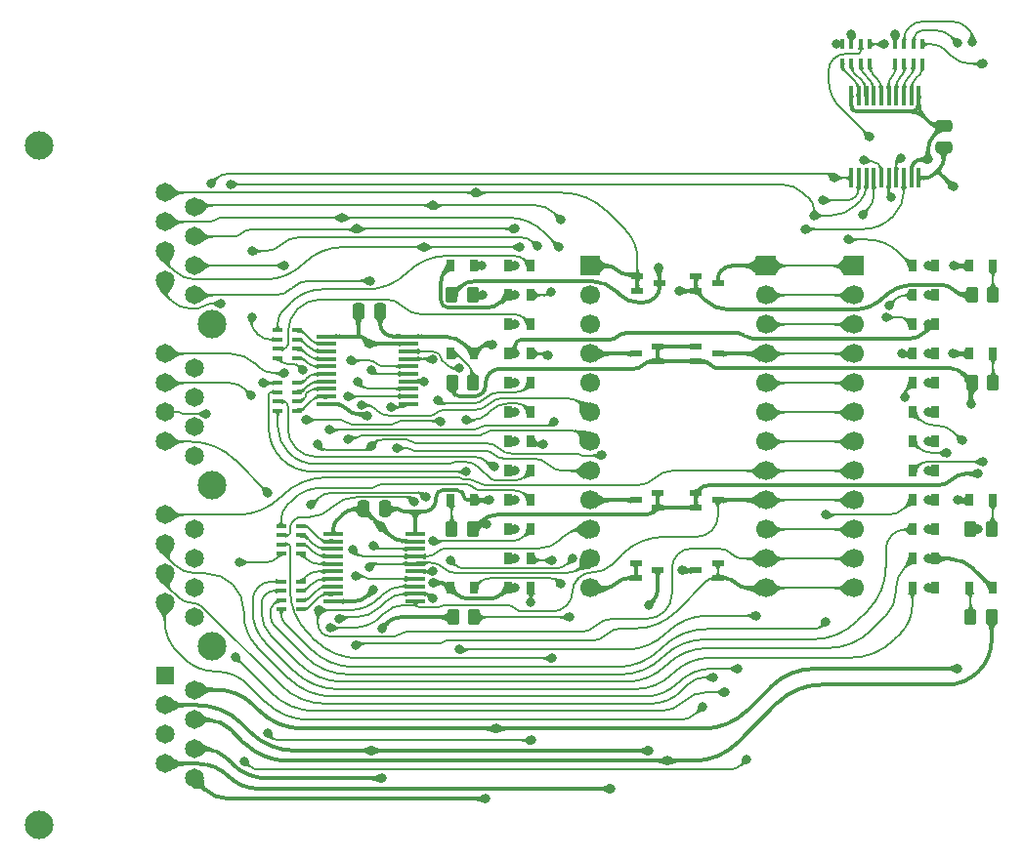
<source format=gtl>
%TF.GenerationSoftware,KiCad,Pcbnew,9.0.4*%
%TF.CreationDate,2025-08-27T19:57:53+02:00*%
%TF.ProjectId,HCP65 24 Pin Tester,48435036-3520-4323-9420-50696e205465,V1*%
%TF.SameCoordinates,Original*%
%TF.FileFunction,Copper,L1,Top*%
%TF.FilePolarity,Positive*%
%FSLAX46Y46*%
G04 Gerber Fmt 4.6, Leading zero omitted, Abs format (unit mm)*
G04 Created by KiCad (PCBNEW 9.0.4) date 2025-08-27 19:57:53*
%MOMM*%
%LPD*%
G01*
G04 APERTURE LIST*
G04 Aperture macros list*
%AMRoundRect*
0 Rectangle with rounded corners*
0 $1 Rounding radius*
0 $2 $3 $4 $5 $6 $7 $8 $9 X,Y pos of 4 corners*
0 Add a 4 corners polygon primitive as box body*
4,1,4,$2,$3,$4,$5,$6,$7,$8,$9,$2,$3,0*
0 Add four circle primitives for the rounded corners*
1,1,$1+$1,$2,$3*
1,1,$1+$1,$4,$5*
1,1,$1+$1,$6,$7*
1,1,$1+$1,$8,$9*
0 Add four rect primitives between the rounded corners*
20,1,$1+$1,$2,$3,$4,$5,0*
20,1,$1+$1,$4,$5,$6,$7,0*
20,1,$1+$1,$6,$7,$8,$9,0*
20,1,$1+$1,$8,$9,$2,$3,0*%
G04 Aperture macros list end*
%TA.AperFunction,SMDPad,CuDef*%
%ADD10R,1.000000X0.550000*%
%TD*%
%TA.AperFunction,SMDPad,CuDef*%
%ADD11R,0.800000X1.000000*%
%TD*%
%TA.AperFunction,SMDPad,CuDef*%
%ADD12RoundRect,0.250000X-0.262500X-0.450000X0.262500X-0.450000X0.262500X0.450000X-0.262500X0.450000X0*%
%TD*%
%TA.AperFunction,SMDPad,CuDef*%
%ADD13R,0.900000X0.450000*%
%TD*%
%TA.AperFunction,SMDPad,CuDef*%
%ADD14RoundRect,0.250000X0.475000X-0.250000X0.475000X0.250000X-0.475000X0.250000X-0.475000X-0.250000X0*%
%TD*%
%TA.AperFunction,SMDPad,CuDef*%
%ADD15R,1.800000X0.450000*%
%TD*%
%TA.AperFunction,SMDPad,CuDef*%
%ADD16R,0.450000X1.800000*%
%TD*%
%TA.AperFunction,SMDPad,CuDef*%
%ADD17R,0.450000X0.900000*%
%TD*%
%TA.AperFunction,SMDPad,CuDef*%
%ADD18RoundRect,0.250000X0.250000X0.475000X-0.250000X0.475000X-0.250000X-0.475000X0.250000X-0.475000X0*%
%TD*%
%TA.AperFunction,ComponentPad*%
%ADD19C,2.475000*%
%TD*%
%TA.AperFunction,ComponentPad*%
%ADD20C,1.650000*%
%TD*%
%TA.AperFunction,ComponentPad*%
%ADD21R,1.650000X1.650000*%
%TD*%
%TA.AperFunction,ComponentPad*%
%ADD22C,1.700000*%
%TD*%
%TA.AperFunction,ComponentPad*%
%ADD23R,1.700000X1.700000*%
%TD*%
%TA.AperFunction,ViaPad*%
%ADD24C,0.800000*%
%TD*%
%TA.AperFunction,Conductor*%
%ADD25C,0.200000*%
%TD*%
%TA.AperFunction,Conductor*%
%ADD26C,0.380000*%
%TD*%
G04 APERTURE END LIST*
D10*
%TO.P,D5,1,K1*%
%TO.N,/IO11*%
X40833000Y-32116000D03*
%TO.P,D5,2,K2*%
X40833000Y-33416000D03*
%TO.P,D5,3,A*%
%TO.N,/5V_{2}*%
X42732999Y-32766000D03*
%TD*%
D11*
%TO.P,LED4,2*%
%TO.N,/5V_{3}*%
X69752499Y-26670000D03*
%TO.P,LED4,1*%
%TO.N,Net-(LED4-Pad1)*%
X71752500Y-26670000D03*
%TD*%
%TO.P,LED25,2*%
%TO.N,/S22*%
X64785999Y-8890000D03*
%TO.P,LED25,1*%
%TO.N,/GND_{3}*%
X66786000Y-8890000D03*
%TD*%
%TO.P,LED29,2*%
%TO.N,/S18*%
X64785999Y-19050000D03*
%TO.P,LED29,1*%
%TO.N,/GND_{3}*%
X66786000Y-19050000D03*
%TD*%
%TO.P,LED19,2*%
%TO.N,/S12*%
X64785999Y-34290000D03*
%TO.P,LED19,1*%
%TO.N,/GND_{3}*%
X66786000Y-34290000D03*
%TD*%
D12*
%TO.P,R1,2*%
%TO.N,Net-(LED1-Pad2)*%
X26693500Y-8880000D03*
%TO.P,R1,1*%
%TO.N,/5V_{1}*%
X24868500Y-8880000D03*
%TD*%
D11*
%TO.P,LED12,2*%
%TO.N,/S3*%
X31734001Y-13970000D03*
%TO.P,LED12,1*%
%TO.N,/GND_{3}*%
X29734000Y-13970000D03*
%TD*%
D12*
%TO.P,R11,2*%
%TO.N,/5V_{1}*%
X71651500Y-36820000D03*
%TO.P,R11,1*%
%TO.N,Net-(LED2-Pad2)*%
X69826500Y-36820000D03*
%TD*%
D11*
%TO.P,LED14,2*%
%TO.N,/S1*%
X31734001Y-8890000D03*
%TO.P,LED14,1*%
%TO.N,/GND_{3}*%
X29734000Y-8890000D03*
%TD*%
%TO.P,LED5,2*%
%TO.N,Net-(LED5-Pad2)*%
X26767501Y-34290000D03*
%TO.P,LED5,1*%
%TO.N,/GND_{3}*%
X24767500Y-34290000D03*
%TD*%
%TO.P,LED20,2*%
%TO.N,/S11*%
X31734001Y-34290000D03*
%TO.P,LED20,1*%
%TO.N,/GND_{3}*%
X29734000Y-34290000D03*
%TD*%
%TO.P,LED1,2*%
%TO.N,Net-(LED1-Pad2)*%
X26767501Y-6350000D03*
%TO.P,LED1,1*%
%TO.N,/GND_{3}*%
X24767500Y-6350000D03*
%TD*%
%TO.P,LED30,2*%
%TO.N,/S17*%
X64785999Y-21590000D03*
%TO.P,LED30,1*%
%TO.N,/GND_{3}*%
X66786000Y-21590000D03*
%TD*%
D13*
%TO.P,RN1,8,R1*%
%TO.N,/S7*%
X9796000Y-18896200D03*
%TO.P,RN1,7,R2*%
%TO.N,/S6*%
X9796000Y-18096200D03*
%TO.P,RN1,6,R3*%
%TO.N,/S5*%
X9796000Y-17296200D03*
%TO.P,RN1,5,R4*%
%TO.N,/S4*%
X9796000Y-16496200D03*
%TO.P,RN1,4,R4*%
%TO.N,Net-(IC1-A4)*%
X11496000Y-16496200D03*
%TO.P,RN1,3,R3*%
%TO.N,Net-(IC1-A5)*%
X11496000Y-17296200D03*
%TO.P,RN1,2,R2*%
%TO.N,Net-(IC1-A6)*%
X11496000Y-18096200D03*
%TO.P,RN1,1,R1*%
%TO.N,Net-(IC1-A7)*%
X11496000Y-18896200D03*
%TD*%
D11*
%TO.P,LED27,2*%
%TO.N,/S20*%
X64785999Y-13970000D03*
%TO.P,LED27,1*%
%TO.N,/GND_{3}*%
X66786000Y-13970000D03*
%TD*%
%TO.P,LED22,2*%
%TO.N,/S9*%
X31734001Y-29210000D03*
%TO.P,LED22,1*%
%TO.N,/GND_{3}*%
X29734000Y-29210000D03*
%TD*%
%TO.P,LED9,2*%
%TO.N,/S6*%
X31734001Y-21590000D03*
%TO.P,LED9,1*%
%TO.N,/GND_{3}*%
X29734000Y-21590000D03*
%TD*%
D12*
%TO.P,R7,2*%
%TO.N,/GND_{1}*%
X26709500Y-29200000D03*
%TO.P,R7,1*%
%TO.N,Net-(LED8-Pad1)*%
X24884500Y-29200000D03*
%TD*%
D11*
%TO.P,LED8,2*%
%TO.N,/5V_{3}*%
X26783501Y-26670000D03*
%TO.P,LED8,1*%
%TO.N,Net-(LED8-Pad1)*%
X24783500Y-26670000D03*
%TD*%
%TO.P,LED26,2*%
%TO.N,/S21*%
X64785999Y-11430000D03*
%TO.P,LED26,1*%
%TO.N,/GND_{3}*%
X66786000Y-11430000D03*
%TD*%
%TO.P,LED13,2*%
%TO.N,/S2*%
X31734001Y-11430000D03*
%TO.P,LED13,1*%
%TO.N,/GND_{3}*%
X29734000Y-11430000D03*
%TD*%
%TO.P,LED21,2*%
%TO.N,/S10*%
X31734001Y-31750000D03*
%TO.P,LED21,1*%
%TO.N,/GND_{3}*%
X29734000Y-31750000D03*
%TD*%
%TO.P,LED15,2*%
%TO.N,/S0*%
X31734001Y-6350000D03*
%TO.P,LED15,1*%
%TO.N,/GND_{3}*%
X29734000Y-6350000D03*
%TD*%
%TO.P,LED16,2*%
%TO.N,/S15*%
X64785999Y-26670000D03*
%TO.P,LED16,1*%
%TO.N,/GND_{3}*%
X66786000Y-26670000D03*
%TD*%
%TO.P,LED3,2*%
%TO.N,/5V_{3}*%
X69736499Y-13970000D03*
%TO.P,LED3,1*%
%TO.N,Net-(LED3-Pad1)*%
X71736500Y-13970000D03*
%TD*%
D14*
%TO.P,C2,2*%
%TO.N,/GND_{3}*%
X67493000Y5836000D03*
%TO.P,C2,1*%
%TO.N,/5V_{3}*%
X67493000Y3936000D03*
%TD*%
D10*
%TO.P,D1,3,A*%
%TO.N,/5V_{1}*%
X42859999Y-7874000D03*
%TO.P,D1,2,K2*%
%TO.N,/IO0*%
X40960000Y-8524000D03*
%TO.P,D1,1,K1*%
X40960000Y-7224000D03*
%TD*%
D13*
%TO.P,RN6,8,R1*%
%TO.N,/S11*%
X10101000Y-31299000D03*
%TO.P,RN6,7,R2*%
%TO.N,/S10*%
X10101000Y-30499000D03*
%TO.P,RN6,6,R3*%
%TO.N,/S9*%
X10101000Y-29699000D03*
%TO.P,RN6,5,R4*%
%TO.N,/S8*%
X10101000Y-28899000D03*
%TO.P,RN6,4,R4*%
%TO.N,Net-(IC2-A0)*%
X11801000Y-28899000D03*
%TO.P,RN6,3,R3*%
%TO.N,Net-(IC2-A1)*%
X11801000Y-29699000D03*
%TO.P,RN6,2,R2*%
%TO.N,Net-(IC2-A2)*%
X11801000Y-30499000D03*
%TO.P,RN6,1,R1*%
%TO.N,Net-(IC2-A3)*%
X11801000Y-31299000D03*
%TD*%
D15*
%TO.P,IC1,20,5V*%
%TO.N,/5V_{3}*%
X21146000Y-12457000D03*
%TO.P,IC1,19,~{OE}*%
%TO.N,/GND_{3}*%
X21146000Y-13107000D03*
%TO.P,IC1,18,B0*%
%TO.N,/IO0*%
X21146001Y-13757000D03*
%TO.P,IC1,17,B1*%
%TO.N,/IO1*%
X21146000Y-14407000D03*
%TO.P,IC1,16,B2*%
%TO.N,/IO2*%
X21146000Y-15057000D03*
%TO.P,IC1,15,B3*%
%TO.N,/IO3*%
X21146000Y-15707000D03*
%TO.P,IC1,14,B4*%
%TO.N,/IO4*%
X21146000Y-16357000D03*
%TO.P,IC1,13,B5*%
%TO.N,/IO5*%
X21146001Y-17007000D03*
%TO.P,IC1,12,B6*%
%TO.N,/IO6*%
X21146000Y-17657000D03*
%TO.P,IC1,11,B7*%
%TO.N,/IO7*%
X21146000Y-18307000D03*
%TO.P,IC1,10,GND*%
%TO.N,/GND_{3}*%
X14046000Y-18307000D03*
%TO.P,IC1,9,A7*%
%TO.N,Net-(IC1-A7)*%
X14046000Y-17657000D03*
%TO.P,IC1,8,A6*%
%TO.N,Net-(IC1-A6)*%
X14045999Y-17007000D03*
%TO.P,IC1,7,A5*%
%TO.N,Net-(IC1-A5)*%
X14046000Y-16357000D03*
%TO.P,IC1,6,A4*%
%TO.N,Net-(IC1-A4)*%
X14046000Y-15707000D03*
%TO.P,IC1,5,A3*%
%TO.N,Net-(IC1-A3)*%
X14046000Y-15057000D03*
%TO.P,IC1,4,A2*%
%TO.N,Net-(IC1-A2)*%
X14046000Y-14407000D03*
%TO.P,IC1,3,A1*%
%TO.N,Net-(IC1-A1)*%
X14045999Y-13757000D03*
%TO.P,IC1,2,A0*%
%TO.N,Net-(IC1-A0)*%
X14046000Y-13107000D03*
%TO.P,IC1,1,DIR*%
%TO.N,/GND_{3}*%
X14046000Y-12457000D03*
%TD*%
D16*
%TO.P,IC3,20,5V*%
%TO.N,/5V_{3}*%
X65338000Y1282000D03*
%TO.P,IC3,19,~{OE}*%
%TO.N,/GND_{3}*%
X64688000Y1282000D03*
%TO.P,IC3,18,B0*%
%TO.N,/IO16*%
X64038000Y1281999D03*
%TO.P,IC3,17,B1*%
%TO.N,/IO17*%
X63388000Y1282000D03*
%TO.P,IC3,16,B2*%
%TO.N,/IO18*%
X62738000Y1282000D03*
%TO.P,IC3,15,B3*%
%TO.N,/IO19*%
X62088000Y1282000D03*
%TO.P,IC3,14,B4*%
%TO.N,/IO20*%
X61438000Y1282000D03*
%TO.P,IC3,13,B5*%
%TO.N,/IO21*%
X60788000Y1281999D03*
%TO.P,IC3,12,B6*%
%TO.N,/IO22*%
X60138000Y1282000D03*
%TO.P,IC3,11,B7*%
%TO.N,/IO23*%
X59488000Y1282000D03*
%TO.P,IC3,10,GND*%
%TO.N,/GND_{3}*%
X59488000Y8382000D03*
%TO.P,IC3,9,A7*%
%TO.N,Net-(IC3-A7)*%
X60138000Y8382000D03*
%TO.P,IC3,8,A6*%
%TO.N,Net-(IC3-A6)*%
X60788000Y8382001D03*
%TO.P,IC3,7,A5*%
%TO.N,Net-(IC3-A5)*%
X61438000Y8382000D03*
%TO.P,IC3,6,A4*%
%TO.N,Net-(IC3-A4)*%
X62088000Y8382000D03*
%TO.P,IC3,5,A3*%
%TO.N,Net-(IC3-A3)*%
X62738000Y8382000D03*
%TO.P,IC3,4,A2*%
%TO.N,Net-(IC3-A2)*%
X63388000Y8382000D03*
%TO.P,IC3,3,A1*%
%TO.N,Net-(IC3-A1)*%
X64038000Y8382001D03*
%TO.P,IC3,2,A0*%
%TO.N,Net-(IC3-A0)*%
X64688000Y8382000D03*
%TO.P,IC3,1,DIR*%
%TO.N,/GND_{3}*%
X65338000Y8382000D03*
%TD*%
D11*
%TO.P,LED6,2*%
%TO.N,/5V_{3}*%
X69736499Y-6350000D03*
%TO.P,LED6,1*%
%TO.N,Net-(LED6-Pad1)*%
X71736500Y-6350000D03*
%TD*%
D17*
%TO.P,RN9,8,R1*%
%TO.N,/S19*%
X63286000Y12892000D03*
%TO.P,RN9,7,R2*%
%TO.N,/S18*%
X64086000Y12892000D03*
%TO.P,RN9,6,R3*%
%TO.N,/S17*%
X64886000Y12892000D03*
%TO.P,RN9,5,R4*%
%TO.N,/S16*%
X65686000Y12892000D03*
%TO.P,RN9,4,R4*%
%TO.N,Net-(IC3-A0)*%
X65686000Y11192000D03*
%TO.P,RN9,3,R3*%
%TO.N,Net-(IC3-A1)*%
X64886000Y11192000D03*
%TO.P,RN9,2,R2*%
%TO.N,Net-(IC3-A2)*%
X64086000Y11192000D03*
%TO.P,RN9,1,R1*%
%TO.N,Net-(IC3-A3)*%
X63286000Y11192000D03*
%TD*%
D11*
%TO.P,LED17,2*%
%TO.N,/S14*%
X64785999Y-29210000D03*
%TO.P,LED17,1*%
%TO.N,/GND_{3}*%
X66786000Y-29210000D03*
%TD*%
%TO.P,LED18,2*%
%TO.N,/S13*%
X64785999Y-31750000D03*
%TO.P,LED18,1*%
%TO.N,/GND_{3}*%
X66786000Y-31750000D03*
%TD*%
D18*
%TO.P,C1,2*%
%TO.N,/GND_{3}*%
X16769000Y-10287000D03*
%TO.P,C1,1*%
%TO.N,/5V_{3}*%
X18669000Y-10287000D03*
%TD*%
D19*
%TO.P,J1,MH5,MH5*%
%TO.N,unconnected-(J1-PadMH5)*%
X-10920000Y-54860000D03*
%TO.P,J1,MH4,MH4*%
%TO.N,unconnected-(J1-PadMH4)*%
X4060000Y-39370000D03*
%TO.P,J1,MH3,MH3*%
%TO.N,unconnected-(J1-PadMH3)*%
X4060000Y-25400001D03*
%TO.P,J1,MH2,MH2*%
%TO.N,unconnected-(J1-PadMH2)*%
X4060000Y-11430000D03*
%TO.P,J1,MH1,MH1*%
%TO.N,unconnected-(J1-PadMH1)*%
X-10920000Y4060000D03*
D20*
%TO.P,J1,D8,D8*%
%TO.N,/IO7*%
X2540000Y-8890000D03*
%TO.P,J1,D7,D7*%
%TO.N,/IO6*%
X0Y-7619999D03*
%TO.P,J1,D6,D6*%
%TO.N,/IO5*%
X2540000Y-6350000D03*
%TO.P,J1,D5,D5*%
%TO.N,/IO4*%
X0Y-5080000D03*
%TO.P,J1,D4,D4*%
%TO.N,/IO3*%
X2540000Y-3810000D03*
%TO.P,J1,D3,D3*%
%TO.N,/IO2*%
X0Y-2540000D03*
%TO.P,J1,D2,D2*%
%TO.N,/IO1*%
X2540000Y-1270000D03*
%TO.P,J1,D1,D1*%
%TO.N,/IO0*%
X0Y0D03*
%TO.P,J1,C8,C8*%
%TO.N,/IO15*%
X2540000Y-22860000D03*
%TO.P,J1,C7,C7*%
%TO.N,/IO14*%
X0Y-21590000D03*
%TO.P,J1,C6,C6*%
%TO.N,/IO13*%
X2540000Y-20320000D03*
%TO.P,J1,C5,C5*%
%TO.N,/IO12*%
X0Y-19050000D03*
%TO.P,J1,C4,C4*%
%TO.N,/IO11*%
X2540000Y-17780000D03*
%TO.P,J1,C3,C3*%
%TO.N,/IO10*%
X0Y-16510000D03*
%TO.P,J1,C2,C2*%
%TO.N,/IO9*%
X2540000Y-15240000D03*
%TO.P,J1,C1,C1*%
%TO.N,/IO8*%
X0Y-13970001D03*
%TO.P,J1,B8,B8*%
%TO.N,/IO23*%
X2540000Y-36830000D03*
%TO.P,J1,B7,B7*%
%TO.N,/IO22*%
X0Y-35560000D03*
%TO.P,J1,B6,B6*%
%TO.N,/IO21*%
X2540000Y-34290000D03*
%TO.P,J1,B5,B5*%
%TO.N,/IO20*%
X0Y-33020000D03*
%TO.P,J1,B4,B4*%
%TO.N,/IO19*%
X2540000Y-31750000D03*
%TO.P,J1,B3,B3*%
%TO.N,/IO18*%
X0Y-30479999D03*
%TO.P,J1,B2,B2*%
%TO.N,/IO17*%
X2540000Y-29210000D03*
%TO.P,J1,B1,B1*%
%TO.N,/IO16*%
X0Y-27940000D03*
%TO.P,J1,A8,A8*%
%TO.N,/GND_{1}*%
X2540000Y-50800000D03*
%TO.P,J1,A7,A7*%
%TO.N,/GND_{2}*%
X0Y-49530000D03*
%TO.P,J1,A6,A6*%
%TO.N,/GND_{3}*%
X2540000Y-48260000D03*
%TO.P,J1,A5,A5*%
%TO.N,/GND_{4}*%
X0Y-46989999D03*
%TO.P,J1,A4,A4*%
%TO.N,/5V_{1}*%
X2540000Y-45720000D03*
%TO.P,J1,A3,A3*%
%TO.N,/5V_{2}*%
X0Y-44450000D03*
%TO.P,J1,A2,A2*%
%TO.N,/5V_{3}*%
X2540000Y-43180000D03*
D21*
%TO.P,J1,A1,A1*%
%TO.N,/12V*%
X0Y-41910000D03*
%TD*%
D11*
%TO.P,LED31,2*%
%TO.N,/S16*%
X64785999Y-24130000D03*
%TO.P,LED31,1*%
%TO.N,/GND_{3}*%
X66786000Y-24130000D03*
%TD*%
D13*
%TO.P,RN2,8,R1*%
%TO.N,/S3*%
X9796000Y-14329200D03*
%TO.P,RN2,7,R2*%
%TO.N,/S2*%
X9796000Y-13529200D03*
%TO.P,RN2,6,R3*%
%TO.N,/S1*%
X9796000Y-12729200D03*
%TO.P,RN2,5,R4*%
%TO.N,/S0*%
X9796000Y-11929200D03*
%TO.P,RN2,4,R4*%
%TO.N,Net-(IC1-A0)*%
X11496000Y-11929200D03*
%TO.P,RN2,3,R3*%
%TO.N,Net-(IC1-A1)*%
X11496000Y-12729200D03*
%TO.P,RN2,2,R2*%
%TO.N,Net-(IC1-A2)*%
X11496000Y-13529200D03*
%TO.P,RN2,1,R1*%
%TO.N,Net-(IC1-A3)*%
X11496000Y-14329200D03*
%TD*%
D10*
%TO.P,D8,3,A*%
%TO.N,/IO8*%
X40833001Y-26670000D03*
%TO.P,D8,2,K2*%
%TO.N,/GND_{1}*%
X42733000Y-26020000D03*
%TO.P,D8,1,K1*%
X42733000Y-27320000D03*
%TD*%
D12*
%TO.P,R4,2*%
%TO.N,Net-(LED5-Pad2)*%
X26820500Y-36820000D03*
%TO.P,R4,1*%
%TO.N,/5V_{2}*%
X24995500Y-36820000D03*
%TD*%
D18*
%TO.P,C3,2*%
%TO.N,/GND_{3}*%
X17195000Y-27432000D03*
%TO.P,C3,1*%
%TO.N,/5V_{3}*%
X19095000Y-27432000D03*
%TD*%
D22*
%TO.P,J8,12,Pin_12*%
%TO.N,/IO11*%
X36830000Y-34290000D03*
%TO.P,J8,11,Pin_11*%
%TO.N,/IO10*%
X36830000Y-31750000D03*
%TO.P,J8,10,Pin_10*%
%TO.N,/IO9*%
X36830000Y-29210000D03*
%TO.P,J8,9,Pin_9*%
%TO.N,/IO8*%
X36830000Y-26670000D03*
%TO.P,J8,8,Pin_8*%
%TO.N,/IO7*%
X36830000Y-24130000D03*
%TO.P,J8,7,Pin_7*%
%TO.N,/IO6*%
X36830000Y-21590000D03*
%TO.P,J8,6,Pin_6*%
%TO.N,/IO5*%
X36830000Y-19050000D03*
%TO.P,J8,5,Pin_5*%
%TO.N,/IO4*%
X36830000Y-16510000D03*
%TO.P,J8,4,Pin_4*%
%TO.N,/IO3*%
X36830000Y-13970000D03*
%TO.P,J8,3,Pin_3*%
%TO.N,/IO2*%
X36830000Y-11430000D03*
%TO.P,J8,2,Pin_2*%
%TO.N,/IO1*%
X36830000Y-8890000D03*
D23*
%TO.P,J8,1,Pin_1*%
%TO.N,/IO0*%
X36830000Y-6350000D03*
%TD*%
D10*
%TO.P,D7,3,A*%
%TO.N,/IO3*%
X40833001Y-13970000D03*
%TO.P,D7,2,K2*%
%TO.N,/GND_{1}*%
X42733000Y-13320000D03*
%TO.P,D7,1,K1*%
X42733000Y-14620000D03*
%TD*%
D11*
%TO.P,LED7,2*%
%TO.N,/5V_{3}*%
X26797001Y-13970000D03*
%TO.P,LED7,1*%
%TO.N,Net-(LED7-Pad1)*%
X24797000Y-13970000D03*
%TD*%
%TO.P,LED23,2*%
%TO.N,/S8*%
X31734001Y-26670000D03*
%TO.P,LED23,1*%
%TO.N,/GND_{3}*%
X29734000Y-26670000D03*
%TD*%
%TO.P,LED24,2*%
%TO.N,/S23*%
X64785999Y-6350000D03*
%TO.P,LED24,1*%
%TO.N,/GND_{3}*%
X66786000Y-6350000D03*
%TD*%
D10*
%TO.P,D6,3,A*%
%TO.N,/IO23*%
X47939999Y-7874000D03*
%TO.P,D6,2,K2*%
%TO.N,/GND_{2}*%
X46040000Y-8524000D03*
%TO.P,D6,1,K1*%
X46040000Y-7224000D03*
%TD*%
D11*
%TO.P,LED10,2*%
%TO.N,/S5*%
X31734001Y-19050000D03*
%TO.P,LED10,1*%
%TO.N,/GND_{3}*%
X29734000Y-19050000D03*
%TD*%
D22*
%TO.P,J3,12,Pin_12*%
%TO.N,/IO12*%
X52070000Y-34290000D03*
%TO.P,J3,11,Pin_11*%
%TO.N,/IO13*%
X52070000Y-31750000D03*
%TO.P,J3,10,Pin_10*%
%TO.N,/IO14*%
X52070000Y-29210000D03*
%TO.P,J3,9,Pin_9*%
%TO.N,/IO15*%
X52070000Y-26670000D03*
%TO.P,J3,8,Pin_8*%
%TO.N,/IO16*%
X52070000Y-24130000D03*
%TO.P,J3,7,Pin_7*%
%TO.N,/IO17*%
X52070000Y-21590000D03*
%TO.P,J3,6,Pin_6*%
%TO.N,/IO18*%
X52070000Y-19050000D03*
%TO.P,J3,5,Pin_5*%
%TO.N,/IO19*%
X52070000Y-16510000D03*
%TO.P,J3,4,Pin_4*%
%TO.N,/IO20*%
X52070000Y-13970000D03*
%TO.P,J3,3,Pin_3*%
%TO.N,/IO21*%
X52070000Y-11430000D03*
%TO.P,J3,2,Pin_2*%
%TO.N,/IO22*%
X52070000Y-8890000D03*
D23*
%TO.P,J3,1,Pin_1*%
%TO.N,/IO23*%
X52070000Y-6350000D03*
%TD*%
D17*
%TO.P,RN10,8,R1*%
%TO.N,/S23*%
X58714000Y12892000D03*
%TO.P,RN10,7,R2*%
%TO.N,/S22*%
X59514000Y12892000D03*
%TO.P,RN10,6,R3*%
%TO.N,/S21*%
X60314000Y12892000D03*
%TO.P,RN10,5,R4*%
%TO.N,/S20*%
X61114000Y12892000D03*
%TO.P,RN10,4,R4*%
%TO.N,Net-(IC3-A4)*%
X61114000Y11192000D03*
%TO.P,RN10,3,R3*%
%TO.N,Net-(IC3-A5)*%
X60314000Y11192000D03*
%TO.P,RN10,2,R2*%
%TO.N,Net-(IC3-A6)*%
X59514000Y11192000D03*
%TO.P,RN10,1,R1*%
%TO.N,Net-(IC3-A7)*%
X58714000Y11192000D03*
%TD*%
D13*
%TO.P,RN5,8,R1*%
%TO.N,/S15*%
X10101000Y-36125000D03*
%TO.P,RN5,7,R2*%
%TO.N,/S14*%
X10101000Y-35325000D03*
%TO.P,RN5,6,R3*%
%TO.N,/S13*%
X10101000Y-34525000D03*
%TO.P,RN5,5,R4*%
%TO.N,/S12*%
X10101000Y-33725000D03*
%TO.P,RN5,4,R4*%
%TO.N,Net-(IC2-A4)*%
X11801000Y-33725000D03*
%TO.P,RN5,3,R3*%
%TO.N,Net-(IC2-A5)*%
X11801000Y-34525000D03*
%TO.P,RN5,2,R2*%
%TO.N,Net-(IC2-A6)*%
X11801000Y-35325000D03*
%TO.P,RN5,1,R1*%
%TO.N,Net-(IC2-A7)*%
X11801000Y-36125000D03*
%TD*%
D10*
%TO.P,D4,3,A*%
%TO.N,/IO15*%
X47939999Y-26670000D03*
%TO.P,D4,2,K2*%
%TO.N,/GND_{1}*%
X46040000Y-27320000D03*
%TO.P,D4,1,K1*%
X46040000Y-26020000D03*
%TD*%
%TO.P,D3,3,A*%
%TO.N,/IO20*%
X47939999Y-13970000D03*
%TO.P,D3,2,K2*%
%TO.N,/GND_{1}*%
X46040000Y-14620000D03*
%TO.P,D3,1,K1*%
X46040000Y-13320000D03*
%TD*%
D22*
%TO.P,J9,12,Pin_12*%
%TO.N,/IO12*%
X59690000Y-34290000D03*
%TO.P,J9,11,Pin_11*%
%TO.N,/IO13*%
X59690000Y-31750000D03*
%TO.P,J9,10,Pin_10*%
%TO.N,/IO14*%
X59690000Y-29210000D03*
%TO.P,J9,9,Pin_9*%
%TO.N,/IO15*%
X59690000Y-26670000D03*
%TO.P,J9,8,Pin_8*%
%TO.N,/IO16*%
X59690000Y-24130000D03*
%TO.P,J9,7,Pin_7*%
%TO.N,/IO17*%
X59690000Y-21590000D03*
%TO.P,J9,6,Pin_6*%
%TO.N,/IO18*%
X59690000Y-19050000D03*
%TO.P,J9,5,Pin_5*%
%TO.N,/IO19*%
X59690000Y-16510000D03*
%TO.P,J9,4,Pin_4*%
%TO.N,/IO20*%
X59690000Y-13970000D03*
%TO.P,J9,3,Pin_3*%
%TO.N,/IO21*%
X59690000Y-11430000D03*
%TO.P,J9,2,Pin_2*%
%TO.N,/IO22*%
X59690000Y-8890000D03*
D23*
%TO.P,J9,1,Pin_1*%
%TO.N,/IO23*%
X59690000Y-6350000D03*
%TD*%
D11*
%TO.P,LED28,2*%
%TO.N,/S19*%
X64785999Y-16510000D03*
%TO.P,LED28,1*%
%TO.N,/GND_{3}*%
X66786000Y-16510000D03*
%TD*%
%TO.P,LED11,2*%
%TO.N,/S4*%
X31734001Y-16510000D03*
%TO.P,LED11,1*%
%TO.N,/GND_{3}*%
X29734000Y-16510000D03*
%TD*%
%TO.P,LED2,2*%
%TO.N,Net-(LED2-Pad2)*%
X69752499Y-34290000D03*
%TO.P,LED2,1*%
%TO.N,/GND_{3}*%
X71752500Y-34290000D03*
%TD*%
D12*
%TO.P,R3,2*%
%TO.N,Net-(LED4-Pad1)*%
X71651500Y-29200000D03*
%TO.P,R3,1*%
%TO.N,/GND_{1}*%
X69826500Y-29200000D03*
%TD*%
D15*
%TO.P,IC2,20,5V*%
%TO.N,/5V_{3}*%
X21711000Y-29587000D03*
%TO.P,IC2,19,~{OE}*%
%TO.N,/GND_{3}*%
X21711000Y-30237000D03*
%TO.P,IC2,18,B0*%
%TO.N,/IO8*%
X21711001Y-30887000D03*
%TO.P,IC2,17,B1*%
%TO.N,/IO9*%
X21711000Y-31537000D03*
%TO.P,IC2,16,B2*%
%TO.N,/IO10*%
X21711000Y-32187000D03*
%TO.P,IC2,15,B3*%
%TO.N,/IO11*%
X21711000Y-32837000D03*
%TO.P,IC2,14,B4*%
%TO.N,/IO12*%
X21711000Y-33487000D03*
%TO.P,IC2,13,B5*%
%TO.N,/IO13*%
X21711001Y-34137000D03*
%TO.P,IC2,12,B6*%
%TO.N,/IO14*%
X21711000Y-34787000D03*
%TO.P,IC2,11,B7*%
%TO.N,/IO15*%
X21711000Y-35437000D03*
%TO.P,IC2,10,GND*%
%TO.N,/GND_{3}*%
X14611000Y-35437000D03*
%TO.P,IC2,9,A7*%
%TO.N,Net-(IC2-A7)*%
X14611000Y-34787000D03*
%TO.P,IC2,8,A6*%
%TO.N,Net-(IC2-A6)*%
X14610999Y-34137000D03*
%TO.P,IC2,7,A5*%
%TO.N,Net-(IC2-A5)*%
X14611000Y-33487000D03*
%TO.P,IC2,6,A4*%
%TO.N,Net-(IC2-A4)*%
X14611000Y-32837000D03*
%TO.P,IC2,5,A3*%
%TO.N,Net-(IC2-A3)*%
X14611000Y-32187000D03*
%TO.P,IC2,4,A2*%
%TO.N,Net-(IC2-A2)*%
X14611000Y-31537000D03*
%TO.P,IC2,3,A1*%
%TO.N,Net-(IC2-A1)*%
X14610999Y-30887000D03*
%TO.P,IC2,2,A0*%
%TO.N,Net-(IC2-A0)*%
X14611000Y-30237000D03*
%TO.P,IC2,1,DIR*%
%TO.N,/GND_{3}*%
X14611000Y-29587000D03*
%TD*%
D12*
%TO.P,R5,2*%
%TO.N,Net-(LED6-Pad1)*%
X71762500Y-8880000D03*
%TO.P,R5,1*%
%TO.N,/GND_{2}*%
X69937500Y-8880000D03*
%TD*%
%TO.P,R2,2*%
%TO.N,Net-(LED3-Pad1)*%
X71792000Y-16500000D03*
%TO.P,R2,1*%
%TO.N,/GND_{1}*%
X69967000Y-16500000D03*
%TD*%
%TO.P,R6,2*%
%TO.N,Net-(LED7-Pad1)*%
X26723000Y-16500000D03*
%TO.P,R6,1*%
%TO.N,/GND_{1}*%
X24898000Y-16500000D03*
%TD*%
D11*
%TO.P,LED48,2*%
%TO.N,/S7*%
X31734001Y-24130000D03*
%TO.P,LED48,1*%
%TO.N,/GND_{3}*%
X29734000Y-24130000D03*
%TD*%
D10*
%TO.P,D2,3,A*%
%TO.N,/5V_{1}*%
X46040001Y-32766000D03*
%TO.P,D2,2,K2*%
%TO.N,/IO12*%
X47940000Y-32116000D03*
%TO.P,D2,1,K1*%
X47940000Y-33416000D03*
%TD*%
D24*
%TO.N,/5V_{1}*%
X43561000Y-49276000D03*
X42799000Y-6477000D03*
X44831000Y-32766000D03*
%TO.N,/GND_{1}*%
X69864900Y-18371700D03*
X27875700Y-28726800D03*
X27813000Y-52578000D03*
X70489000Y-29161920D03*
X70485000Y-24384000D03*
%TO.N,/IO23*%
X58005500Y1270000D03*
X4004700Y762000D03*
%TO.N,/IO21*%
X56265700Y-1973000D03*
X5687500Y733700D03*
%TO.N,/IO6*%
X15875000Y-17657000D03*
X15875000Y-21353292D03*
X4874300Y-9615700D03*
%TO.N,/IO12*%
X3605100Y-19184900D03*
X16510000Y-33274000D03*
X16510000Y-39221400D03*
%TO.N,/IO10*%
X17698272Y-32441540D03*
X7528700Y-17610800D03*
%TO.N,/IO19*%
X60600900Y2858600D03*
X48514000Y-43307000D03*
X6119100Y-40259000D03*
%TO.N,/IO15*%
X14351000Y-37719000D03*
%TO.N,/IO18*%
X62945800Y-425600D03*
X49657000Y-41275000D03*
%TO.N,/IO16*%
X55515700Y-3149100D03*
%TO.N,/IO17*%
X6928164Y-49305000D03*
X63792000Y3032700D03*
X50419000Y-49149000D03*
%TO.N,/IO14*%
X51230900Y-36682200D03*
X25527000Y-39624000D03*
X23235200Y-35215900D03*
X15113000Y-36945000D03*
X8925600Y-25999400D03*
%TO.N,/IO7*%
X19561800Y-18614700D03*
X20066000Y-22159200D03*
X17780000Y-7632000D03*
%TO.N,/IO1*%
X23241000Y-1103700D03*
X34338500Y-2359200D03*
X23219900Y-14482700D03*
%TO.N,Net-(LED1-Pad2)*%
X27559000Y-8880000D03*
X27432000Y-6350000D03*
%TO.N,/IO2*%
X16108800Y-14566600D03*
X15367000Y-2159000D03*
X34140200Y-4695800D03*
%TO.N,/IO13*%
X13366701Y-36194999D03*
%TO.N,/IO5*%
X16718700Y-16376400D03*
X17018000Y-18407000D03*
X10378100Y-6315100D03*
%TO.N,/IO22*%
X46609000Y-44577000D03*
X57015700Y-643700D03*
%TO.N,/IO4*%
X30785200Y-4711000D03*
X22469528Y-16357001D03*
X22479000Y-4711000D03*
%TO.N,/IO3*%
X30321300Y-3125100D03*
X17896200Y-15397500D03*
X16632800Y-3125100D03*
%TO.N,/IO9*%
X16295300Y-30960200D03*
%TO.N,/IO8*%
X13208000Y-21844000D03*
X37843000Y-22735800D03*
X18097600Y-30605100D03*
X10385400Y-15658900D03*
X17907000Y-21987000D03*
%TO.N,/IO11*%
X22606000Y-26416000D03*
X12691900Y-27091400D03*
X35327600Y-31750000D03*
X23250300Y-32808500D03*
X24765000Y-31877000D03*
%TO.N,/IO20*%
X47498000Y-42037000D03*
X60452000Y-1905000D03*
%TO.N,/IO0*%
X26999900Y0D03*
X25555100Y-15200100D03*
%TO.N,/GND_{2}*%
X38608000Y-51689000D03*
X44577000Y-8509000D03*
%TO.N,/5V_{3}*%
X28702000Y-46482000D03*
X28407400Y-13183700D03*
X68326000Y508000D03*
X68707000Y-41275000D03*
X68341900Y-6350000D03*
X68311700Y-13970000D03*
X68707000Y-26670000D03*
X28116100Y-26670000D03*
%TO.N,/5V_{2}*%
X17907000Y-48387000D03*
X41929500Y-35759300D03*
X41910000Y-48387000D03*
X18796000Y-37769700D03*
%TO.N,/GND_{3}*%
X66183000Y-26670000D03*
X66183000Y-6350000D03*
X66183000Y-24130000D03*
X66183000Y-8890000D03*
X30353000Y-29210000D03*
X18734400Y-28956000D03*
X30353000Y-31750000D03*
X66183000Y-34290000D03*
X17706900Y-13092900D03*
X66143800Y2875700D03*
X30353000Y-34290000D03*
X17526000Y-19326400D03*
X30353000Y-19050000D03*
X18070200Y-34458000D03*
X66183000Y-21590000D03*
X18796000Y-50788000D03*
X66183000Y-16510000D03*
X30353000Y-21590000D03*
X30353000Y-13970000D03*
X30353000Y-16510000D03*
X66183000Y-13970000D03*
X30353000Y-24130000D03*
X30353000Y-8890000D03*
X66183000Y-11430000D03*
X66183000Y-19050000D03*
X66183000Y-31750000D03*
X30353000Y-11430000D03*
X30353000Y-26670000D03*
X30353000Y-6350000D03*
X23244000Y-33832700D03*
X66183000Y-29210000D03*
%TO.N,Net-(LED5-Pad2)*%
X35052000Y-36830000D03*
X34316000Y-33949800D03*
%TO.N,/S6*%
X28544000Y-23736400D03*
X32813700Y-21817600D03*
%TO.N,/S5*%
X26084647Y-19697000D03*
X26145934Y-24139000D03*
%TO.N,/S4*%
X23669400Y-17979900D03*
X23905500Y-19818200D03*
X12264966Y-19687559D03*
X8509000Y-16496200D03*
%TO.N,/S3*%
X33750400Y-19818200D03*
X14224000Y-20574000D03*
X11993000Y-15393700D03*
X33212100Y-14098000D03*
%TO.N,/S1*%
X32255800Y-4650500D03*
X33522537Y-8598700D03*
X7542700Y-10795000D03*
X7542700Y-5070100D03*
%TO.N,/S15*%
X57277000Y-37211000D03*
X57277000Y-27940000D03*
%TO.N,/S11*%
X31702500Y-35560000D03*
X8890000Y-46863000D03*
X6474800Y-32033400D03*
X31750000Y-47498000D03*
%TO.N,/S10*%
X33566000Y-40386000D03*
X33566000Y-31874400D03*
%TO.N,/S9*%
X21590000Y-26797000D03*
X23241000Y-30226000D03*
%TO.N,/S23*%
X59210700Y-4064000D03*
X58166000Y12892000D03*
%TO.N,/S22*%
X59514000Y13716000D03*
X62764420Y-9779000D03*
%TO.N,/S21*%
X61087000Y4826000D03*
X62484000Y-10795000D03*
%TO.N,/S20*%
X62357000Y12892000D03*
X63881000Y-13970000D03*
%TO.N,/S19*%
X63286000Y13716000D03*
X64164000Y-17780000D03*
%TO.N,/S18*%
X69977000Y13081000D03*
X69103400Y-21494500D03*
%TO.N,/S17*%
X67734500Y-22553400D03*
X68687300Y12992500D03*
%TO.N,/S16*%
X70866000Y11176000D03*
X70866000Y-23368000D03*
%TD*%
D25*
%TO.N,/S7*%
X28155317Y-24697481D02*
G75*
G03*
X28132668Y-24688113I-22617J-22619D01*
G01*
X31323450Y-24540550D02*
G75*
G02*
X30332294Y-24951098I-991150J991150D01*
G01*
X28277436Y-24819600D02*
G75*
G03*
X28594905Y-24951087I317464J317500D01*
G01*
X24962900Y-23424100D02*
G75*
G02*
X24690335Y-23537015I-272600J272600D01*
G01*
X9796000Y-20251600D02*
G75*
G03*
X10754417Y-22565407I3272200J0D01*
G01*
X27331767Y-23900467D02*
G75*
G03*
X25909150Y-23311240I-1422567J-1422633D01*
G01*
X25235464Y-23311200D02*
G75*
G03*
X24962910Y-23424110I36J-385500D01*
G01*
X10761000Y-22572000D02*
G75*
G03*
X13090716Y-23536993I2329700J2329700D01*
G01*
X28110018Y-24678718D02*
G75*
G03*
X28132668Y-24688132I22682J22618D01*
G01*
%TO.N,/S16*%
X66153391Y-23329000D02*
G75*
G03*
X65186502Y-23729503I9J-1367400D01*
G01*
X68115579Y11894420D02*
G75*
G03*
X69850000Y11175987I1734421J1734380D01*
G01*
X70846500Y-23348500D02*
G75*
G03*
X70799422Y-23328991I-47100J-47100D01*
G01*
X67624288Y12385711D02*
G75*
G03*
X66402000Y12891993I-1222288J-1222311D01*
G01*
%TO.N,/S17*%
X68135050Y13544750D02*
G75*
G03*
X66801800Y14097000I-1333250J-1333250D01*
G01*
X65771988Y14097000D02*
G75*
G03*
X65145503Y13837497I12J-886000D01*
G01*
X65128537Y13820537D02*
G75*
G03*
X64886007Y13235000I585563J-585537D01*
G01*
X65267700Y-22071700D02*
G75*
G03*
X66430626Y-22553389I1162900J1162900D01*
G01*
%TO.N,/S18*%
X68442750Y-20833850D02*
G75*
G03*
X66847799Y-20173200I-1594950J-1594950D01*
G01*
X65347600Y-19611600D02*
G75*
G03*
X66703422Y-20173191I1355800J1355800D01*
G01*
X65687266Y14859000D02*
G75*
G03*
X64555010Y14389990I34J-1601300D01*
G01*
X64449806Y14284806D02*
G75*
G03*
X64085996Y13406500I878294J-878306D01*
G01*
X69468999Y14350999D02*
G75*
G03*
X68242579Y14858990I-1226399J-1226399D01*
G01*
X69707592Y14112407D02*
G75*
G02*
X69977004Y13462000I-650392J-650407D01*
G01*
%TO.N,/S19*%
X64393102Y-16902897D02*
G75*
G03*
X64163998Y-17456000I553098J-553103D01*
G01*
%TO.N,/S21*%
X60314000Y12279287D02*
G75*
G02*
X60244496Y12111504I-237300J13D01*
G01*
X58990405Y12042000D02*
G75*
G03*
X57958448Y11614552I-5J-1459400D01*
G01*
X60244500Y12111500D02*
G75*
G02*
X60076712Y12041995I-167800J167800D01*
G01*
X57958450Y11614550D02*
G75*
G03*
X57531002Y10582594I1031950J-1031950D01*
G01*
X64468500Y-11112500D02*
G75*
G03*
X63701987Y-10795005I-766500J-766500D01*
G01*
X57531000Y9784550D02*
G75*
G03*
X58522739Y7390234I3386000J-50D01*
G01*
%TO.N,/S22*%
X64219710Y-8890000D02*
G75*
G03*
X63252997Y-9290432I-10J-1367100D01*
G01*
%TO.N,/S23*%
X63643000Y-5207000D02*
G75*
G03*
X60883553Y-4064019I-2759400J-2759400D01*
G01*
%TO.N,/S8*%
X10553901Y-27165098D02*
G75*
G03*
X10100998Y-28258500I1093399J-1093402D01*
G01*
X25636400Y-25279900D02*
G75*
G03*
X25658369Y-25289013I22000J22000D01*
G01*
X31303600Y-26239600D02*
G75*
G03*
X30264522Y-25809191I-1039100J-1039100D01*
G01*
X18771415Y-25270800D02*
G75*
G03*
X18372945Y-25435845I-15J-563500D01*
G01*
X25636400Y-25279900D02*
G75*
G03*
X25614430Y-25270787I-22000J-22000D01*
G01*
X18372950Y-25435850D02*
G75*
G02*
X17974484Y-25600893I-398450J398450D01*
G01*
X26734400Y-25549100D02*
G75*
G03*
X26106463Y-25289015I-627900J-627900D01*
G01*
X26734400Y-25549100D02*
G75*
G03*
X27362336Y-25809185I627900J627900D01*
G01*
X13544405Y-25600900D02*
G75*
G03*
X11109549Y-26609449I-5J-3443400D01*
G01*
%TO.N,/S9*%
X14441352Y-27341647D02*
G75*
G02*
X12571900Y-28116001I-1869452J1869447D01*
G01*
X16589054Y-26404300D02*
G75*
G03*
X14522849Y-27260149I-4J-2922050D01*
G01*
X21393650Y-26600650D02*
G75*
G03*
X20919619Y-26404292I-474050J-474050D01*
G01*
X11918105Y-28116000D02*
G75*
G03*
X11164748Y-28428048I-5J-1065400D01*
G01*
X10852700Y-29525387D02*
G75*
G02*
X10801854Y-29648154I-173600J-13D01*
G01*
X11155765Y-28437034D02*
G75*
G03*
X10852690Y-29168700I731635J-731666D01*
G01*
X10801850Y-29648150D02*
G75*
G02*
X10679087Y-29698995I-122750J122750D01*
G01*
X31226000Y-29718000D02*
G75*
G02*
X29999579Y-30225992I-1226400J1226400D01*
G01*
%TO.N,/S10*%
X10801850Y-30549850D02*
G75*
G03*
X10679087Y-30499005I-122750J-122750D01*
G01*
X10801850Y-30549850D02*
G75*
G02*
X10852695Y-30672612I-122750J-122750D01*
G01*
X10852700Y-34379136D02*
G75*
G03*
X12446490Y-38226894I5441550J-4D01*
G01*
X13011807Y-38792207D02*
G75*
G03*
X16859563Y-40386004I3847763J3847757D01*
G01*
%TO.N,/S11*%
X9733800Y-31666200D02*
G75*
G02*
X8847300Y-32033400I-886500J886500D01*
G01*
X31734001Y-35506224D02*
G75*
G02*
X31718244Y-35544243I-53801J24D01*
G01*
X9207500Y-47180500D02*
G75*
G03*
X9974012Y-47497995I766500J766500D01*
G01*
%TO.N,/S12*%
X64786000Y-35742500D02*
G75*
G02*
X63758939Y-38222084I-3506700J0D01*
G01*
X11169707Y-41459207D02*
G75*
G03*
X15017463Y-43053004I3847763J3847757D01*
G01*
X44034500Y-41690500D02*
G75*
G02*
X40745134Y-43053014I-3289400J3289400D01*
G01*
X9234923Y-33725000D02*
G75*
G03*
X8092993Y-34197993I-23J-1614900D01*
G01*
X63219500Y-38761500D02*
G75*
G02*
X59437634Y-40328014I-3781900J3781900D01*
G01*
X8093000Y-34198000D02*
G75*
G03*
X7620010Y-35339923I1141900J-1141900D01*
G01*
X47323865Y-40328000D02*
G75*
G03*
X44034510Y-41690510I35J-4651900D01*
G01*
X7620000Y-36290250D02*
G75*
G03*
X8764981Y-39054483I3909220J0D01*
G01*
%TO.N,/S13*%
X64079499Y-32556499D02*
G75*
G03*
X63373016Y-34262140I1705601J-1705601D01*
G01*
X43497500Y-40957500D02*
G75*
G02*
X39971541Y-42418017I-3526000J3526000D01*
G01*
X8709000Y-34852000D02*
G75*
G03*
X8382020Y-35641447I789400J-789400D01*
G01*
X11614207Y-40824207D02*
G75*
G03*
X15461963Y-42418004I3847763J3847757D01*
G01*
X9498447Y-34525000D02*
G75*
G03*
X8708986Y-34851986I-47J-1116400D01*
G01*
X61283792Y-37903206D02*
G75*
G02*
X57436036Y-39497010I-3847792J3847806D01*
G01*
X63373000Y-34538499D02*
G75*
G02*
X62471078Y-36715909I-3079300J-1D01*
G01*
X8382000Y-36385500D02*
G75*
G03*
X9235134Y-38445114I2912700J0D01*
G01*
X47023458Y-39497000D02*
G75*
G03*
X43497533Y-40957533I42J-4986400D01*
G01*
%TO.N,/S14*%
X64143000Y-29210000D02*
G75*
G03*
X63045339Y-29664678I0J-1552300D01*
G01*
X43180000Y-40259000D02*
G75*
G02*
X39500738Y-41783016I-3679300J3679300D01*
G01*
X62484000Y-32448500D02*
G75*
G02*
X60912457Y-36242547I-5365600J0D01*
G01*
X12122207Y-40189207D02*
G75*
G03*
X15969963Y-41783004I3847763J3847757D01*
G01*
X9144000Y-36595650D02*
G75*
G03*
X9579119Y-37646117I1485580J0D01*
G01*
X46859261Y-38735000D02*
G75*
G03*
X43180011Y-40259011I39J-5203300D01*
G01*
X62992000Y-29718000D02*
G75*
G03*
X62484008Y-30944420I1226400J-1226400D01*
G01*
X60013792Y-37141207D02*
G75*
G02*
X56166036Y-38735010I-3847792J3847807D01*
G01*
X9471650Y-35652650D02*
G75*
G03*
X9143986Y-36443667I791050J-791050D01*
G01*
%TO.N,/S15*%
X46957963Y-37846000D02*
G75*
G03*
X43110215Y-39439801I37J-5441600D01*
G01*
X10101000Y-36575000D02*
G75*
G03*
X10419197Y-37343199I1086400J0D01*
G01*
X56959500Y-37528500D02*
G75*
G02*
X56192987Y-37845995I-766500J766500D01*
G01*
X42995792Y-39554207D02*
G75*
G02*
X39148036Y-41148010I-3847792J3847807D01*
G01*
X64151000Y-27305000D02*
G75*
G02*
X62617974Y-27939989I-1533000J1533000D01*
G01*
X12630207Y-39554207D02*
G75*
G03*
X16477963Y-41148004I3847763J3847757D01*
G01*
%TO.N,/S0*%
X13669425Y-8382000D02*
G75*
G03*
X10930493Y-9516493I-25J-3873400D01*
G01*
X21018500Y-6921500D02*
G75*
G02*
X17492541Y-8382000I-3525960J3525960D01*
G01*
X10247169Y-10199830D02*
G75*
G03*
X9796038Y-11289050I1089231J-1089170D01*
G01*
X24544458Y-5461000D02*
G75*
G03*
X21018497Y-6921497I-8J-4986450D01*
G01*
X31289500Y-5905500D02*
G75*
G03*
X30216382Y-5461007I-1073100J-1073100D01*
G01*
%TO.N,/S1*%
X8093500Y-12284500D02*
G75*
G03*
X9167100Y-12729200I1073600J1073600D01*
G01*
X10132400Y-4472600D02*
G75*
G02*
X8689907Y-5070103I-1442500J1442500D01*
G01*
X31868100Y-4262800D02*
G75*
G03*
X30932109Y-3875096I-936000J-936000D01*
G01*
X33376887Y-8744350D02*
G75*
G02*
X33025256Y-8889964I-351587J351650D01*
G01*
X11574892Y-3875100D02*
G75*
G03*
X10132402Y-4472602I8J-2040000D01*
G01*
X7542700Y-11264350D02*
G75*
G03*
X7874582Y-12065578I1133100J0D01*
G01*
%TO.N,/S2*%
X10668000Y-13150222D02*
G75*
G02*
X10556993Y-13418193I-379000J22D01*
G01*
X13518356Y-9252300D02*
G75*
G03*
X11502848Y-10087148I-6J-2850350D01*
G01*
X20686550Y-9891550D02*
G75*
G03*
X19143263Y-9252315I-1543250J-1543250D01*
G01*
X11502850Y-10087150D02*
G75*
G03*
X10668003Y-12102656I2015500J-2015500D01*
G01*
X31284400Y-10980400D02*
G75*
G03*
X30198969Y-10530813I-1085400J-1085400D01*
G01*
X10557000Y-13418200D02*
G75*
G02*
X10289022Y-13529209I-268000J268000D01*
G01*
X20686550Y-9891550D02*
G75*
G03*
X22229836Y-10530785I1543250J1543250D01*
G01*
%TO.N,/S3*%
X27672045Y-20210200D02*
G75*
G03*
X27232887Y-20392087I-45J-621000D01*
G01*
X33148100Y-14034000D02*
G75*
G03*
X32993590Y-13970004I-154500J-154500D01*
G01*
X10059350Y-14592550D02*
G75*
G03*
X10695133Y-14855886I635750J635750D01*
G01*
X33554400Y-20014200D02*
G75*
G02*
X33081214Y-20210206I-473200J473200D01*
G01*
X11724100Y-15124800D02*
G75*
G03*
X11074917Y-14855893I-649200J-649200D01*
G01*
X27232900Y-20392100D02*
G75*
G02*
X26793754Y-20573952I-439100J439200D01*
G01*
%TO.N,/S4*%
X15696279Y-19887279D02*
G75*
G03*
X15214111Y-19687537I-482179J-482121D01*
G01*
X27804300Y-17801600D02*
G75*
G02*
X26630026Y-18288011I-1174300J1174300D01*
G01*
X28978573Y-17315200D02*
G75*
G03*
X27804308Y-17801608I27J-1660700D01*
G01*
X23823450Y-18133950D02*
G75*
G03*
X24195359Y-18288017I371950J371950D01*
G01*
X15696279Y-19887279D02*
G75*
G03*
X16178447Y-20086963I482121J482179D01*
G01*
X23899500Y-19812200D02*
G75*
G03*
X23885014Y-19806194I-14500J-14500D01*
G01*
X20042900Y-19946600D02*
G75*
G02*
X19703944Y-20087018I-339000J339000D01*
G01*
X20381855Y-19806200D02*
G75*
G03*
X20042884Y-19946584I-55J-479300D01*
G01*
X31331400Y-16912600D02*
G75*
G02*
X30359437Y-17315216I-972000J972000D01*
G01*
%TO.N,/S5*%
X9240610Y-17296200D02*
G75*
G03*
X9079097Y-17363097I-10J-228400D01*
G01*
X10126450Y-23080450D02*
G75*
G03*
X12816487Y-24194705I2690050J2690050D01*
G01*
X29887584Y-18247100D02*
G75*
G03*
X28137415Y-18972065I16J-2475100D01*
G01*
X31332550Y-18648550D02*
G75*
G03*
X30363363Y-18247115I-969150J-969150D01*
G01*
X9012200Y-20390412D02*
G75*
G03*
X10126451Y-23080449I3804290J2D01*
G01*
X9079100Y-17363100D02*
G75*
G03*
X9012205Y-17524610I161500J-161500D01*
G01*
X27881899Y-19227550D02*
G75*
G02*
X26748548Y-19697034I-1133399J1133350D01*
G01*
X26118084Y-24166850D02*
G75*
G02*
X26050848Y-24194730I-67284J67250D01*
G01*
%TO.N,/S6*%
X10668000Y-20440382D02*
G75*
G03*
X11391101Y-22186099I2468820J2D01*
G01*
X28205476Y-23647976D02*
G75*
G03*
X28418950Y-23736435I213524J213476D01*
G01*
X10557000Y-18207200D02*
G75*
G03*
X10289022Y-18096191I-268000J-268000D01*
G01*
X11391100Y-22186100D02*
G75*
G03*
X13136817Y-22909193I1745700J1745700D01*
G01*
X10557000Y-18207200D02*
G75*
G02*
X10668009Y-18475177I-268000J-268000D01*
G01*
X27880300Y-23322800D02*
G75*
G03*
X26881781Y-22909208I-998500J-998500D01*
G01*
%TO.N,Net-(LED7-Pad1)*%
X26325499Y-14978199D02*
G75*
G02*
X26723021Y-15937850I-959699J-959701D01*
G01*
X25501253Y-14153953D02*
G75*
G03*
X25057150Y-13970018I-444053J-444047D01*
G01*
%TO.N,Net-(LED5-Pad2)*%
X35047000Y-36825000D02*
G75*
G03*
X35034928Y-36819988I-12100J-12100D01*
G01*
X34062400Y-33696200D02*
G75*
G03*
X33450155Y-33442618I-612200J-612200D01*
G01*
X28214101Y-33442600D02*
G75*
G03*
X27191199Y-33866299I-1J-1446600D01*
G01*
%TO.N,Net-(IC3-A6)*%
X59514000Y10900150D02*
G75*
G03*
X59720342Y10401903I704600J-50D01*
G01*
X60451311Y9670988D02*
G75*
G02*
X60788043Y8858150I-812811J-812888D01*
G01*
%TO.N,Net-(IC3-A5)*%
X60314000Y10872000D02*
G75*
G03*
X60540285Y10325736I772500J0D01*
G01*
X61068183Y9797816D02*
G75*
G02*
X61438009Y8905000I-892783J-892816D01*
G01*
%TO.N,Net-(IC3-A3)*%
X63286000Y10714494D02*
G75*
G02*
X63011998Y10053002I-935500J6D01*
G01*
X63012000Y10053000D02*
G75*
G03*
X62737998Y9391505I661500J-661500D01*
G01*
%TO.N,Net-(IC3-A2)*%
X64086000Y10778500D02*
G75*
G02*
X63793616Y10072606I-998300J0D01*
G01*
X63737000Y10016000D02*
G75*
G03*
X63387984Y9173439I842600J-842600D01*
G01*
%TO.N,Net-(IC3-A1)*%
X64462000Y10052250D02*
G75*
G03*
X64037976Y9028623I1023600J-1023650D01*
G01*
X64886000Y10834125D02*
G75*
G02*
X64632959Y10223179I-864000J-25D01*
G01*
%TO.N,Net-(IC3-A4)*%
X61678584Y9949414D02*
G75*
G02*
X62088007Y8961000I-988384J-988414D01*
G01*
X61114000Y10853000D02*
G75*
G03*
X61353713Y10274294I818400J0D01*
G01*
%TO.N,Net-(IC3-A0)*%
X65686000Y10864050D02*
G75*
G02*
X65454120Y10304188I-791700J-50D01*
G01*
X65096743Y9946843D02*
G75*
G03*
X64688025Y8960050I986757J-986743D01*
G01*
%TO.N,Net-(IC3-A7)*%
X58714000Y10980200D02*
G75*
G03*
X58863772Y10618641I511300J0D01*
G01*
X59797740Y9684659D02*
G75*
G02*
X60138005Y8863200I-821440J-821459D01*
G01*
%TO.N,Net-(IC2-A0)*%
X12444614Y-29067114D02*
G75*
G03*
X12038750Y-28899041I-405814J-405886D01*
G01*
X13262184Y-29884684D02*
G75*
G03*
X14112750Y-30237030I850616J850584D01*
G01*
%TO.N,Net-(IC2-A7)*%
X14140550Y-34787000D02*
G75*
G03*
X13337410Y-35119627I-50J-1135800D01*
G01*
X12519872Y-35937227D02*
G75*
G02*
X12066550Y-36125033I-453372J453327D01*
G01*
%TO.N,Net-(IC2-A3)*%
X12245000Y-31743000D02*
G75*
G03*
X13316910Y-32186996I1071900J1071900D01*
G01*
%TO.N,Net-(IC2-A2)*%
X12765971Y-31055071D02*
G75*
G03*
X13929450Y-31537037I1163529J1163471D01*
G01*
X12354467Y-30643567D02*
G75*
G03*
X12005450Y-30499039I-348967J-349033D01*
G01*
%TO.N,Net-(IC2-A4)*%
X13316910Y-32837000D02*
G75*
G03*
X12244997Y-33280997I-10J-1515900D01*
G01*
%TO.N,Net-(IC2-A5)*%
X13890600Y-33487000D02*
G75*
G03*
X12660800Y-33996399I0J-1739200D01*
G01*
%TO.N,Net-(IC2-A6)*%
X14088500Y-34137000D02*
G75*
G03*
X13196542Y-34506469I0J-1261400D01*
G01*
X12582000Y-35120999D02*
G75*
G02*
X12089500Y-35324999I-492500J492499D01*
G01*
%TO.N,Net-(IC2-A1)*%
X12826745Y-30420945D02*
G75*
G03*
X13951900Y-30887002I1125155J1125145D01*
G01*
%TO.N,Net-(IC1-A6)*%
X12997561Y-17007000D02*
G75*
G03*
X12467411Y-17226611I39J-749800D01*
G01*
X12247750Y-17446200D02*
X12247750Y-17446204D01*
X12247749Y-17446209D01*
X12247748Y-17446213D01*
X12247747Y-17446217D01*
X12247745Y-17446221D01*
X12247743Y-17446225D01*
X12247741Y-17446229D01*
X12247738Y-17446232D01*
X12247735Y-17446235D01*
X12247732Y-17446238D01*
X12247729Y-17446241D01*
X12247725Y-17446243D01*
X12247721Y-17446245D01*
X12247717Y-17446247D01*
X12247713Y-17446248D01*
X12247709Y-17446249D01*
X12247704Y-17446250D01*
X12247700Y-17446250D01*
X12247700Y-17560400D02*
G75*
G02*
X12166948Y-17755351I-275700J0D01*
G01*
X12247835Y-17446164D02*
X12247829Y-17446176D01*
X12247822Y-17446186D01*
X12247814Y-17446197D01*
X12247805Y-17446206D01*
X12247795Y-17446215D01*
X12247785Y-17446223D01*
X12247774Y-17446230D01*
X12247767Y-17446234D01*
%TO.N,Net-(IC1-A3)*%
X12284700Y-14693100D02*
G75*
G03*
X13163232Y-15056987I878500J878500D01*
G01*
X12070989Y-14479389D02*
G75*
G03*
X11708400Y-14329206I-362589J-362611D01*
G01*
%TO.N,Net-(IC1-A5)*%
X13407450Y-16357000D02*
G75*
G03*
X12317351Y-16808498I-50J-1541600D01*
G01*
%TO.N,Net-(IC1-A7)*%
X13574450Y-17657000D02*
G75*
G03*
X12769443Y-17990416I-50J-1138400D01*
G01*
X11993701Y-18766198D02*
G75*
G02*
X11679850Y-18896221I-313901J313898D01*
G01*
%TO.N,Net-(IC1-A1)*%
X12437166Y-13336766D02*
G75*
G03*
X13451700Y-13756990I1014534J1014566D01*
G01*
%TO.N,Net-(IC1-A2)*%
X12266500Y-13968100D02*
G75*
G03*
X13326098Y-14407001I1059600J1059600D01*
G01*
%TO.N,Net-(IC1-A0)*%
X12640334Y-12739834D02*
G75*
G03*
X13526750Y-13107030I886466J886434D01*
G01*
%TO.N,Net-(IC1-A4)*%
X13230048Y-15707000D02*
G75*
G03*
X12277386Y-16101586I-48J-1347200D01*
G01*
X12019554Y-16359445D02*
G75*
G02*
X11689400Y-16496202I-330154J330145D01*
G01*
D26*
%TO.N,/GND_{3}*%
X16535000Y-27432000D02*
G75*
G03*
X15408306Y-27898687I0J-1593400D01*
G01*
X50353100Y-12435100D02*
G75*
G03*
X50939995Y-12678202I586900J586900D01*
G01*
X64661600Y7029200D02*
G75*
G03*
X65338000Y7705600I0J676400D01*
G01*
X65816286Y6550912D02*
G75*
G03*
X64661600Y7029191I-1154686J-1154712D01*
G01*
X65338000Y7705600D02*
G75*
G03*
X65816282Y6550908I1633000J0D01*
G01*
X39905021Y-12192000D02*
G75*
G03*
X39257644Y-12460144I-21J-915500D01*
G01*
X15775835Y-18756835D02*
G75*
G03*
X14689837Y-18306964I-1086035J-1085965D01*
G01*
X66191152Y6176047D02*
G75*
G03*
X67012100Y5836001I820948J820953D01*
G01*
X17466135Y-19266535D02*
G75*
G03*
X17321608Y-19206675I-144535J-144565D01*
G01*
X15808264Y-18789264D02*
G75*
G03*
X16815970Y-19206703I1007736J1007664D01*
G01*
X24124250Y-9783750D02*
G75*
G03*
X24605523Y-9983090I481250J481250D01*
G01*
X70064740Y-32602240D02*
G75*
G03*
X68007250Y-31750026I-2057440J-2057460D01*
G01*
X17713950Y-13099950D02*
G75*
G03*
X17730970Y-13107012I17050J17050D01*
G01*
X59488000Y7532113D02*
G75*
G03*
X59635296Y7176496I502900J-13D01*
G01*
X59635300Y7176500D02*
G75*
G03*
X59990913Y7029206I355600J355600D01*
G01*
X65913499Y-12054099D02*
G75*
G02*
X64406789Y-12678194I-1506699J1506699D01*
G01*
X23924900Y-9302476D02*
G75*
G03*
X24124243Y-9783757I680600J-24D01*
G01*
X39257650Y-12460150D02*
G75*
G02*
X38610278Y-12728291I-647350J647350D01*
G01*
X65597887Y2875700D02*
G75*
G03*
X64954504Y2609196I13J-909900D01*
G01*
X24538850Y-34061350D02*
G75*
G03*
X23986840Y-33832683I-552050J-552050D01*
G01*
X64954500Y2609200D02*
G75*
G03*
X64687995Y1965812I643400J-643400D01*
G01*
X66713409Y5056409D02*
G75*
G03*
X66143844Y3681250I1375191J-1375109D01*
G01*
X5839678Y-49524000D02*
G75*
G03*
X8891243Y-50787996I3051562J3051570D01*
G01*
X66449777Y-11517822D02*
G75*
G03*
X66413400Y-11429923I-36377J36422D01*
G01*
X66661800Y-11430000D02*
G75*
G03*
X66449787Y-11517832I0J-299800D01*
G01*
X29270750Y-34753250D02*
G75*
G02*
X28152365Y-35216486I-1118350J1118350D01*
G01*
X14926016Y-28380983D02*
G75*
G03*
X14610990Y-29141500I760484J-760517D01*
G01*
X5295398Y-48979720D02*
G75*
G03*
X3557839Y-48260000I-1737558J-1737560D01*
G01*
X30955096Y-12728300D02*
G75*
G03*
X30529351Y-12904651I4J-602100D01*
G01*
X17580700Y-34947500D02*
G75*
G02*
X16398942Y-35437018I-1181800J1181800D01*
G01*
X18713555Y-28950555D02*
G75*
G03*
X18726700Y-28955997I13145J13155D01*
G01*
X29187450Y-9436550D02*
G75*
G02*
X27867961Y-9983084I-1319450J1319450D01*
G01*
X17177773Y-12563773D02*
G75*
G03*
X16920000Y-12456986I-257773J-257727D01*
G01*
X30529350Y-12904650D02*
G75*
G03*
X30352999Y-13330396I425750J-425750D01*
G01*
X16618000Y-12457000D02*
G75*
G03*
X16769000Y-12306000I0J151000D01*
G01*
X16769000Y-12306000D02*
G75*
G03*
X16920000Y-12457000I151000J0D01*
G01*
X25230750Y-34753250D02*
G75*
G03*
X26349134Y-35216486I1118350J1118350D01*
G01*
X50353100Y-12435100D02*
G75*
G03*
X49766204Y-12191998I-586900J-586900D01*
G01*
X19415914Y-29637514D02*
G75*
G03*
X20863200Y-30236991I1447286J1447314D01*
G01*
X24346200Y-6771300D02*
G75*
G03*
X23924903Y-7788408I1017100J-1017100D01*
G01*
X24538850Y-34061350D02*
X24996150Y-34518650D01*
X66413400Y-11430000D02*
X66661800Y-11430000D01*
X16920000Y-12457000D02*
X16618000Y-12457000D01*
%TO.N,/5V_{2}*%
X20417239Y-36820000D02*
G75*
G03*
X19270838Y-37294838I-39J-1621200D01*
G01*
X6673792Y-46043792D02*
G75*
G03*
X2826036Y-44450003I-3847752J-3847758D01*
G01*
X42732999Y-34387639D02*
G75*
G02*
X42331238Y-35357538I-1371699J39D01*
G01*
X7423207Y-46793207D02*
G75*
G03*
X11270963Y-48387004I3847763J3847757D01*
G01*
%TO.N,/5V_{3}*%
X24145407Y-25779000D02*
G75*
G03*
X23685498Y-25969498I-7J-650400D01*
G01*
X21711000Y-28233300D02*
G75*
G03*
X21142500Y-27664800I-568500J0D01*
G01*
X22279500Y-27664800D02*
G75*
G03*
X21711000Y-28233300I0J-568500D01*
G01*
X20457600Y-27548400D02*
G75*
G03*
X20738614Y-27664794I281000J281000D01*
G01*
X23685500Y-25969500D02*
G75*
G03*
X23495003Y-26429407I459900J-459900D01*
G01*
X25908000Y-26264250D02*
G75*
G03*
X26015319Y-26523287I366400J50D01*
G01*
X8144437Y-44888207D02*
G75*
G03*
X11992193Y-46482004I3847763J3847757D01*
G01*
X25741250Y-25945750D02*
G75*
G03*
X25338679Y-25779008I-402550J-402550D01*
G01*
X26040500Y-13213500D02*
G75*
G03*
X24214147Y-12457022I-1826300J-1826300D01*
G01*
X23495000Y-26616977D02*
G75*
G02*
X23188106Y-27357906I-1047800J-23D01*
G01*
X50488792Y-44888207D02*
G75*
G02*
X46641036Y-46482010I-3847792J3847807D01*
G01*
X18992000Y-12134000D02*
G75*
G03*
X19771790Y-12457004I779800J779800D01*
G01*
X26035000Y-26543000D02*
G75*
G03*
X26341605Y-26669998I306600J306600D01*
G01*
X56355963Y-41275000D02*
G75*
G03*
X52508236Y-42868821I37J-5441500D01*
G01*
X18669000Y-11354209D02*
G75*
G03*
X18992003Y-12133997I1102800J9D01*
G01*
X67493000Y2867808D02*
G75*
G02*
X67211002Y2186998I-962800J-8D01*
G01*
X7692721Y-44436491D02*
G75*
G03*
X4488115Y-43109101I-3204601J-3204599D01*
G01*
X23188100Y-27357900D02*
G75*
G02*
X22447177Y-27664791I-740900J740900D01*
G01*
X27995350Y-13183700D02*
G75*
G03*
X27291907Y-13475034I-50J-994800D01*
G01*
X67211000Y1623000D02*
G75*
G03*
X66647000Y1623000I-282000J-282001D01*
G01*
X67211000Y2187000D02*
G75*
G03*
X67211000Y1623000I282000J-282000D01*
G01*
X20457600Y-27548400D02*
G75*
G03*
X20176585Y-27432006I-281000J-281000D01*
G01*
X25800696Y-26005196D02*
G75*
G02*
X25908023Y-26264250I-259096J-259104D01*
G01*
X66617500Y1593500D02*
G75*
G02*
X65865472Y1282011I-752000J752000D01*
G01*
X21142500Y-27664800D02*
X22279500Y-27664800D01*
X66647000Y1623000D02*
X67211000Y2187000D01*
%TO.N,/GND_{2}*%
X44584500Y-8516500D02*
G75*
G03*
X44602606Y-8523997I18100J18100D01*
G01*
X68430318Y-8486318D02*
G75*
G03*
X69380750Y-8880039I950482J950418D01*
G01*
X62310950Y-9063050D02*
G75*
G02*
X59731000Y-10131700I-2579950J2579950D01*
G01*
X64890899Y-7994400D02*
G75*
G03*
X62310950Y-9063050I1J-3648600D01*
G01*
X5524500Y-50609500D02*
G75*
G03*
X2918356Y-49529999I-2606140J-2606130D01*
G01*
X46843850Y-9327850D02*
G75*
G03*
X48784515Y-10131694I1940650J1940650D01*
G01*
X68381200Y-8437200D02*
G75*
G03*
X67312186Y-7994406I-1069000J-1069000D01*
G01*
X5524500Y-50609500D02*
G75*
G03*
X8130643Y-51688999I2606140J2606140D01*
G01*
D25*
%TO.N,/IO0*%
X23718650Y-13961650D02*
G75*
G03*
X23224581Y-13757008I-494050J-494050D01*
G01*
D26*
X40896500Y-7160500D02*
G75*
G03*
X40743197Y-7097001I-153300J-153300D01*
G01*
X39235500Y-6723500D02*
G75*
G03*
X38333791Y-6350004I-901700J-901700D01*
G01*
D25*
X38296792Y-1593792D02*
G75*
G03*
X34449036Y11I-3847792J-3847808D01*
G01*
X24398217Y-14897917D02*
G75*
G03*
X25127750Y-15200069I729483J729517D01*
G01*
X39911007Y-3208007D02*
G75*
G02*
X40959996Y-5740500I-2532507J-2532493D01*
G01*
D26*
X39235500Y-6723500D02*
G75*
G03*
X40137208Y-7096996I901700J901700D01*
G01*
D25*
X23832542Y-14075542D02*
G75*
G02*
X23923325Y-14294650I-219142J-219158D01*
G01*
X23923300Y-14294650D02*
G75*
G03*
X24014025Y-14513789I309900J-50D01*
G01*
D26*
X40960000Y-7313802D02*
G75*
G03*
X40896501Y-7160499I-216800J2D01*
G01*
X40896500Y-7160500D02*
G75*
G03*
X40959994Y-7134197I26300J26300D01*
G01*
D25*
%TO.N,/IO20*%
X1201987Y-35110987D02*
G75*
G03*
X2286000Y-35559999I1084013J1084017D01*
G01*
X44830999Y-43179999D02*
G75*
G02*
X42071553Y-44323021I-2759499J2759499D01*
G01*
X61438000Y-221792D02*
G75*
G02*
X60945002Y-1412002I-1683200J-8D01*
G01*
X3370012Y-36009012D02*
G75*
G03*
X2286000Y-35559998I-1084012J-1084008D01*
G01*
X10090207Y-42729207D02*
G75*
G03*
X13937963Y-44323004I3847763J3847757D01*
G01*
X0Y-33464500D02*
G75*
G03*
X314308Y-34223308I1073106J-5D01*
G01*
X46736000Y-42037000D02*
G75*
G03*
X45435191Y-42575822I0J-1839600D01*
G01*
%TO.N,/IO11*%
X22399300Y-26209300D02*
G75*
G03*
X21900282Y-26002607I-499000J-499000D01*
G01*
D26*
X40221000Y-33416000D02*
G75*
G03*
X39176250Y-33848749I0J-1477500D01*
G01*
X39172000Y-33853000D02*
G75*
G02*
X38116988Y-34289995I-1055000J1055000D01*
G01*
D25*
X23236050Y-32822750D02*
G75*
G02*
X23201647Y-32837020I-34450J34450D01*
G01*
X14550597Y-26002600D02*
G75*
G03*
X13236301Y-26547001I3J-1858700D01*
G01*
X34905850Y-32171750D02*
G75*
G02*
X33887655Y-32593452I-1018150J1018250D01*
G01*
X25123250Y-32235250D02*
G75*
G03*
X25988142Y-32593483I864850J864850D01*
G01*
%TO.N,/IO8*%
X29004800Y-22185400D02*
G75*
G03*
X27920576Y-21736310I-1084200J-1084200D01*
G01*
X21372550Y-21572750D02*
G75*
G03*
X21767394Y-21736302I394850J394850D01*
G01*
X8068793Y-15053793D02*
G75*
G03*
X9529650Y-15658898I1460857J1460863D01*
G01*
X21372550Y-21572750D02*
G75*
G03*
X20977705Y-21409198I-394850J-394850D01*
G01*
X13450808Y-22086808D02*
G75*
G03*
X14036998Y-22329612I586192J586208D01*
G01*
X18238550Y-30746050D02*
G75*
G03*
X18578833Y-30886986I340250J340250D01*
G01*
X35982200Y-22716200D02*
G75*
G03*
X35784958Y-22634517I-197200J-197200D01*
G01*
X35982200Y-22716200D02*
G75*
G03*
X36179441Y-22797883I197200J197200D01*
G01*
X29004800Y-22185400D02*
G75*
G03*
X30089023Y-22634490I1084200J1084200D01*
G01*
X7829450Y-14814450D02*
G75*
G03*
X5790767Y-13970001I-2038680J-2038680D01*
G01*
X37811950Y-22766850D02*
G75*
G02*
X37736988Y-22797895I-74950J74950D01*
G01*
X17735692Y-22158308D02*
G75*
G02*
X17322117Y-22329619I-413592J413608D01*
G01*
X18893366Y-21409200D02*
G75*
G03*
X18195910Y-21698110I34J-986400D01*
G01*
%TO.N,/IO9*%
X24384595Y-30853800D02*
G75*
G03*
X23559901Y-31195401I5J-1166300D01*
G01*
X34357099Y-30031899D02*
G75*
G02*
X32372857Y-30853752I-1984199J1984299D01*
G01*
X36004500Y-29210000D02*
G75*
G03*
X34595290Y-29793723I0J-1992900D01*
G01*
X16583700Y-31248600D02*
G75*
G03*
X17279959Y-31537017I696300J696300D01*
G01*
X23559900Y-31195400D02*
G75*
G02*
X22735204Y-31537002I-824700J824700D01*
G01*
%TO.N,/IO3*%
X7416759Y-3199400D02*
G75*
G03*
X6679733Y-3504733I41J-1042300D01*
G01*
X16595650Y-3199400D02*
G75*
G03*
X16632800Y-3162250I-50J37200D01*
G01*
X16659069Y-3173130D02*
G75*
G02*
X16595650Y-3199431I-63469J63430D01*
G01*
X16632800Y-3162250D02*
G75*
G03*
X16659059Y-3173120I15400J50D01*
G01*
X18050950Y-15552250D02*
G75*
G03*
X18424549Y-15707021I373650J373650D01*
G01*
X6679700Y-3504700D02*
G75*
G02*
X5942640Y-3810017I-737100J737100D01*
G01*
X16759638Y-3125100D02*
G75*
G03*
X16669939Y-3162239I-38J-126800D01*
G01*
%TO.N,/IO4*%
X12072500Y-6115500D02*
G75*
G02*
X8681737Y-7520003I-3390770J3390770D01*
G01*
X775500Y-6744500D02*
G75*
G03*
X2647722Y-7519999I1872220J1872220D01*
G01*
X0Y-5524500D02*
G75*
G03*
X314308Y-6283308I1073106J-5D01*
G01*
X15463262Y-4711000D02*
G75*
G03*
X12072501Y-6115501I-2J-4795250D01*
G01*
%TO.N,/IO22*%
X60138000Y352738D02*
G75*
G02*
X59846161Y-351861I-996400J-38D01*
G01*
X7263433Y-42696433D02*
G75*
G03*
X4445000Y-41528998I-2818433J-2818427D01*
G01*
X0Y-37147500D02*
G75*
G03*
X1122533Y-39857531I3832560J0D01*
G01*
X46037500Y-45148500D02*
G75*
G02*
X44657776Y-45719990I-1379700J1379700D01*
G01*
X59846150Y-351850D02*
G75*
G02*
X59141561Y-643655I-704550J704650D01*
G01*
X8693207Y-44126207D02*
G75*
G03*
X12540963Y-45720004I3847763J3847757D01*
G01*
X1626566Y-40361566D02*
G75*
G03*
X4445000Y-41528999I2818434J2818436D01*
G01*
%TO.N,/IO5*%
X23557737Y-19095312D02*
G75*
G02*
X22965561Y-19340561I-592137J592212D01*
G01*
X18232880Y-18740880D02*
G75*
G03*
X17480900Y-18429411I-751980J-752020D01*
G01*
X17029200Y-18418200D02*
G75*
G03*
X17056239Y-18429384I27000J27000D01*
G01*
X29372132Y-17795400D02*
G75*
G03*
X28099083Y-18322708I-32J-1800300D01*
G01*
X18377000Y-18885000D02*
G75*
G03*
X19476915Y-19340593I1099900J1099900D01*
G01*
X24149913Y-18850025D02*
G75*
G03*
X23557728Y-19095303I-13J-837475D01*
G01*
X28099087Y-18322712D02*
G75*
G02*
X26826042Y-18850064I-1273087J1273012D01*
G01*
X36202700Y-18422700D02*
G75*
G03*
X34688263Y-17795415I-1514400J-1514400D01*
G01*
X17034000Y-16691700D02*
G75*
G03*
X17795201Y-17006999I761200J761200D01*
G01*
%TO.N,/IO13*%
X13326950Y-36234749D02*
G75*
G03*
X13287206Y-36330715I95950J-95951D01*
G01*
X38781223Y-36957000D02*
G75*
G03*
X37401493Y-37528493I-23J-1951200D01*
G01*
X45676420Y-30861000D02*
G75*
G03*
X44449994Y-31368994I-20J-1734400D01*
G01*
X37401500Y-37528500D02*
G75*
G02*
X36021776Y-38099990I-1379700J1379700D01*
G01*
X20647500Y-34137000D02*
G75*
G03*
X18831995Y-34889011I0J-2567500D01*
G01*
X18555000Y-35165999D02*
G75*
G02*
X16070775Y-36194989I-2484200J2484199D01*
G01*
X49085500Y-31305500D02*
G75*
G03*
X50158617Y-31749993I1073100J1073100D01*
G01*
X49085500Y-31305500D02*
G75*
G03*
X48012382Y-30861007I-1073100J-1073100D01*
G01*
X20388300Y-38285700D02*
G75*
G02*
X19939980Y-38471392I-448300J448300D01*
G01*
X43307000Y-36322000D02*
G75*
G02*
X41773974Y-36956989I-1533000J1533000D01*
G01*
X13599900Y-38158700D02*
G75*
G03*
X14354824Y-38471390I754900J754900D01*
G01*
X20836619Y-38100000D02*
G75*
G03*
X20388294Y-38285694I-19J-634000D01*
G01*
X43942000Y-34788974D02*
G75*
G02*
X43307008Y-36322008I-2168000J-26D01*
G01*
X13287200Y-37403775D02*
G75*
G03*
X13599893Y-38158707I1067600J-25D01*
G01*
X44450000Y-31369000D02*
G75*
G03*
X43942008Y-32595420I1226400J-1226400D01*
G01*
%TO.N,/IO2*%
X18367000Y-14811800D02*
G75*
G03*
X18958965Y-15057014I592000J592000D01*
G01*
X32871800Y-3427400D02*
G75*
G03*
X29809611Y-2158995I-3062200J-3062200D01*
G01*
X4381500Y-2349500D02*
G75*
G02*
X3921592Y-2539997I-459900J459900D01*
G01*
X18367000Y-14811800D02*
G75*
G03*
X17775034Y-14566586I-592000J-592000D01*
G01*
X4841407Y-2159000D02*
G75*
G03*
X4381498Y-2349498I-7J-650400D01*
G01*
%TO.N,/IO1*%
X33710750Y-1731450D02*
G75*
G03*
X32195227Y-1103689I-1515550J-1515550D01*
G01*
X23182050Y-14444850D02*
G75*
G03*
X23090672Y-14407012I-91350J-91350D01*
G01*
%TO.N,/IO7*%
X33235100Y-23583100D02*
G75*
G03*
X34555433Y-24129986I1320300J1320300D01*
G01*
X28553600Y-22711600D02*
G75*
G03*
X27769946Y-22386952I-783700J-783600D01*
G01*
X11043000Y-8261000D02*
G75*
G02*
X9524459Y-8889997I-1518540J1518550D01*
G01*
X28553600Y-22711600D02*
G75*
G03*
X29337253Y-23036219I783700J783700D01*
G01*
X12561540Y-7632000D02*
G75*
G03*
X11042988Y-8260988I-40J-2147500D01*
G01*
X33235100Y-23583100D02*
G75*
G03*
X31914766Y-23036214I-1320300J-1320300D01*
G01*
X21349100Y-22273100D02*
G75*
G03*
X21624078Y-22387009I275000J275000D01*
G01*
X21349100Y-22273100D02*
G75*
G03*
X21074121Y-22159191I-275000J-275000D01*
G01*
X20992150Y-18460850D02*
G75*
G02*
X20620723Y-18614710I-371450J371450D01*
G01*
%TO.N,/IO14*%
X6109992Y-23183792D02*
G75*
G03*
X2262236Y-21590000I-3847757J-3847760D01*
G01*
X47058966Y-36682200D02*
G75*
G03*
X43507910Y-38153110I34J-5022000D01*
G01*
X43507900Y-38153100D02*
G75*
G02*
X39956833Y-39624014I-3551100J3551100D01*
G01*
X18682267Y-35927731D02*
G75*
G02*
X16504000Y-36830009I-2178267J2178231D01*
G01*
X23020750Y-35001450D02*
G75*
G03*
X22503021Y-34786991I-517750J-517750D01*
G01*
X15309317Y-36830000D02*
G75*
G03*
X15170495Y-36887495I-17J-196300D01*
G01*
X20767000Y-34787000D02*
G75*
G03*
X19155495Y-35454512I0J-2279000D01*
G01*
%TO.N,/IO17*%
X49974500Y-49593500D02*
G75*
G02*
X48901382Y-50037993I-1073100J1073100D01*
G01*
X7294664Y-49671500D02*
G75*
G03*
X8179473Y-50038022I884836J884800D01*
G01*
X63590000Y2830700D02*
G75*
G03*
X63387988Y2343028I487700J-487700D01*
G01*
%TO.N,/IO16*%
X25712200Y-24787700D02*
G75*
G03*
X25467640Y-24686383I-244600J-244600D01*
G01*
X27125650Y-25122500D02*
G75*
G03*
X27689368Y-25356028I563750J563700D01*
G01*
X25712200Y-24787700D02*
G75*
G03*
X25956759Y-24889017I244600J244600D01*
G01*
X64038000Y84500D02*
G75*
G02*
X63191235Y-1959756I-2891000J0D01*
G01*
X63019950Y-2131050D02*
G75*
G02*
X60562159Y-3149083I-2457750J2457750D01*
G01*
X10112492Y-26346206D02*
G75*
G02*
X6264736Y-27940003I-3847762J3847756D01*
G01*
X43949912Y-24130000D02*
G75*
G03*
X42469996Y-24742996I-12J-2092900D01*
G01*
X27125650Y-25122500D02*
G75*
G03*
X26561931Y-24888972I-563750J-563700D01*
G01*
X14026263Y-24686400D02*
G75*
G03*
X10178506Y-26280191I-3J-5441550D01*
G01*
X42470000Y-24743000D02*
G75*
G02*
X40990087Y-25355995I-1479900J1479900D01*
G01*
%TO.N,/IO18*%
X47426248Y-41275000D02*
G75*
G03*
X44513486Y-42481486I-48J-4119200D01*
G01*
X796202Y-32223797D02*
G75*
G03*
X2718405Y-33020002I1922208J1922207D01*
G01*
X0Y-30953797D02*
G75*
G03*
X335023Y-31762622I1143850J-3D01*
G01*
X6858000Y-36576000D02*
G75*
G03*
X8025434Y-39394432I3985860J0D01*
G01*
X62738000Y-70863D02*
G75*
G03*
X62841889Y-321711I354700J-37D01*
G01*
X44513500Y-42481500D02*
G75*
G02*
X41600751Y-43688021I-2912800J2912800D01*
G01*
X10725207Y-42094207D02*
G75*
G03*
X14572963Y-43688004I3847763J3847757D01*
G01*
X5905500Y-33972500D02*
G75*
G02*
X6858001Y-36272038I-2299540J-2299540D01*
G01*
X5905500Y-33972500D02*
G75*
G03*
X3605961Y-33019996I-2299540J-2299530D01*
G01*
%TO.N,/IO15*%
X21587114Y-35762000D02*
G75*
G03*
X21711000Y-35638114I-14J123900D01*
G01*
X21798600Y-35849600D02*
G75*
G03*
X21587114Y-35761994I-211500J-211500D01*
G01*
X21711000Y-35638114D02*
G75*
G03*
X21798604Y-35849596I299100J14D01*
G01*
X47401500Y-29306500D02*
G75*
G02*
X46101445Y-29845019I-1300100J1300100D01*
G01*
X24194743Y-35762200D02*
G75*
G03*
X23983487Y-35849687I-43J-298700D01*
G01*
X43308918Y-29845000D02*
G75*
G03*
X39619995Y-31372995I-18J-5216900D01*
G01*
X34813824Y-35798174D02*
G75*
G02*
X33549199Y-36322013I-1264624J1264574D01*
G01*
X23983500Y-35849700D02*
G75*
G02*
X23772256Y-35937153I-211200J211300D01*
G01*
X35337650Y-34607500D02*
G75*
G02*
X34866122Y-35745891I-1609950J0D01*
G01*
X47940000Y-28006445D02*
G75*
G02*
X47401487Y-29306487I-1838600J45D01*
G01*
X20724000Y-35762000D02*
G75*
G03*
X19039091Y-36459920I0J-2382800D01*
G01*
X35809184Y-33469115D02*
G75*
G03*
X35337659Y-34607500I1138416J-1138385D01*
G01*
X30327100Y-36042100D02*
G75*
G03*
X29651361Y-35762216I-675700J-675700D01*
G01*
X21798600Y-35849600D02*
G75*
G03*
X22010085Y-35937206I211500J211500D01*
G01*
X38698237Y-32294762D02*
G75*
G02*
X37234650Y-32901042I-1463637J1463562D01*
G01*
X30327100Y-36042100D02*
G75*
G03*
X31002838Y-36321984I675700J675700D01*
G01*
X18758500Y-36740500D02*
G75*
G02*
X16396192Y-37718997I-2362300J2362300D01*
G01*
X37112443Y-32901000D02*
G75*
G03*
X35857452Y-33420802I-43J-1774800D01*
G01*
%TO.N,/IO19*%
X60670550Y2788950D02*
G75*
G03*
X60838699Y2719300I168150J168150D01*
G01*
X61850400Y2481700D02*
G75*
G03*
X61276782Y2719293I-573600J-573600D01*
G01*
X44979082Y-44132500D02*
G75*
G02*
X42986148Y-44958044I-1992982J1992900D01*
G01*
X46972015Y-43307000D02*
G75*
G03*
X44979081Y-44132499I-15J-2818400D01*
G01*
X61850400Y2481700D02*
G75*
G02*
X62087993Y1908082I-573600J-573600D01*
G01*
X9224307Y-43364207D02*
G75*
G03*
X13072063Y-44958004I3847763J3847757D01*
G01*
%TO.N,/IO10*%
X24154400Y-32539800D02*
G75*
G03*
X23054967Y-32084414I-1099400J-1099400D01*
G01*
X6978300Y-17060400D02*
G75*
G03*
X5649516Y-16509993I-1328800J-1328800D01*
G01*
X36207400Y-32372600D02*
G75*
G02*
X34704310Y-32995204I-1503100J1503100D01*
G01*
X24154400Y-32539800D02*
G75*
G03*
X25253832Y-32995186I1099400J1099400D01*
G01*
X18132798Y-32187000D02*
G75*
G03*
X17825548Y-32314276I2J-434500D01*
G01*
%TO.N,/IO12*%
X16698882Y-39110755D02*
G75*
G03*
X16565339Y-39166094I18J-188845D01*
G01*
X38282200Y-38322250D02*
G75*
G02*
X36979128Y-38862026I-1303100J1303050D01*
G01*
X17419500Y-33380500D02*
G75*
G03*
X17162386Y-33274006I-257100J-257100D01*
G01*
X39585271Y-37782500D02*
G75*
G03*
X38282219Y-38322269I29J-1842800D01*
G01*
X24089187Y-38986377D02*
G75*
G02*
X23788913Y-39110763I-300287J300277D01*
G01*
X17419500Y-33380500D02*
G75*
G03*
X17676613Y-33486994I257100J257100D01*
G01*
X47584500Y-33416000D02*
G75*
G03*
X47940000Y-33060500I0J355500D01*
G01*
X47940000Y-33060500D02*
G75*
G03*
X48295500Y-33416000I355500J0D01*
G01*
X1456550Y-19117450D02*
G75*
G03*
X1293711Y-19049995I-162850J-162850D01*
G01*
D26*
X49474000Y-33853000D02*
G75*
G03*
X50529011Y-34289995I1055000J1055000D01*
G01*
D25*
X47584500Y-33416000D02*
G75*
G03*
X46977634Y-33667387I0J-858200D01*
G01*
X24389461Y-38862000D02*
G75*
G03*
X24089217Y-38986407I39J-424600D01*
G01*
D26*
X49424848Y-33803848D02*
G75*
G03*
X48488500Y-33416001I-936348J-936352D01*
G01*
D25*
X1456550Y-19117450D02*
G75*
G03*
X1619388Y-19184905I162850J162850D01*
G01*
X44291050Y-36353949D02*
G75*
G02*
X40842225Y-37782510I-3448850J3448849D01*
G01*
D26*
X48295500Y-33416000D02*
X47584500Y-33416000D01*
D25*
%TO.N,/IO6*%
X17152878Y-21009200D02*
G75*
G03*
X16877906Y-21123106I22J-388900D01*
G01*
X27830450Y-20810550D02*
G75*
G02*
X27350866Y-21009186I-479550J479550D01*
G01*
X630750Y-9393750D02*
G75*
G03*
X2153515Y-10024502I1522770J1522770D01*
G01*
X3417700Y-9820100D02*
G75*
G02*
X2924234Y-10024502I-493470J493470D01*
G01*
X3911165Y-9615700D02*
G75*
G03*
X3417701Y-9820101I-5J-697850D01*
G01*
X16073522Y-21237000D02*
G75*
G03*
X15933139Y-21295139I-22J-198500D01*
G01*
X28310033Y-20611900D02*
G75*
G03*
X27830440Y-20810540I-33J-678200D01*
G01*
X36340950Y-21100950D02*
G75*
G03*
X35160278Y-20611909I-1180650J-1180650D01*
G01*
X16877900Y-21123100D02*
G75*
G02*
X16602921Y-21237009I-275000J275000D01*
G01*
X0Y-8191499D02*
G75*
G03*
X404110Y-9167112I1379730J-1D01*
G01*
%TO.N,/IO21*%
X55898676Y-567876D02*
G75*
G02*
X56265735Y-1453950I-886076J-886124D01*
G01*
X55431400Y-100600D02*
G75*
G03*
X53417221Y733709I-2014200J-2014200D01*
G01*
X59895324Y-1080324D02*
G75*
G02*
X57740216Y-1973006I-2155124J2155124D01*
G01*
X60788000Y547175D02*
G75*
G02*
X60268383Y-707232I-1774000J25D01*
G01*
%TO.N,/IO23*%
X58025985Y1282000D02*
G75*
G03*
X58011504Y1275996I15J-20500D01*
G01*
D26*
X48230972Y-6760026D02*
G75*
G03*
X47939984Y-7462500I702428J-702474D01*
G01*
D25*
X57815000Y1460500D02*
G75*
G03*
X57355092Y1650997I-459900J-459900D01*
G01*
X5522317Y1651000D02*
G75*
G03*
X4449195Y1206505I-17J-1517600D01*
G01*
D26*
X49136682Y-6350000D02*
G75*
G03*
X48290505Y-6700506I18J-1196700D01*
G01*
%TO.N,/GND_{1}*%
X47314950Y-14929950D02*
G75*
G03*
X46566664Y-14620015I-748250J-748250D01*
G01*
X24898000Y-17012834D02*
G75*
G03*
X25085510Y-17465490I640200J34D01*
G01*
X25085500Y-17465500D02*
G75*
G03*
X25538165Y-17653014I452700J452700D01*
G01*
X47314950Y-14929950D02*
G75*
G03*
X48063235Y-15239885I748250J748250D01*
G01*
X41443850Y-14944150D02*
G75*
G02*
X40661282Y-15268293I-782550J782550D01*
G01*
X29065504Y-15268300D02*
G75*
G03*
X28179849Y-15635149I-4J-1252500D01*
G01*
X27517302Y-28726800D02*
G75*
G03*
X26946099Y-28963399I-2J-807800D01*
G01*
X28179850Y-15635150D02*
G75*
G03*
X27813002Y-16520804I885650J-885650D01*
G01*
X69406470Y-24384000D02*
G75*
G03*
X68212409Y-24878609I30J-1688700D01*
G01*
X47144156Y-25373200D02*
G75*
G03*
X46363433Y-25696633I44J-1104100D01*
G01*
X69101950Y-15634950D02*
G75*
G03*
X68148214Y-15239894I-953750J-953750D01*
G01*
X42437150Y-27615850D02*
G75*
G02*
X41722904Y-27911702I-714250J714250D01*
G01*
X27531819Y-17371819D02*
G75*
G02*
X26852989Y-17652995I-678819J678819D01*
G01*
X3429000Y-51689000D02*
G75*
G03*
X5575235Y-52578002I2146240J2146240D01*
G01*
X42226417Y-14620000D02*
G75*
G03*
X41443845Y-14944145I-17J-1106700D01*
G01*
X68212400Y-24878600D02*
G75*
G02*
X67018329Y-25373212I-1194100J1194100D01*
G01*
X27813000Y-16692989D02*
G75*
G02*
X27531823Y-17371823I-960000J-11D01*
G01*
X28908765Y-27911700D02*
G75*
G03*
X27353660Y-28555860I35J-2199300D01*
G01*
%TO.N,/5V_{1}*%
X71651500Y-38769553D02*
G75*
G02*
X70508501Y-41529001I-3902460J3D01*
G01*
X42859999Y-8288000D02*
G75*
G02*
X42567259Y-8994746I-999499J0D01*
G01*
X39458480Y-8851480D02*
G75*
G03*
X41084500Y-9525011I1626020J1625980D01*
G01*
X39194000Y-8587000D02*
G75*
G03*
X36929467Y-7649013I-2264500J-2264500D01*
G01*
X26969948Y-7649000D02*
G75*
G03*
X25483986Y-8264486I-48J-2101400D01*
G01*
X5720173Y-46550673D02*
G75*
G03*
X3714750Y-45719998I-2005423J-2005417D01*
G01*
X49663292Y-47682207D02*
G75*
G02*
X45815536Y-49276010I-3847792J3847807D01*
G01*
X6851707Y-47682207D02*
G75*
G03*
X10699463Y-49276004I3847763J3847757D01*
G01*
X70508500Y-41529000D02*
G75*
G02*
X67749053Y-42672022I-2759500J2759500D01*
G01*
X56927463Y-42672000D02*
G75*
G03*
X53079736Y-44265821I37J-5441500D01*
G01*
X42448499Y-9113500D02*
G75*
G02*
X41455051Y-9525020I-993499J993500D01*
G01*
X42829499Y-6507499D02*
G75*
G02*
X42859986Y-6581131I-73599J-73601D01*
G01*
D25*
%TO.N,/IO13*%
X13366701Y-36194999D02*
X13326950Y-36234749D01*
X13287200Y-36330715D02*
X13287200Y-37403775D01*
X19939980Y-38471400D02*
X14354824Y-38471400D01*
X36021776Y-38100000D02*
X20836619Y-38100000D01*
X43942000Y-34788974D02*
X43942000Y-32595420D01*
X45676420Y-30861000D02*
X48012382Y-30861000D01*
X52070000Y-31750000D02*
X50158617Y-31750000D01*
X38781223Y-36957000D02*
X41773974Y-36957000D01*
%TO.N,/IO12*%
X16510000Y-39221400D02*
X16565322Y-39166077D01*
X36979128Y-38862000D02*
X24389461Y-38862000D01*
X46977623Y-33667376D02*
X44291050Y-36353949D01*
X39585271Y-37782500D02*
X40842225Y-37782500D01*
X16698882Y-39110755D02*
X23788913Y-39110755D01*
D26*
X48295500Y-33416000D02*
X48488500Y-33416000D01*
X52070000Y-34290000D02*
X50529011Y-34290000D01*
X49474000Y-33853000D02*
X49424848Y-33803848D01*
D25*
X47940000Y-33060500D02*
X47940000Y-32116000D01*
D26*
%TO.N,/5V_{1}*%
X44831000Y-32766000D02*
X46040001Y-32766000D01*
%TO.N,/IO11*%
X38116988Y-34290000D02*
X36830000Y-34290000D01*
X39176250Y-33848749D02*
X39172000Y-33853000D01*
X40221000Y-33416000D02*
X40833000Y-33416000D01*
%TO.N,/5V_{2}*%
X42732999Y-34387639D02*
X42732999Y-32766000D01*
X42331250Y-35357550D02*
X41929500Y-35759300D01*
D25*
%TO.N,/IO11*%
X24765000Y-31877000D02*
X25123250Y-32235250D01*
X33887655Y-32593500D02*
X25988142Y-32593500D01*
X35327600Y-31750000D02*
X34905850Y-32171750D01*
%TO.N,/IO15*%
X23772256Y-35937200D02*
X22010085Y-35937200D01*
X24194743Y-35762200D02*
X29651361Y-35762200D01*
X33549199Y-36322000D02*
X31002838Y-36322000D01*
X39619999Y-31372999D02*
X38698237Y-32294762D01*
X37234650Y-32901000D02*
X37112443Y-32901000D01*
X35809184Y-33469115D02*
X35857475Y-33420825D01*
X46101445Y-29845000D02*
X43308918Y-29845000D01*
X34813824Y-35798174D02*
X34866115Y-35745884D01*
X47940000Y-28006445D02*
X47940000Y-26670000D01*
D26*
%TO.N,/IO23*%
X52070000Y-6350000D02*
X49136682Y-6350000D01*
X48230972Y-6760026D02*
X48290499Y-6700500D01*
X47939999Y-7462500D02*
X47939999Y-7874000D01*
%TO.N,/GND_{2}*%
X44602606Y-8524000D02*
X46040000Y-8524000D01*
X44584500Y-8516500D02*
X44577000Y-8509000D01*
X59731000Y-10131700D02*
X48784515Y-10131700D01*
X46843850Y-9327850D02*
X46040000Y-8524000D01*
X64890899Y-7994400D02*
X67312186Y-7994400D01*
X68430318Y-8486318D02*
X68381200Y-8437200D01*
X69380750Y-8880000D02*
X69937500Y-8880000D01*
%TO.N,/5V_{1}*%
X42829499Y-6507499D02*
X42799000Y-6477000D01*
X42859999Y-7874000D02*
X42859999Y-6581131D01*
X25484000Y-8264500D02*
X24868500Y-8880000D01*
X36929467Y-7649000D02*
X26969948Y-7649000D01*
X39458480Y-8851480D02*
X39194000Y-8587000D01*
X41084500Y-9525000D02*
X41455051Y-9525000D01*
X42567256Y-8994743D02*
X42448499Y-9113500D01*
X42859999Y-8288000D02*
X42859999Y-7874000D01*
D25*
%TO.N,/IO0*%
X38296792Y-1593792D02*
X39911007Y-3208007D01*
X40960000Y-5740500D02*
X40960000Y-7134197D01*
D26*
X40743197Y-7097000D02*
X40137208Y-7097000D01*
D25*
X34449036Y0D02*
X26999900Y0D01*
D26*
X38333791Y-6350000D02*
X36830000Y-6350000D01*
X40960000Y-7313802D02*
X40960000Y-8524000D01*
%TO.N,/5V_{1}*%
X43561000Y-49276000D02*
X10699463Y-49276000D01*
X5720173Y-46550673D02*
X6851707Y-47682207D01*
X43561000Y-49276000D02*
X45815536Y-49276000D01*
X3714750Y-45720000D02*
X2540000Y-45720000D01*
X71651500Y-38769553D02*
X71651500Y-36820000D01*
X67749053Y-42672000D02*
X56927463Y-42672000D01*
X49663292Y-47682207D02*
X53079707Y-44265792D01*
%TO.N,/GND_{1}*%
X46040000Y-26020000D02*
X46040000Y-27320000D01*
X42437150Y-27615850D02*
X42733000Y-27320000D01*
X42733000Y-27320000D02*
X46040000Y-27320000D01*
X42733000Y-14620000D02*
X42226417Y-14620000D01*
X27875700Y-28726800D02*
X27517302Y-28726800D01*
X42733000Y-14620000D02*
X42733000Y-13320000D01*
X3429000Y-51689000D02*
X2540000Y-50800000D01*
X42733000Y-27320000D02*
X42733000Y-26020000D01*
X40661282Y-15268300D02*
X29065504Y-15268300D01*
X27813000Y-16520804D02*
X27813000Y-16692989D01*
X69101950Y-15634950D02*
X69680950Y-16213950D01*
X47144156Y-25373200D02*
X67018329Y-25373200D01*
X69406470Y-24384000D02*
X70485000Y-24384000D01*
X69864900Y-18371700D02*
X69864900Y-16658044D01*
X42733000Y-13320000D02*
X46040000Y-13320000D01*
X25538165Y-17653000D02*
X26852989Y-17653000D01*
X48063235Y-15239900D02*
X68148214Y-15239900D01*
X41722904Y-27911700D02*
X28908765Y-27911700D01*
X46040000Y-14620000D02*
X42733000Y-14620000D01*
X46040000Y-26020000D02*
X46363400Y-25696600D01*
X70489000Y-29161920D02*
X69864580Y-29161920D01*
X26946100Y-28963400D02*
X27353650Y-28555850D01*
X27813000Y-52578000D02*
X5575235Y-52578000D01*
X46040000Y-14620000D02*
X46566664Y-14620000D01*
D25*
%TO.N,/IO23*%
X58011500Y1276000D02*
X58005500Y1270000D01*
X57355092Y1651000D02*
X5522317Y1651000D01*
X52070000Y-6350000D02*
X59690000Y-6350000D01*
X57815000Y1460500D02*
X58005500Y1270000D01*
X4004700Y762000D02*
X4449200Y1206500D01*
X58025985Y1282000D02*
X59488000Y1282000D01*
%TO.N,/IO21*%
X56265700Y-1453950D02*
X56265700Y-1973000D01*
X56265700Y-1973000D02*
X57740216Y-1973000D01*
X59690000Y-11430000D02*
X52070000Y-11430000D01*
X55898676Y-567876D02*
X55431400Y-100600D01*
X59895324Y-1080324D02*
X60268400Y-707249D01*
X53417221Y733699D02*
X5687500Y733700D01*
%TO.N,/IO6*%
X4874300Y-9615700D02*
X3911165Y-9615700D01*
X17152878Y-21009200D02*
X27350866Y-21009200D01*
X2153515Y-10024500D02*
X2924234Y-10024500D01*
X15875000Y-17657000D02*
X21146000Y-17657000D01*
X15875000Y-21353292D02*
X15933146Y-21295146D01*
X28310033Y-20611900D02*
X35160278Y-20611900D01*
X16073522Y-21237000D02*
X16602921Y-21237000D01*
X630750Y-9393750D02*
X404111Y-9167111D01*
%TO.N,/IO12*%
X52070000Y-34290000D02*
X59690000Y-34290000D01*
X1293711Y-19050000D02*
X0Y-19050000D01*
X17162386Y-33274000D02*
X16510000Y-33274000D01*
X3605100Y-19184900D02*
X1619388Y-19184900D01*
X17676613Y-33487000D02*
X21711000Y-33487000D01*
%TO.N,/IO10*%
X34704310Y-32995200D02*
X25253832Y-32995200D01*
X18132798Y-32187000D02*
X21711000Y-32187000D01*
X5649516Y-16510000D02*
X0Y-16510000D01*
X6978300Y-17060400D02*
X7528700Y-17610800D01*
X23054967Y-32084400D02*
X21813600Y-32084400D01*
X17698272Y-32441540D02*
X17825542Y-32314270D01*
X36207400Y-32372600D02*
X36830000Y-31750000D01*
%TO.N,/IO19*%
X42986148Y-44958000D02*
X13072063Y-44958000D01*
X60670550Y2788950D02*
X60600900Y2858600D01*
X60838699Y2719300D02*
X61276782Y2719300D01*
X52070000Y-16510000D02*
X59690000Y-16510000D01*
X48514000Y-43307000D02*
X46972015Y-43307000D01*
X6119100Y-40259000D02*
X9224307Y-43364207D01*
%TO.N,/IO15*%
X21711000Y-35638114D02*
X21711000Y-35437000D01*
X19039085Y-36459914D02*
X18758500Y-36740500D01*
D26*
X52070000Y-26670000D02*
X47940000Y-26670000D01*
D25*
X52070000Y-26670000D02*
X59690000Y-26670000D01*
X14351000Y-37719000D02*
X16396192Y-37719000D01*
X21587114Y-35762000D02*
X20724000Y-35762000D01*
%TO.N,/IO18*%
X8025433Y-39394433D02*
X10725207Y-42094207D01*
X47426248Y-41275000D02*
X49657000Y-41275000D01*
X62841900Y-321700D02*
X62945800Y-425600D01*
X62738000Y-70863D02*
X62738000Y1282000D01*
X41600751Y-43688000D02*
X14572963Y-43688000D01*
X59690000Y-19050000D02*
X52070000Y-19050000D01*
X796202Y-32223797D02*
X335025Y-31762620D01*
X6858000Y-36576000D02*
X6858000Y-36272038D01*
X2718405Y-33020000D02*
X3605961Y-33020000D01*
%TO.N,/IO16*%
X10112492Y-26346206D02*
X10178507Y-26280192D01*
X25467640Y-24686400D02*
X14026263Y-24686400D01*
X43949912Y-24130000D02*
X52070000Y-24130000D01*
X64038000Y84500D02*
X64038000Y1282000D01*
X25956759Y-24889000D02*
X26561931Y-24889000D01*
X52070000Y-24130000D02*
X59690000Y-24130000D01*
X6264736Y-27940000D02*
X0Y-27940000D01*
X55515700Y-3149100D02*
X60562159Y-3149100D01*
X27689368Y-25356000D02*
X40990087Y-25356000D01*
X63191239Y-1959760D02*
X63019950Y-2131050D01*
%TO.N,/IO17*%
X48901382Y-50038000D02*
X8179473Y-50038000D01*
X49974500Y-49593500D02*
X50419000Y-49149000D01*
X59690000Y-21590000D02*
X52070000Y-21590000D01*
X6928164Y-49305000D02*
X7294664Y-49671500D01*
X63792000Y3032700D02*
X63590000Y2830700D01*
X63388000Y2343028D02*
X63388000Y1282000D01*
%TO.N,/IO14*%
X15113000Y-36945000D02*
X15170500Y-36887500D01*
X2262236Y-21590000D02*
X0Y-21590000D01*
X20767000Y-34787000D02*
X21711000Y-34787000D01*
X16504000Y-36830000D02*
X15309317Y-36830000D01*
X6109992Y-23183792D02*
X8925600Y-25999400D01*
X47058966Y-36682200D02*
X51230900Y-36682200D01*
X23235200Y-35215900D02*
X23020750Y-35001450D01*
X25527000Y-39624000D02*
X39956833Y-39624000D01*
X59690000Y-29210000D02*
X52070000Y-29210000D01*
X18682267Y-35927731D02*
X19155491Y-35454508D01*
%TO.N,/IO7*%
X27769946Y-22387000D02*
X21624078Y-22387000D01*
X21074121Y-22159200D02*
X20066000Y-22159200D01*
X17780000Y-7632000D02*
X12561540Y-7632000D01*
X34555433Y-24130000D02*
X36830000Y-24130000D01*
X20992150Y-18460850D02*
X21146000Y-18307000D01*
X9524459Y-8890000D02*
X2540000Y-8890000D01*
X29337253Y-23036200D02*
X31914766Y-23036200D01*
X19561800Y-18614700D02*
X20620723Y-18614700D01*
%TO.N,/IO1*%
X23241000Y-1103700D02*
X32195227Y-1103700D01*
X33710750Y-1731450D02*
X34338500Y-2359200D01*
X23219900Y-14482700D02*
X23182050Y-14444850D01*
X23241000Y-1103700D02*
X2706300Y-1103700D01*
X23090672Y-14407000D02*
X21146000Y-14407000D01*
%TO.N,Net-(LED1-Pad2)*%
X27432000Y-6350000D02*
X26767500Y-6350000D01*
X27559000Y-8880000D02*
X26693500Y-8880000D01*
%TO.N,/IO2*%
X18958965Y-15057000D02*
X21146000Y-15057000D01*
X3921592Y-2540000D02*
X0Y-2540000D01*
X15367000Y-2159000D02*
X4841407Y-2159000D01*
X34140200Y-4695800D02*
X32871800Y-3427400D01*
X16108800Y-14566600D02*
X17775034Y-14566600D01*
X29809611Y-2159000D02*
X15367000Y-2159000D01*
%TO.N,/IO13*%
X52070000Y-31750000D02*
X59690000Y-31750000D01*
X18831991Y-34889007D02*
X18555000Y-35165999D01*
X13366701Y-36194999D02*
X16070775Y-36194999D01*
X20647500Y-34137000D02*
X21711000Y-34137000D01*
%TO.N,/IO5*%
X22965561Y-19340600D02*
X19476915Y-19340600D01*
X10378100Y-6315100D02*
X2574900Y-6315100D01*
X24149913Y-18850025D02*
X26826042Y-18850025D01*
X17029200Y-18418200D02*
X17018000Y-18407000D01*
X29372132Y-17795400D02*
X34688263Y-17795400D01*
X17480900Y-18429400D02*
X17056239Y-18429400D01*
X17795201Y-17007000D02*
X21146000Y-17007000D01*
X16718700Y-16376400D02*
X17034000Y-16691700D01*
X18232880Y-18740880D02*
X18377000Y-18885000D01*
X36202700Y-18422700D02*
X36830000Y-19050000D01*
%TO.N,/IO22*%
X1122532Y-39857532D02*
X1626566Y-40361566D01*
X0Y-37147500D02*
X0Y-35560000D01*
X59690000Y-8890000D02*
X52070000Y-8890000D01*
X60138000Y352738D02*
X60138000Y1282000D01*
X7263433Y-42696433D02*
X8693207Y-44126207D01*
X46037500Y-45148500D02*
X46609000Y-44577000D01*
X44657776Y-45720000D02*
X12540963Y-45720000D01*
X59141561Y-643700D02*
X57015700Y-643700D01*
%TO.N,/IO4*%
X22479000Y-4711000D02*
X15463262Y-4711000D01*
X30785200Y-4711000D02*
X22479000Y-4711000D01*
X22469528Y-16357001D02*
X21146000Y-16357000D01*
X8681737Y-7520000D02*
X2647722Y-7520000D01*
X775500Y-6744500D02*
X314308Y-6283308D01*
%TO.N,/IO3*%
X30321300Y-3125100D02*
X16759638Y-3125100D01*
X18424549Y-15707000D02*
X21146000Y-15707000D01*
X16659069Y-3173130D02*
X16669950Y-3162250D01*
X16632800Y-3162250D02*
X16632800Y-3125100D01*
D26*
X40833000Y-13970000D02*
X36830000Y-13970000D01*
D25*
X18050950Y-15552250D02*
X17896200Y-15397500D01*
X5942640Y-3810000D02*
X2540000Y-3810000D01*
X7416759Y-3199400D02*
X16595650Y-3199400D01*
%TO.N,/IO9*%
X17279959Y-31537000D02*
X21711000Y-31537000D01*
X24384595Y-30853800D02*
X32372857Y-30853800D01*
X22735204Y-31537000D02*
X21711000Y-31537000D01*
X16295300Y-30960200D02*
X16583700Y-31248600D01*
X36004500Y-29210000D02*
X36830000Y-29210000D01*
X34357099Y-30031899D02*
X34595283Y-29793716D01*
%TO.N,/IO8*%
X17907000Y-21987000D02*
X18195900Y-21698100D01*
X5790767Y-13970000D02*
X0Y-13970000D01*
X18578833Y-30887000D02*
X21711000Y-30887000D01*
X13450808Y-22086808D02*
X13208000Y-21844000D01*
D26*
X40833000Y-26670000D02*
X36830000Y-26670000D01*
D25*
X37811950Y-22766850D02*
X37843000Y-22735800D01*
X35784958Y-22634500D02*
X30089023Y-22634500D01*
X20977705Y-21409200D02*
X18893366Y-21409200D01*
X8068793Y-15053793D02*
X7829450Y-14814450D01*
X14036998Y-22329616D02*
X17322117Y-22329616D01*
X36179441Y-22797900D02*
X37736988Y-22797900D01*
X27920576Y-21736300D02*
X21767394Y-21736300D01*
X17907000Y-21987000D02*
X17735692Y-22158308D01*
X9529650Y-15658900D02*
X10385400Y-15658900D01*
X18238550Y-30746050D02*
X18097600Y-30605100D01*
%TO.N,/IO11*%
X21900282Y-26002600D02*
X14550597Y-26002600D01*
D26*
X40833000Y-33416000D02*
X40833000Y-32116000D01*
D25*
X23201647Y-32837000D02*
X21711000Y-32837000D01*
X12691900Y-27091400D02*
X13236300Y-26547000D01*
X22399300Y-26209300D02*
X22606000Y-26416000D01*
X23250300Y-32808500D02*
X23236050Y-32822750D01*
%TO.N,/IO20*%
X42071553Y-44323000D02*
X13937963Y-44323000D01*
X1201987Y-35110987D02*
X314308Y-34223308D01*
D26*
X52070000Y-13970000D02*
X47940000Y-13970000D01*
D25*
X61438000Y-221792D02*
X61438000Y1282000D01*
X60452000Y-1905000D02*
X60945000Y-1412000D01*
X47498000Y-42037000D02*
X46736000Y-42037000D01*
X44830999Y-43179999D02*
X45435184Y-42575815D01*
X3370012Y-36009012D02*
X10090207Y-42729207D01*
X52070000Y-13970000D02*
X59690000Y-13970000D01*
%TO.N,/IO0*%
X26999900Y0D02*
X0Y0D01*
X23224581Y-13757000D02*
X21146000Y-13757000D01*
X24398217Y-14897917D02*
X24014057Y-14513757D01*
X25127750Y-15200100D02*
X25555100Y-15200100D01*
X23718650Y-13961650D02*
X23832542Y-14075542D01*
D26*
%TO.N,/GND_{2}*%
X46040000Y-8524000D02*
X46040000Y-7224000D01*
X38608000Y-51689000D02*
X8130643Y-51689000D01*
X2918356Y-49530000D02*
X0Y-49530000D01*
%TO.N,/5V_{3}*%
X28702000Y-46482000D02*
X11992193Y-46482000D01*
X26015303Y-26523303D02*
X26035000Y-26543000D01*
X50488792Y-44888207D02*
X52508207Y-42868792D01*
X65865472Y1282000D02*
X65338000Y1282000D01*
X26783501Y-26670000D02*
X28116100Y-26670000D01*
X26040500Y-13213500D02*
X26797000Y-13970000D01*
X28407400Y-13183700D02*
X27789300Y-13183700D01*
X25741250Y-25945750D02*
X25800696Y-26005196D01*
X67493000Y2867808D02*
X67493000Y3936000D01*
X68707000Y-26670000D02*
X69752500Y-26670000D01*
X66647000Y1623000D02*
X66617500Y1593500D01*
X21711000Y-28233300D02*
X21711000Y-29587000D01*
X23495000Y-26429407D02*
X23495000Y-26616977D01*
X24214147Y-12457000D02*
X21146000Y-12457000D01*
X8144437Y-44888207D02*
X7692721Y-44436491D01*
X26783501Y-26670000D02*
X26341605Y-26670000D01*
X56355963Y-41275000D02*
X68707000Y-41275000D01*
X18669000Y-11354209D02*
X18669000Y-10287000D01*
X28407400Y-13183700D02*
X27995350Y-13183700D01*
X26797000Y-13970000D02*
X27291936Y-13475063D01*
X21142500Y-27664800D02*
X20738614Y-27664800D01*
X20176585Y-27432000D02*
X19095000Y-27432000D01*
X68326000Y508000D02*
X67211000Y1623000D01*
X4488115Y-43109100D02*
X2610900Y-43109100D01*
X24145407Y-25779000D02*
X25338679Y-25779000D01*
X68341900Y-6350000D02*
X69736500Y-6350000D01*
X22279500Y-27664800D02*
X22447177Y-27664800D01*
X28702000Y-46482000D02*
X46641036Y-46482000D01*
X19771790Y-12457000D02*
X20839000Y-12457000D01*
X68311700Y-13970000D02*
X69736500Y-13970000D01*
%TO.N,/5V_{2}*%
X20417239Y-36820000D02*
X24995500Y-36820000D01*
X17907000Y-48387000D02*
X41910000Y-48387000D01*
X6673792Y-46043792D02*
X7423207Y-46793207D01*
X19270850Y-37294850D02*
X18796000Y-37769700D01*
X2826036Y-44450000D02*
X0Y-44450000D01*
X11270963Y-48387000D02*
X17907000Y-48387000D01*
%TO.N,/GND_{3}*%
X3557839Y-48260000D02*
X2540000Y-48260000D01*
X30353000Y-13970000D02*
X30353000Y-13330396D01*
X66183000Y-34290000D02*
X66786000Y-34290000D01*
X67493000Y5836000D02*
X66713409Y5056409D01*
X17195000Y-27432000D02*
X18713555Y-28950555D01*
X30353000Y-29210000D02*
X29734000Y-29210000D01*
X5839678Y-49524000D02*
X5295398Y-48979720D01*
X30353000Y-21590000D02*
X29734000Y-21590000D01*
X29270750Y-34753250D02*
X29734000Y-34290000D01*
X18070200Y-34458000D02*
X17580700Y-34947500D01*
X66183000Y-13970000D02*
X66786000Y-13970000D01*
X65597887Y2875700D02*
X66143800Y2875700D01*
X24346200Y-6771300D02*
X24767500Y-6350000D01*
X66183000Y-24130000D02*
X66786000Y-24130000D01*
X50939995Y-12678200D02*
X64406789Y-12678200D01*
X66183000Y-16510000D02*
X66786000Y-16510000D01*
X68007250Y-31750000D02*
X66802000Y-31750000D01*
X65816286Y6550912D02*
X66191152Y6176047D01*
X16535000Y-27432000D02*
X17195000Y-27432000D01*
X18734400Y-28956000D02*
X19415914Y-29637514D01*
X29187450Y-9436550D02*
X29734000Y-8890000D01*
X30353000Y-34290000D02*
X29734000Y-34290000D01*
X24605523Y-9983100D02*
X27867961Y-9983100D01*
X15775835Y-18756835D02*
X15808264Y-18789264D01*
X17466135Y-19266535D02*
X17526000Y-19326400D01*
X30353000Y-13970000D02*
X29734000Y-13970000D01*
X30353000Y-11430000D02*
X29734000Y-11430000D01*
X30353000Y-8890000D02*
X29734000Y-8890000D01*
X66143800Y3681250D02*
X66143800Y2875700D01*
X15408309Y-27898690D02*
X14926016Y-28380983D01*
X17730970Y-13107000D02*
X21146000Y-13107000D01*
X66183000Y-8890000D02*
X66786000Y-8890000D01*
X30353000Y-19050000D02*
X29734000Y-19050000D01*
X70064740Y-32602240D02*
X71752500Y-34290000D01*
X30353000Y-6350000D02*
X29734000Y-6350000D01*
X30353000Y-26670000D02*
X29734000Y-26670000D01*
X66183000Y-29210000D02*
X66786000Y-29210000D01*
X66183000Y-11430000D02*
X66413400Y-11430000D01*
X17321608Y-19206670D02*
X16815970Y-19206670D01*
X24996150Y-34518650D02*
X25230750Y-34753250D01*
X30353000Y-31750000D02*
X29734000Y-31750000D01*
X17706900Y-13092900D02*
X17177773Y-12563773D01*
X16398942Y-35437000D02*
X14611000Y-35437000D01*
X28152365Y-35216500D02*
X26349134Y-35216500D01*
X64661600Y7029200D02*
X59990913Y7029200D01*
X65913499Y-12054099D02*
X66449777Y-11517822D01*
X16769000Y-12306000D02*
X16769000Y-10287000D01*
X66183000Y-21590000D02*
X66786000Y-21590000D01*
X23924900Y-9302476D02*
X23924900Y-7788408D01*
X20863200Y-30237000D02*
X21711000Y-30237000D01*
X66183000Y-6350000D02*
X66786000Y-6350000D01*
X18796000Y-50788000D02*
X8891243Y-50788000D01*
X30353000Y-24130000D02*
X29734000Y-24130000D01*
X66183000Y-26670000D02*
X66786000Y-26670000D01*
X38610278Y-12728300D02*
X30955096Y-12728300D01*
X14611000Y-29141500D02*
X14611000Y-29587000D01*
X66183000Y-31750000D02*
X66786000Y-31750000D01*
X23986840Y-33832700D02*
X23244000Y-33832700D01*
X30353000Y-16510000D02*
X29734000Y-16510000D01*
X16618000Y-12457000D02*
X14046000Y-12457000D01*
X39905021Y-12192000D02*
X49766204Y-12192000D01*
X18734400Y-28956000D02*
X18726700Y-28956000D01*
X66183000Y-19050000D02*
X66786000Y-19050000D01*
X17706900Y-13092900D02*
X17713950Y-13099950D01*
X59488000Y7532113D02*
X59488000Y8382000D01*
D25*
%TO.N,Net-(LED2-Pad2)*%
X69826500Y-36820000D02*
X69826500Y-34364000D01*
%TO.N,Net-(IC1-A4)*%
X13230048Y-15707000D02*
X14046000Y-15707000D01*
X12277399Y-16101599D02*
X12019554Y-16359445D01*
%TO.N,Net-(IC1-A0)*%
X12640334Y-12739834D02*
X11829700Y-11929200D01*
%TO.N,Net-(IC1-A2)*%
X12266500Y-13968100D02*
X11827600Y-13529200D01*
%TO.N,Net-(IC1-A1)*%
X12437166Y-13336766D02*
X11829600Y-12729200D01*
%TO.N,Net-(IC1-A7)*%
X12769463Y-17990436D02*
X11993701Y-18766198D01*
%TO.N,Net-(IC1-A5)*%
X12317376Y-16808523D02*
X11829700Y-17296200D01*
%TO.N,Net-(IC1-A3)*%
X12284700Y-14693100D02*
X12070989Y-14479389D01*
X13163232Y-15057000D02*
X14046000Y-15057000D01*
%TO.N,Net-(IC1-A6)*%
X12467399Y-17226599D02*
X12247835Y-17446164D01*
X12247700Y-17446250D02*
X12247700Y-17560400D01*
X12166948Y-17755351D02*
X11826100Y-18096200D01*
X12997561Y-17007000D02*
X14046000Y-17007000D01*
%TO.N,Net-(IC2-A1)*%
X12826745Y-30420945D02*
X12104800Y-29699000D01*
%TO.N,Net-(IC2-A6)*%
X13196536Y-34506463D02*
X12582000Y-35120999D01*
%TO.N,Net-(IC2-A5)*%
X12660800Y-33996399D02*
X12132200Y-34525000D01*
%TO.N,Net-(IC2-A4)*%
X12245000Y-33281000D02*
X11801000Y-33725000D01*
X13316910Y-32837000D02*
X14611000Y-32837000D01*
%TO.N,Net-(IC2-A2)*%
X12765971Y-31055071D02*
X12354467Y-30643567D01*
%TO.N,Net-(IC2-A3)*%
X12245000Y-31743000D02*
X11801000Y-31299000D01*
X13316910Y-32187000D02*
X14611000Y-32187000D01*
%TO.N,Net-(IC2-A7)*%
X13337441Y-35119658D02*
X12519872Y-35937227D01*
%TO.N,Net-(IC2-A0)*%
X12444614Y-29067114D02*
X13262184Y-29884684D01*
%TO.N,Net-(IC3-A7)*%
X58863765Y10618634D02*
X59797740Y9684659D01*
%TO.N,Net-(IC3-A0)*%
X65454104Y10304204D02*
X65096743Y9946843D01*
%TO.N,Net-(IC3-A4)*%
X61678584Y9949414D02*
X61353709Y10274290D01*
%TO.N,Net-(IC3-A1)*%
X64462000Y10052250D02*
X64632944Y10223194D01*
X64886000Y10834125D02*
X64886000Y11192000D01*
%TO.N,Net-(IC3-A2)*%
X63793611Y10072611D02*
X63737000Y10016000D01*
X64086000Y10778500D02*
X64086000Y11192000D01*
%TO.N,Net-(IC3-A3)*%
X63286000Y10714494D02*
X63286000Y11192000D01*
X62738000Y9391505D02*
X62738000Y8382000D01*
%TO.N,Net-(IC3-A5)*%
X60540274Y10325725D02*
X61068183Y9797816D01*
%TO.N,Net-(IC3-A6)*%
X59720369Y10401930D02*
X60451311Y9670988D01*
%TO.N,Net-(LED3-Pad1)*%
X71792000Y-14025500D02*
X71792000Y-16500000D01*
%TO.N,Net-(LED4-Pad1)*%
X71752500Y-29099000D02*
X71752500Y-26670000D01*
%TO.N,Net-(LED5-Pad2)*%
X33450155Y-33442600D02*
X28214101Y-33442600D01*
X34062400Y-33696200D02*
X34316000Y-33949800D01*
X27191200Y-33866300D02*
X26767501Y-34290000D01*
X35034928Y-36820000D02*
X26820500Y-36820000D01*
X35047000Y-36825000D02*
X35052000Y-36830000D01*
%TO.N,Net-(LED6-Pad1)*%
X71762500Y-8880000D02*
X71762500Y-6376000D01*
%TO.N,Net-(LED7-Pad1)*%
X26325499Y-14978199D02*
X25501253Y-14153953D01*
%TO.N,Net-(LED8-Pad1)*%
X24884500Y-29200000D02*
X24884500Y-26771000D01*
%TO.N,/S6*%
X28544000Y-23736400D02*
X28418950Y-23736400D01*
X32813700Y-21817600D02*
X31961600Y-21817600D01*
X28205476Y-23647976D02*
X27880300Y-23322800D01*
X10668000Y-20440382D02*
X10668000Y-18475177D01*
X13136817Y-22909200D02*
X26881781Y-22909200D01*
X10289022Y-18096200D02*
X9796000Y-18096200D01*
%TO.N,/S5*%
X9012200Y-20390412D02*
X9012200Y-17524610D01*
X26145934Y-24139000D02*
X26118084Y-24166850D01*
X26084647Y-19697000D02*
X26748548Y-19697000D01*
X31332550Y-18648550D02*
X31734000Y-19050000D01*
X12816487Y-24194700D02*
X26050848Y-24194700D01*
X28137399Y-18972049D02*
X27881899Y-19227550D01*
X29887584Y-18247100D02*
X30363363Y-18247100D01*
X9240610Y-17296200D02*
X9796000Y-17296200D01*
%TO.N,/S4*%
X15214111Y-19687559D02*
X12264966Y-19687559D01*
X31331400Y-16912600D02*
X31734000Y-16510000D01*
X16178447Y-20087000D02*
X19703944Y-20087000D01*
X23905500Y-19818200D02*
X23899500Y-19812200D01*
X28978573Y-17315200D02*
X30359437Y-17315200D01*
X23823450Y-18133950D02*
X23669400Y-17979900D01*
X23885014Y-19806200D02*
X20381855Y-19806200D01*
X26630026Y-18288000D02*
X24195359Y-18288000D01*
X8509000Y-16496200D02*
X9796000Y-16496200D01*
%TO.N,/S3*%
X14224000Y-20574000D02*
X26793754Y-20574000D01*
X10695133Y-14855900D02*
X11074917Y-14855900D01*
X32993590Y-13970000D02*
X31734000Y-13970000D01*
X11993000Y-15393700D02*
X11724100Y-15124800D01*
X33148100Y-14034000D02*
X33212100Y-14098000D01*
X27672045Y-20210200D02*
X33081214Y-20210200D01*
X33750400Y-19818200D02*
X33554400Y-20014200D01*
X10059350Y-14592550D02*
X9796000Y-14329200D01*
%TO.N,/S2*%
X30198969Y-10530800D02*
X22229836Y-10530800D01*
X13518356Y-9252300D02*
X19143263Y-9252300D01*
X31284400Y-10980400D02*
X31734000Y-11430000D01*
X10289022Y-13529200D02*
X9796000Y-13529200D01*
X10668000Y-13150222D02*
X10668000Y-12102656D01*
%TO.N,/S1*%
X30932109Y-3875100D02*
X11574892Y-3875100D01*
X8689907Y-5070100D02*
X7542700Y-5070100D01*
X7542700Y-10795000D02*
X7542700Y-11264350D01*
X32255800Y-4650500D02*
X31868100Y-4262800D01*
X33025256Y-8890000D02*
X31734000Y-8890000D01*
X33522537Y-8598700D02*
X33376887Y-8744350D01*
X8093500Y-12284500D02*
X7874580Y-12065580D01*
X9167100Y-12729200D02*
X9796000Y-12729200D01*
%TO.N,/S0*%
X10930499Y-9516499D02*
X10247169Y-10199830D01*
X24544458Y-5461000D02*
X30216382Y-5461000D01*
X9796000Y-11289050D02*
X9796000Y-11927100D01*
X31289500Y-5905500D02*
X31734000Y-6350000D01*
X13669425Y-8382000D02*
X17492541Y-8382000D01*
%TO.N,/S15*%
X57277000Y-27940000D02*
X62617974Y-27940000D01*
X39148036Y-41148000D02*
X16477963Y-41148000D01*
X43110206Y-39439792D02*
X42995792Y-39554207D01*
X64151000Y-27305000D02*
X64786000Y-26670000D01*
X10101000Y-36575000D02*
X10101000Y-36125000D01*
X46957963Y-37846000D02*
X56192987Y-37846000D01*
X56959500Y-37528500D02*
X57277000Y-37211000D01*
X10419198Y-37343198D02*
X12630207Y-39554207D01*
%TO.N,/S14*%
X9144000Y-36595650D02*
X9144000Y-36443667D01*
X9471650Y-35652650D02*
X9799300Y-35325000D01*
X39500738Y-41783000D02*
X15969963Y-41783000D01*
X46859261Y-38735000D02*
X56166036Y-38735000D01*
X60912454Y-36242544D02*
X60013792Y-37141207D01*
X63045330Y-29664669D02*
X62992000Y-29718000D01*
X64143000Y-29210000D02*
X64786000Y-29210000D01*
X62484000Y-32448500D02*
X62484000Y-30944420D01*
X12122207Y-40189207D02*
X9579118Y-37646118D01*
%TO.N,/S13*%
X61283792Y-37903206D02*
X62471084Y-36715915D01*
X64079499Y-32556499D02*
X64785999Y-31850000D01*
X57436036Y-39497000D02*
X47023458Y-39497000D01*
X63373000Y-34262140D02*
X63373000Y-34538499D01*
X9498447Y-34525000D02*
X10101000Y-34525000D01*
X11614207Y-40824207D02*
X9235124Y-38445124D01*
X8382000Y-35641447D02*
X8382000Y-36385500D01*
X39971541Y-42418000D02*
X15461963Y-42418000D01*
%TO.N,/S12*%
X9234923Y-33725000D02*
X10101000Y-33725000D01*
X59437634Y-40328000D02*
X47323865Y-40328000D01*
X63758927Y-38222072D02*
X63219500Y-38761500D01*
X15017463Y-43053000D02*
X40745134Y-43053000D01*
X64786000Y-35742500D02*
X64786000Y-34290000D01*
X7620000Y-35339923D02*
X7620000Y-36290250D01*
X11169707Y-41459207D02*
X8764982Y-39054482D01*
%TO.N,/S11*%
X31750000Y-47498000D02*
X9974012Y-47498000D01*
X9733800Y-31666200D02*
X10101000Y-31299000D01*
X8890000Y-46863000D02*
X9207500Y-47180500D01*
X31734001Y-35506224D02*
X31734001Y-34290000D01*
X8847300Y-32033400D02*
X6474800Y-32033400D01*
X31718250Y-35544249D02*
X31702500Y-35560000D01*
%TO.N,/S10*%
X12446492Y-38226892D02*
X13011807Y-38792207D01*
X10852700Y-30672612D02*
X10852700Y-34379136D01*
X33566000Y-31874400D02*
X31858400Y-31874400D01*
X10679087Y-30499000D02*
X10101000Y-30499000D01*
X16859563Y-40386000D02*
X33566000Y-40386000D01*
%TO.N,/S9*%
X10679087Y-29699000D02*
X10101000Y-29699000D01*
X16589054Y-26404300D02*
X20919619Y-26404300D01*
X23241000Y-30226000D02*
X29999579Y-30226000D01*
X14441352Y-27341647D02*
X14522850Y-27260150D01*
X10852700Y-29525387D02*
X10852700Y-29168700D01*
X12571900Y-28116000D02*
X11918105Y-28116000D01*
X31226000Y-29718000D02*
X31734000Y-29210000D01*
X11164749Y-28428049D02*
X11155765Y-28437034D01*
X21393650Y-26600650D02*
X21590000Y-26797000D01*
%TO.N,/S8*%
X17974484Y-25600900D02*
X13544405Y-25600900D01*
X10553901Y-27165098D02*
X11109550Y-26609450D01*
X10101000Y-28258500D02*
X10101000Y-28899000D01*
X18771415Y-25270800D02*
X25614430Y-25270800D01*
X31303600Y-26239600D02*
X31734000Y-26670000D01*
X30264522Y-25809200D02*
X27362336Y-25809200D01*
X25658369Y-25289000D02*
X26106463Y-25289000D01*
%TO.N,/S23*%
X63643000Y-5207000D02*
X64786000Y-6350000D01*
X60883553Y-4064000D02*
X59210700Y-4064000D01*
X58166000Y12892000D02*
X58714000Y12892000D01*
%TO.N,/S22*%
X59514000Y13716000D02*
X59514000Y12892000D01*
X62764420Y-9779000D02*
X63252992Y-9290427D01*
X64219710Y-8890000D02*
X64786000Y-8890000D01*
%TO.N,/S21*%
X57531000Y10582594D02*
X57531000Y9784550D01*
X58990405Y12042000D02*
X60076712Y12042000D01*
X61087000Y4826000D02*
X58522752Y7390247D01*
X60314000Y12279287D02*
X60314000Y12892000D01*
X62484000Y-10795000D02*
X63701987Y-10795000D01*
X64468500Y-11112500D02*
X64786000Y-11430000D01*
%TO.N,/S20*%
X62357000Y12892000D02*
X61114000Y12892000D01*
X63881000Y-13970000D02*
X64786000Y-13970000D01*
%TO.N,/S19*%
X64393102Y-16902897D02*
X64786000Y-16510000D01*
X63286000Y13716000D02*
X63286000Y12892000D01*
X64164000Y-17456000D02*
X64164000Y-17780000D01*
%TO.N,/S18*%
X69103400Y-21494500D02*
X68442750Y-20833850D01*
X64086000Y13406500D02*
X64086000Y12892000D01*
X69468999Y14350999D02*
X69707592Y14112407D01*
X65687266Y14859000D02*
X68242579Y14859000D01*
X65347600Y-19611600D02*
X64786000Y-19050000D01*
X69977000Y13081000D02*
X69977000Y13462000D01*
X64555000Y14390000D02*
X64449806Y14284806D01*
X66847799Y-20173200D02*
X66703422Y-20173200D01*
%TO.N,/S17*%
X67734500Y-22553400D02*
X66430626Y-22553400D01*
X68135050Y13544750D02*
X68687300Y12992500D01*
X65145500Y13837500D02*
X65128537Y13820537D01*
X65267700Y-22071700D02*
X64786000Y-21590000D01*
X66801800Y14097000D02*
X65771988Y14097000D01*
%TO.N,/S16*%
X66153391Y-23329000D02*
X70799422Y-23329000D01*
X65186499Y-23729500D02*
X64785999Y-24130000D01*
X66402000Y12892000D02*
X65686000Y12892000D01*
X70866000Y-23368000D02*
X70846500Y-23348500D01*
X68115579Y11894420D02*
X67624288Y12385711D01*
X70866000Y11176000D02*
X69850000Y11176000D01*
%TO.N,/S7*%
X24690335Y-23537000D02*
X13090716Y-23537000D01*
X28155317Y-24697481D02*
X28277436Y-24819600D01*
X9796000Y-20251600D02*
X9796000Y-18896200D01*
X31323450Y-24540550D02*
X31734000Y-24130000D01*
X27331767Y-23900467D02*
X28110018Y-24678718D01*
X30332294Y-24951100D02*
X28594905Y-24951100D01*
X10754412Y-22565412D02*
X10761000Y-22572000D01*
X25909150Y-23311200D02*
X25235464Y-23311200D01*
%TD*%
%TA.AperFunction,Conductor*%
%TO.N,/S17*%
G36*
X64873186Y13590840D02*
G01*
X65036617Y13523148D01*
X65042949Y13516817D01*
X65043556Y13509779D01*
X65035191Y13472479D01*
X65034424Y13402256D01*
X65056878Y13359517D01*
X65079299Y13346690D01*
X65095028Y13344363D01*
X65102710Y13339762D01*
X65104889Y13331076D01*
X65103781Y13327558D01*
X64897269Y12914387D01*
X64890504Y12908519D01*
X64881572Y12909152D01*
X64875940Y12915273D01*
X64710361Y13329248D01*
X64710470Y13338202D01*
X64716879Y13344456D01*
X64718660Y13345009D01*
X64735728Y13348842D01*
X64762310Y13367564D01*
X64786069Y13402255D01*
X64804944Y13429815D01*
X64804945Y13429817D01*
X64804947Y13429820D01*
X64835417Y13507114D01*
X64855964Y13577793D01*
X64857426Y13583125D01*
X64862917Y13590197D01*
X64871802Y13591315D01*
X64873186Y13590840D01*
G37*
%TD.AperFunction*%
%TD*%
%TA.AperFunction,Conductor*%
%TO.N,/S18*%
G36*
X69983048Y13887905D02*
G01*
X70104065Y13620770D01*
X70104068Y13620764D01*
X70239179Y13407838D01*
X70303049Y13312943D01*
X70304826Y13304166D01*
X70299876Y13296704D01*
X69981430Y13082796D01*
X69972654Y13081027D01*
X69597077Y13156544D01*
X69589644Y13161533D01*
X69587916Y13170319D01*
X69588122Y13171177D01*
X69611700Y13254476D01*
X69612348Y13256221D01*
X69648107Y13333108D01*
X69649087Y13334820D01*
X69732702Y13455964D01*
X69732948Y13456306D01*
X69755952Y13486954D01*
X69771457Y13507611D01*
X69817537Y13593887D01*
X69817539Y13593893D01*
X69827642Y13638135D01*
X69827643Y13638140D01*
X69828782Y13687990D01*
X69818237Y13749582D01*
X69797151Y13811295D01*
X69797719Y13820230D01*
X69803746Y13825885D01*
X69967914Y13893886D01*
X69976868Y13893886D01*
X69983048Y13887905D01*
G37*
%TD.AperFunction*%
%TD*%
%TA.AperFunction,Conductor*%
%TO.N,/S19*%
G36*
X64399886Y-16374165D02*
G01*
X64780053Y-16506876D01*
X64786735Y-16512838D01*
X64787614Y-16515366D01*
X64894779Y-16994137D01*
X64893242Y-17002959D01*
X64885918Y-17008110D01*
X64882161Y-17008331D01*
X64813587Y-17001252D01*
X64736620Y-17005862D01*
X64732712Y-17006097D01*
X64732711Y-17006097D01*
X64732702Y-17006098D01*
X64653722Y-17022139D01*
X64569901Y-17050989D01*
X64492210Y-17089124D01*
X64492205Y-17089127D01*
X64362363Y-17184420D01*
X64292307Y-17271037D01*
X64284440Y-17275314D01*
X64280927Y-17275154D01*
X64106879Y-17240534D01*
X64099434Y-17235559D01*
X64097687Y-17226776D01*
X64098743Y-17223737D01*
X64193703Y-17037828D01*
X64193704Y-17037825D01*
X64193709Y-17037816D01*
X64305588Y-16762130D01*
X64367760Y-16536652D01*
X64384404Y-16383942D01*
X64388707Y-16376091D01*
X64397303Y-16373581D01*
X64399886Y-16374165D01*
G37*
%TD.AperFunction*%
%TD*%
%TA.AperFunction,Conductor*%
%TO.N,/S19*%
G36*
X64228518Y-16965933D02*
G01*
X64228659Y-16966026D01*
X64375960Y-17064451D01*
X64380935Y-17071897D01*
X64379586Y-17080040D01*
X64351989Y-17127716D01*
X64332880Y-17178380D01*
X64332877Y-17178391D01*
X64326015Y-17223832D01*
X64329670Y-17265339D01*
X64361599Y-17341675D01*
X64361599Y-17341676D01*
X64414785Y-17417637D01*
X64439561Y-17451126D01*
X64440137Y-17451982D01*
X64512149Y-17569760D01*
X64513272Y-17572180D01*
X64552151Y-17689412D01*
X64551503Y-17698343D01*
X64544729Y-17704200D01*
X64543349Y-17704566D01*
X64168225Y-17779871D01*
X64159439Y-17778140D01*
X64159398Y-17778112D01*
X63840960Y-17564186D01*
X63836003Y-17556728D01*
X63837662Y-17548117D01*
X64025087Y-17258621D01*
X64212338Y-16969394D01*
X64219710Y-16964313D01*
X64228518Y-16965933D01*
G37*
%TD.AperFunction*%
%TD*%
%TA.AperFunction,Conductor*%
%TO.N,/S21*%
G36*
X64084763Y-10758723D02*
G01*
X64297978Y-10854042D01*
X64379893Y-10878804D01*
X64512270Y-10918822D01*
X64677631Y-10941177D01*
X64781984Y-10931239D01*
X64790544Y-10933866D01*
X64794739Y-10941777D01*
X64794790Y-10943075D01*
X64787038Y-11423192D01*
X64783479Y-11431409D01*
X64780457Y-11433525D01*
X64401369Y-11617873D01*
X64392430Y-11618409D01*
X64385730Y-11612468D01*
X64384592Y-11608314D01*
X64377332Y-11520420D01*
X64356036Y-11427262D01*
X64356032Y-11427250D01*
X64323918Y-11337141D01*
X64323913Y-11337128D01*
X64278916Y-11244360D01*
X64278916Y-11244359D01*
X64225788Y-11158944D01*
X64106461Y-11019534D01*
X64004584Y-10944026D01*
X63999979Y-10936347D01*
X64000743Y-10930150D01*
X64069180Y-10764925D01*
X64075511Y-10758595D01*
X64084465Y-10758595D01*
X64084763Y-10758723D01*
G37*
%TD.AperFunction*%
%TD*%
%TA.AperFunction,Conductor*%
%TO.N,/S9*%
G36*
X20943705Y-26305312D02*
G01*
X21245132Y-26323283D01*
X21246519Y-26323449D01*
X21452877Y-26361125D01*
X21485631Y-26367106D01*
X21485891Y-26367157D01*
X21656683Y-26402346D01*
X21664093Y-26407372D01*
X21665802Y-26416059D01*
X21591938Y-26792244D01*
X21586981Y-26799702D01*
X21586943Y-26799728D01*
X21267930Y-27012221D01*
X21259145Y-27013955D01*
X21251706Y-27008969D01*
X21251236Y-27008200D01*
X21216580Y-26946315D01*
X21215865Y-26944790D01*
X21188757Y-26874147D01*
X21188286Y-26872615D01*
X21169520Y-26792244D01*
X21157009Y-26738659D01*
X21137007Y-26648000D01*
X21102279Y-26573644D01*
X21076555Y-26547221D01*
X21042344Y-26526640D01*
X21042342Y-26526639D01*
X21042340Y-26526638D01*
X21042341Y-26526638D01*
X20991871Y-26511202D01*
X20991863Y-26511201D01*
X20985885Y-26510592D01*
X20936987Y-26505618D01*
X20929103Y-26501371D01*
X20926475Y-26493655D01*
X20931373Y-26316667D01*
X20935028Y-26308495D01*
X20943393Y-26305298D01*
X20943705Y-26305312D01*
G37*
%TD.AperFunction*%
%TD*%
%TA.AperFunction,Conductor*%
%TO.N,/S1*%
G36*
X33199706Y-8383039D02*
G01*
X33200687Y-8383625D01*
X33393323Y-8511955D01*
X33517003Y-8594347D01*
X33521988Y-8601786D01*
X33521986Y-8606395D01*
X33446731Y-8979942D01*
X33441737Y-8987375D01*
X33433357Y-8989175D01*
X33322422Y-8970876D01*
X33322409Y-8970875D01*
X33229827Y-8964011D01*
X33229826Y-8964011D01*
X33079411Y-8974076D01*
X33079372Y-8974080D01*
X33056678Y-8976696D01*
X33056007Y-8976754D01*
X32837005Y-8989291D01*
X32828549Y-8986342D01*
X32824655Y-8978279D01*
X32824636Y-8977610D01*
X32824636Y-8800253D01*
X32828063Y-8791980D01*
X32834799Y-8788654D01*
X32937623Y-8775046D01*
X32977472Y-8757096D01*
X33008871Y-8732824D01*
X33054256Y-8667294D01*
X33089657Y-8582416D01*
X33117465Y-8512552D01*
X33118011Y-8511377D01*
X33183877Y-8387858D01*
X33190794Y-8382170D01*
X33199706Y-8383039D01*
G37*
%TD.AperFunction*%
%TD*%
%TA.AperFunction,Conductor*%
%TO.N,/S3*%
G36*
X33427583Y-19602587D02*
G01*
X33428824Y-19603307D01*
X33747343Y-19815471D01*
X33752329Y-19822910D01*
X33752338Y-19822955D01*
X33826201Y-20199134D01*
X33824432Y-20207912D01*
X33817075Y-20212848D01*
X33650476Y-20247088D01*
X33650474Y-20247089D01*
X33538420Y-20270098D01*
X33537758Y-20270214D01*
X33357103Y-20296602D01*
X33355997Y-20296710D01*
X33103807Y-20309344D01*
X33095373Y-20306336D01*
X33091537Y-20298244D01*
X33091528Y-20298039D01*
X33086624Y-20120929D01*
X33089821Y-20112565D01*
X33097182Y-20108961D01*
X33149004Y-20103908D01*
X33197907Y-20089892D01*
X33235091Y-20068620D01*
X33262618Y-20040738D01*
X33296939Y-19967734D01*
X33317334Y-19876140D01*
X33317367Y-19875996D01*
X33356854Y-19718283D01*
X33357743Y-19715886D01*
X33411883Y-19607806D01*
X33418651Y-19601946D01*
X33427583Y-19602587D01*
G37*
%TD.AperFunction*%
%TD*%
%TA.AperFunction,Conductor*%
%TO.N,/S3*%
G36*
X11443607Y-14825801D02*
G01*
X11699593Y-14922062D01*
X11699602Y-14922064D01*
X11699604Y-14922065D01*
X11943041Y-14976414D01*
X12059538Y-14999142D01*
X12067001Y-15004089D01*
X12068780Y-15012865D01*
X12068778Y-15012879D01*
X11994862Y-15389295D01*
X11989905Y-15396753D01*
X11989861Y-15396783D01*
X11670936Y-15608927D01*
X11662150Y-15610655D01*
X11654714Y-15605665D01*
X11654250Y-15604906D01*
X11612046Y-15529411D01*
X11611273Y-15527725D01*
X11582166Y-15448147D01*
X11581653Y-15446264D01*
X11554998Y-15301605D01*
X11554935Y-15301221D01*
X11545858Y-15237948D01*
X11545857Y-15237946D01*
X11545857Y-15237942D01*
X11517370Y-15144318D01*
X11517369Y-15144315D01*
X11493202Y-15105870D01*
X11458736Y-15069807D01*
X11458735Y-15069806D01*
X11458734Y-15069805D01*
X11407701Y-15033700D01*
X11407700Y-15033699D01*
X11407698Y-15033698D01*
X11371421Y-15015898D01*
X11349115Y-15004954D01*
X11343197Y-14998233D01*
X11343460Y-14989973D01*
X11349077Y-14976414D01*
X11411464Y-14825800D01*
X11417796Y-14819469D01*
X11426391Y-14819327D01*
X11443607Y-14825801D01*
G37*
%TD.AperFunction*%
%TD*%
%TA.AperFunction,Conductor*%
%TO.N,/S4*%
G36*
X24007538Y-17768032D02*
G01*
X24008091Y-17768951D01*
X24063938Y-17872157D01*
X24064591Y-17873584D01*
X24103714Y-17976971D01*
X24103747Y-17977061D01*
X24129589Y-18047088D01*
X24174041Y-18123133D01*
X24174045Y-18123137D01*
X24202931Y-18149186D01*
X24202932Y-18149187D01*
X24202934Y-18149188D01*
X24239922Y-18169000D01*
X24293384Y-18183125D01*
X24351338Y-18187229D01*
X24359347Y-18191232D01*
X24362210Y-18198900D01*
X24362210Y-18376823D01*
X24358783Y-18385096D01*
X24351045Y-18388511D01*
X24061246Y-18401775D01*
X24061209Y-18401776D01*
X23874879Y-18409718D01*
X23873396Y-18409687D01*
X23753819Y-18399584D01*
X23752857Y-18399463D01*
X23603213Y-18374213D01*
X23595626Y-18369457D01*
X23593623Y-18360729D01*
X23593672Y-18360458D01*
X23667461Y-17984680D01*
X23672418Y-17977223D01*
X23991315Y-17764781D01*
X24000099Y-17763047D01*
X24007538Y-17768032D01*
G37*
%TD.AperFunction*%
%TD*%
%TA.AperFunction,Conductor*%
%TO.N,Net-(LED7-Pad1)*%
G36*
X26661546Y-15277323D02*
G01*
X26661899Y-15278082D01*
X26728029Y-15434643D01*
X26843424Y-15622097D01*
X26960455Y-15757392D01*
X26960458Y-15757394D01*
X27065542Y-15836714D01*
X27065543Y-15836714D01*
X27065547Y-15836717D01*
X27139331Y-15863527D01*
X27143592Y-15865075D01*
X27150197Y-15871122D01*
X27150593Y-15880068D01*
X27149232Y-15882709D01*
X26731848Y-16488703D01*
X26724333Y-16493572D01*
X26715575Y-16491702D01*
X26713531Y-16489911D01*
X26712439Y-16488703D01*
X26240491Y-15966458D01*
X26237487Y-15958022D01*
X26241327Y-15949932D01*
X26244544Y-15947867D01*
X26282620Y-15931482D01*
X26329127Y-15899681D01*
X26376078Y-15852284D01*
X26414548Y-15796553D01*
X26450025Y-15722135D01*
X26474670Y-15643035D01*
X26489911Y-15557233D01*
X26494339Y-15475509D01*
X26479885Y-15365497D01*
X26482205Y-15356851D01*
X26486170Y-15353552D01*
X26645810Y-15272209D01*
X26654736Y-15271508D01*
X26661546Y-15277323D01*
G37*
%TD.AperFunction*%
%TD*%
%TA.AperFunction,Conductor*%
%TO.N,Net-(LED7-Pad1)*%
G36*
X25196645Y-13686525D02*
G01*
X25198513Y-13690327D01*
X25213397Y-13743141D01*
X25213397Y-13743142D01*
X25244482Y-13799632D01*
X25244487Y-13799639D01*
X25313601Y-13885291D01*
X25313607Y-13885298D01*
X25399131Y-13966968D01*
X25402076Y-13969293D01*
X25512211Y-14056253D01*
X25512214Y-14056255D01*
X25512223Y-14056262D01*
X25597612Y-14112905D01*
X25602612Y-14120334D01*
X25600894Y-14129123D01*
X25599417Y-14130928D01*
X25473112Y-14257233D01*
X25464839Y-14260660D01*
X25461361Y-14260131D01*
X25449013Y-14256287D01*
X25407307Y-14243304D01*
X25407306Y-14243304D01*
X25326808Y-14250796D01*
X25260716Y-14289193D01*
X25260713Y-14289195D01*
X25235132Y-14319719D01*
X25215005Y-14359365D01*
X25201750Y-14409256D01*
X25199307Y-14440494D01*
X25195246Y-14448475D01*
X25186731Y-14451246D01*
X25178750Y-14447185D01*
X25178508Y-14446893D01*
X25029469Y-14260660D01*
X24803871Y-13978763D01*
X24801378Y-13970163D01*
X24805696Y-13962318D01*
X24806009Y-13962076D01*
X25180277Y-13684107D01*
X25188961Y-13681926D01*
X25196645Y-13686525D01*
G37*
%TD.AperFunction*%
%TD*%
%TA.AperFunction,Conductor*%
%TO.N,Net-(LED5-Pad2)*%
G36*
X33722292Y-33379941D02*
G01*
X33779444Y-33393244D01*
X33914429Y-33424667D01*
X33915222Y-33424881D01*
X34052301Y-33467345D01*
X34107997Y-33485521D01*
X34108003Y-33485522D01*
X34108010Y-33485525D01*
X34226055Y-33519638D01*
X34226058Y-33519638D01*
X34226080Y-33519645D01*
X34382935Y-33554985D01*
X34390251Y-33560146D01*
X34391843Y-33568652D01*
X34317919Y-33945210D01*
X34312962Y-33952668D01*
X34312921Y-33952696D01*
X33994081Y-34164926D01*
X33985295Y-34166657D01*
X33977858Y-34161669D01*
X33977309Y-34160757D01*
X33937327Y-34086917D01*
X33936506Y-34085014D01*
X33909699Y-34003824D01*
X33909234Y-34001853D01*
X33887102Y-33849548D01*
X33887068Y-33849300D01*
X33875502Y-33754688D01*
X33846759Y-33674089D01*
X33822439Y-33642783D01*
X33788604Y-33615825D01*
X33738172Y-33591561D01*
X33738170Y-33591560D01*
X33682033Y-33576230D01*
X33674955Y-33570744D01*
X33673640Y-33562661D01*
X33675167Y-33554984D01*
X33708165Y-33389052D01*
X33713138Y-33381608D01*
X33721921Y-33379861D01*
X33722292Y-33379941D01*
G37*
%TD.AperFunction*%
%TD*%
%TA.AperFunction,Conductor*%
%TO.N,Net-(IC3-A6)*%
G36*
X59525852Y11168031D02*
G01*
X59731819Y10756352D01*
X59732456Y10747420D01*
X59726590Y10740653D01*
X59723138Y10739554D01*
X59707761Y10737183D01*
X59688114Y10724149D01*
X59675425Y10681946D01*
X59684575Y10632432D01*
X59684576Y10632429D01*
X59697033Y10598529D01*
X59696670Y10589582D01*
X59692551Y10584765D01*
X59546131Y10486943D01*
X59544823Y10486683D01*
X59543859Y10485763D01*
X59540574Y10485838D01*
X59537350Y10485198D01*
X59536240Y10485939D01*
X59534906Y10485970D01*
X59532636Y10488347D01*
X59529904Y10490173D01*
X59528725Y10492441D01*
X59521286Y10511648D01*
X59508091Y10545961D01*
X59452680Y10663931D01*
X59403222Y10724015D01*
X59367222Y10737924D01*
X59360741Y10744103D01*
X59360389Y10752681D01*
X59504337Y11166639D01*
X59510291Y11173327D01*
X59519231Y11173847D01*
X59525852Y11168031D01*
G37*
%TD.AperFunction*%
%TD*%
%TA.AperFunction,Conductor*%
%TO.N,Net-(IC3-A6)*%
G36*
X60690032Y9525783D02*
G01*
X60690913Y9524216D01*
X60709239Y9484814D01*
X60770234Y9362308D01*
X60820491Y9299944D01*
X60856071Y9285264D01*
X60862411Y9278940D01*
X60863267Y9273472D01*
X60789392Y8391170D01*
X60785287Y8383211D01*
X60778544Y8380474D01*
X60577516Y8366504D01*
X60569028Y8369349D01*
X60565036Y8377365D01*
X60565134Y8379885D01*
X60574118Y8440441D01*
X60610596Y8802210D01*
X60608331Y9070340D01*
X60576046Y9272179D01*
X60562090Y9309594D01*
X60561586Y9311368D01*
X60551867Y9360231D01*
X60533003Y9388462D01*
X60531782Y9390848D01*
X60522102Y9416800D01*
X60522421Y9425750D01*
X60526563Y9430617D01*
X60673803Y9529010D01*
X60682586Y9530757D01*
X60690032Y9525783D01*
G37*
%TD.AperFunction*%
%TD*%
%TA.AperFunction,Conductor*%
%TO.N,Net-(IC3-A5)*%
G36*
X60325525Y11169098D02*
G01*
X60531956Y10756091D01*
X60532589Y10747159D01*
X60526721Y10740394D01*
X60523477Y10739330D01*
X60505635Y10736262D01*
X60505634Y10736261D01*
X60505632Y10736260D01*
X60483979Y10720764D01*
X60483978Y10720762D01*
X60467694Y10670775D01*
X60473957Y10612614D01*
X60483824Y10576857D01*
X60482722Y10567971D01*
X60477025Y10562937D01*
X60357361Y10513367D01*
X60328958Y10501601D01*
X60313674Y10495270D01*
X60304719Y10495270D01*
X60298387Y10501601D01*
X60298015Y10502632D01*
X60294705Y10513367D01*
X60280862Y10557663D01*
X60280859Y10557673D01*
X60235460Y10666845D01*
X60189816Y10724058D01*
X60152706Y10737884D01*
X60146152Y10743983D01*
X60145829Y10752932D01*
X60145861Y10753016D01*
X60304127Y11168036D01*
X60310277Y11174545D01*
X60319228Y11174799D01*
X60325525Y11169098D01*
G37*
%TD.AperFunction*%
%TD*%
%TA.AperFunction,Conductor*%
%TO.N,Net-(IC3-A5)*%
G36*
X61386138Y9523615D02*
G01*
X61386639Y9522487D01*
X61397517Y9494081D01*
X61455676Y9359770D01*
X61502294Y9299941D01*
X61538708Y9285342D01*
X61545112Y9279082D01*
X61545970Y9273082D01*
X61439633Y8390901D01*
X61435241Y8383097D01*
X61428603Y8380616D01*
X61227129Y8370550D01*
X61218698Y8373559D01*
X61214863Y8381651D01*
X61214960Y8383850D01*
X61266796Y8754120D01*
X61277096Y9047263D01*
X61253870Y9271901D01*
X61206497Y9434536D01*
X61207473Y9443435D01*
X61212418Y9448231D01*
X61370401Y9528728D01*
X61379328Y9529430D01*
X61386138Y9523615D01*
G37*
%TD.AperFunction*%
%TD*%
%TA.AperFunction,Conductor*%
%TO.N,Net-(IC3-A2)*%
G36*
X64090856Y11176125D02*
G01*
X64096304Y11170447D01*
X64282637Y10755158D01*
X64282897Y10746207D01*
X64276752Y10739693D01*
X64274453Y10738936D01*
X64253822Y10734451D01*
X64253819Y10734449D01*
X64225458Y10713964D01*
X64225454Y10713959D01*
X64185031Y10647126D01*
X64185031Y10647125D01*
X64185030Y10647123D01*
X64161733Y10567382D01*
X64161732Y10567375D01*
X64152108Y10512437D01*
X64147305Y10504879D01*
X64138564Y10502931D01*
X64138381Y10502965D01*
X63964080Y10537635D01*
X63956636Y10542610D01*
X63954700Y10550025D01*
X63956062Y10567375D01*
X63958690Y10600860D01*
X63947757Y10678174D01*
X63947756Y10678176D01*
X63917049Y10724305D01*
X63917047Y10724305D01*
X63917047Y10724307D01*
X63892747Y10737288D01*
X63876955Y10739631D01*
X63869276Y10744235D01*
X63867101Y10752921D01*
X63868206Y10756431D01*
X64075161Y11170884D01*
X64081923Y11176755D01*
X64090856Y11176125D01*
G37*
%TD.AperFunction*%
%TD*%
%TA.AperFunction,Conductor*%
%TO.N,Net-(IC3-A2)*%
G36*
X63520265Y9485446D02*
G01*
X63527710Y9480471D01*
X63529594Y9472537D01*
X63523325Y9421761D01*
X63530521Y9345173D01*
X63558406Y9299680D01*
X63558407Y9299679D01*
X63581799Y9286710D01*
X63600275Y9283920D01*
X63607944Y9279296D01*
X63610097Y9270604D01*
X63609879Y9269514D01*
X63400152Y8430421D01*
X63394821Y8423226D01*
X63385964Y8421907D01*
X63378769Y8427238D01*
X63377351Y8430852D01*
X63201184Y9270638D01*
X63202840Y9279436D01*
X63210146Y9284470D01*
X63230052Y9288804D01*
X63230053Y9288804D01*
X63230054Y9288805D01*
X63256067Y9307375D01*
X63279775Y9345177D01*
X63294550Y9368737D01*
X63294553Y9368742D01*
X63318615Y9443967D01*
X63332609Y9510914D01*
X63332618Y9510963D01*
X63337665Y9518360D01*
X63346354Y9520044D01*
X63520265Y9485446D01*
G37*
%TD.AperFunction*%
%TD*%
%TA.AperFunction,Conductor*%
%TO.N,Net-(IC3-A1)*%
G36*
X64035225Y9526179D02*
G01*
X64203216Y9471591D01*
X64210025Y9465775D01*
X64210993Y9457804D01*
X64201912Y9418910D01*
X64201912Y9418907D01*
X64197163Y9343283D01*
X64215363Y9299573D01*
X64215364Y9299572D01*
X64234837Y9286699D01*
X64234843Y9286697D01*
X64250501Y9284084D01*
X64258097Y9279342D01*
X64260115Y9270618D01*
X64259925Y9269705D01*
X64050963Y8434122D01*
X64045632Y8426928D01*
X64036774Y8425611D01*
X64029580Y8430942D01*
X64028094Y8434909D01*
X63879124Y9270961D01*
X63881047Y9279707D01*
X63888104Y9284434D01*
X63906692Y9288565D01*
X63906692Y9288566D01*
X63906695Y9288567D01*
X63932130Y9306550D01*
X63945436Y9326499D01*
X63972096Y9366465D01*
X63991599Y9418907D01*
X63999873Y9441153D01*
X63999876Y9441163D01*
X64018271Y9509987D01*
X64020262Y9517905D01*
X64025603Y9525093D01*
X64034462Y9526399D01*
X64035225Y9526179D01*
G37*
%TD.AperFunction*%
%TD*%
%TA.AperFunction,Conductor*%
%TO.N,Net-(IC3-A1)*%
G36*
X64890589Y11175171D02*
G01*
X64896175Y11169164D01*
X65066984Y10754795D01*
X65066969Y10745840D01*
X65060626Y10739519D01*
X65058769Y10738930D01*
X65051638Y10737307D01*
X65041173Y10734926D01*
X65041171Y10734925D01*
X65027737Y10725260D01*
X65014301Y10715595D01*
X64971906Y10651543D01*
X64971902Y10651536D01*
X64942424Y10572565D01*
X64923232Y10501418D01*
X64922809Y10499742D01*
X64917462Y10492559D01*
X64908602Y10491261D01*
X64907003Y10491789D01*
X64743526Y10559499D01*
X64737197Y10565829D01*
X64736515Y10572507D01*
X64743857Y10610857D01*
X64743858Y10610861D01*
X64741716Y10681270D01*
X64716830Y10724465D01*
X64693432Y10737308D01*
X64677029Y10739680D01*
X64669336Y10744255D01*
X64667128Y10752934D01*
X64668242Y10756490D01*
X64874892Y11169936D01*
X64881657Y11175804D01*
X64890589Y11175171D01*
G37*
%TD.AperFunction*%
%TD*%
%TA.AperFunction,Conductor*%
%TO.N,Net-(IC3-A4)*%
G36*
X62076746Y9522717D02*
G01*
X62082561Y9515908D01*
X62082630Y9515687D01*
X62087894Y9498329D01*
X62087902Y9498306D01*
X62097451Y9466579D01*
X62102615Y9453369D01*
X62140267Y9357057D01*
X62140269Y9357052D01*
X62183633Y9299912D01*
X62183635Y9299911D01*
X62221253Y9285400D01*
X62227738Y9279225D01*
X62228600Y9272665D01*
X62097254Y8437901D01*
X62092583Y8430261D01*
X62083877Y8428162D01*
X62076237Y8432833D01*
X62074347Y8436878D01*
X61866002Y9269994D01*
X61867319Y9278851D01*
X61874513Y9284182D01*
X61875152Y9284323D01*
X61890120Y9287188D01*
X61890121Y9287188D01*
X61890123Y9287189D01*
X61907069Y9301322D01*
X61917424Y9347807D01*
X61908045Y9404230D01*
X61892914Y9453369D01*
X61892661Y9454132D01*
X61893311Y9463062D01*
X61900086Y9468918D01*
X61900151Y9468939D01*
X62067818Y9523419D01*
X62076746Y9522717D01*
G37*
%TD.AperFunction*%
%TD*%
%TA.AperFunction,Conductor*%
%TO.N,Net-(IC3-A4)*%
G36*
X61125310Y11169529D02*
G01*
X61331921Y10756162D01*
X61332554Y10747230D01*
X61326686Y10740465D01*
X61323385Y10739392D01*
X61311570Y10737418D01*
X61304558Y10736248D01*
X61304556Y10736247D01*
X61304554Y10736247D01*
X61286440Y10724049D01*
X61281459Y10720695D01*
X61261795Y10670441D01*
X61264936Y10611718D01*
X61264936Y10611717D01*
X61273561Y10574677D01*
X61272100Y10565842D01*
X61266644Y10561215D01*
X61103222Y10493522D01*
X61094269Y10493522D01*
X61087937Y10499853D01*
X61087487Y10501152D01*
X61085709Y10507501D01*
X61070786Y10559261D01*
X61059925Y10586436D01*
X61027624Y10667259D01*
X61027622Y10667261D01*
X61027621Y10667265D01*
X60982919Y10724050D01*
X60945844Y10737833D01*
X60939286Y10743927D01*
X60938956Y10752876D01*
X60939022Y10753049D01*
X61103969Y11168614D01*
X61110207Y11175040D01*
X61119160Y11175173D01*
X61125310Y11169529D01*
G37*
%TD.AperFunction*%
%TD*%
%TA.AperFunction,Conductor*%
%TO.N,Net-(IC3-A0)*%
G36*
X65690262Y11174517D02*
G01*
X65695939Y11168282D01*
X65856363Y10754702D01*
X65856160Y10745750D01*
X65849686Y10739563D01*
X65847991Y10739050D01*
X65831436Y10735378D01*
X65815670Y10724496D01*
X65805145Y10717232D01*
X65762310Y10656693D01*
X65730907Y10581038D01*
X65730904Y10581030D01*
X65709051Y10510907D01*
X65706417Y10502022D01*
X65700780Y10495064D01*
X65691874Y10494131D01*
X65690738Y10494532D01*
X65527334Y10562210D01*
X65521005Y10568540D01*
X65520484Y10575936D01*
X65529820Y10612153D01*
X65533521Y10682227D01*
X65513458Y10724496D01*
X65495230Y10735378D01*
X65491994Y10737310D01*
X65491992Y10737310D01*
X65491990Y10737312D01*
X65476908Y10739593D01*
X65469242Y10744218D01*
X65467091Y10752911D01*
X65468193Y10756392D01*
X65674566Y11169283D01*
X65681330Y11175150D01*
X65690262Y11174517D01*
G37*
%TD.AperFunction*%
%TD*%
%TA.AperFunction,Conductor*%
%TO.N,Net-(IC3-A0)*%
G36*
X64715848Y9535209D02*
G01*
X64872689Y9455298D01*
X64878504Y9448489D01*
X64878486Y9441203D01*
X64878360Y9440823D01*
X64878361Y9440823D01*
X64869621Y9413767D01*
X64869617Y9413753D01*
X64856566Y9341138D01*
X64868610Y9299441D01*
X64885951Y9286679D01*
X64900586Y9284147D01*
X64908154Y9279359D01*
X64910120Y9270623D01*
X64909941Y9269778D01*
X64701536Y8437008D01*
X64696203Y8429814D01*
X64687346Y8428498D01*
X64680152Y8433831D01*
X64678627Y8438037D01*
X64548172Y9270623D01*
X64548073Y9271258D01*
X64550178Y9279962D01*
X64556978Y9284464D01*
X64568856Y9287228D01*
X64574253Y9288484D01*
X64574254Y9288485D01*
X64599095Y9306290D01*
X64599099Y9306294D01*
X64640442Y9366018D01*
X64640443Y9366019D01*
X64694613Y9512832D01*
X64699354Y9528227D01*
X64705064Y9535126D01*
X64713979Y9535966D01*
X64715848Y9535209D01*
G37*
%TD.AperFunction*%
%TD*%
%TA.AperFunction,Conductor*%
%TO.N,Net-(IC3-A7)*%
G36*
X58930660Y11221222D02*
G01*
X58935254Y11213536D01*
X58935070Y11209161D01*
X58899902Y11059242D01*
X58893242Y10968813D01*
X58896836Y10883672D01*
X58929834Y10738887D01*
X58929837Y10738880D01*
X58981492Y10645760D01*
X58982509Y10636864D01*
X58979534Y10631812D01*
X58854210Y10506488D01*
X58845937Y10503061D01*
X58837664Y10506488D01*
X58836360Y10508042D01*
X58796970Y10564315D01*
X58731558Y10657661D01*
X58667605Y10724104D01*
X58631396Y10738402D01*
X58624960Y10744628D01*
X58624225Y10751600D01*
X58650895Y10883679D01*
X58711665Y11184645D01*
X58716662Y11192076D01*
X58721431Y11193904D01*
X58921976Y11223408D01*
X58930660Y11221222D01*
G37*
%TD.AperFunction*%
%TD*%
%TA.AperFunction,Conductor*%
%TO.N,Net-(IC3-A7)*%
G36*
X60045018Y9526802D02*
G01*
X60045938Y9525152D01*
X60063227Y9487191D01*
X60124589Y9362126D01*
X60174520Y9299947D01*
X60210152Y9285276D01*
X60216497Y9278957D01*
X60217352Y9273428D01*
X60139436Y8391146D01*
X60135294Y8383206D01*
X60128562Y8380502D01*
X59927541Y8367084D01*
X59919060Y8369952D01*
X59915090Y8377979D01*
X59915198Y8380523D01*
X59915297Y8381169D01*
X59923039Y8431917D01*
X59961787Y8796855D01*
X59961189Y9067517D01*
X59930152Y9271461D01*
X59906889Y9335648D01*
X59906424Y9337318D01*
X59901867Y9360231D01*
X59894155Y9371772D01*
X59892895Y9374262D01*
X59877065Y9417944D01*
X59877468Y9426887D01*
X59881564Y9431655D01*
X59975691Y9494550D01*
X60028790Y9530030D01*
X60037572Y9531777D01*
X60045018Y9526802D01*
G37*
%TD.AperFunction*%
%TD*%
%TA.AperFunction,Conductor*%
%TO.N,Net-(IC2-A0)*%
G36*
X12249995Y-28784694D02*
G01*
X12254890Y-28790324D01*
X12270006Y-28826971D01*
X12318014Y-28872283D01*
X12318016Y-28872284D01*
X12318018Y-28872286D01*
X12446972Y-28952916D01*
X12493878Y-28980566D01*
X12499265Y-28987719D01*
X12498016Y-28996586D01*
X12496430Y-28998692D01*
X12374806Y-29127067D01*
X12366629Y-29130716D01*
X12361325Y-29129604D01*
X12322290Y-29111209D01*
X12279147Y-29090877D01*
X12243183Y-29081851D01*
X12207222Y-29072825D01*
X12184337Y-29070196D01*
X12127131Y-29063625D01*
X12127127Y-29063625D01*
X12127126Y-29063625D01*
X12127120Y-29063624D01*
X11953010Y-29074258D01*
X11953007Y-29074258D01*
X11791498Y-29119333D01*
X11782608Y-29118257D01*
X11777084Y-29111209D01*
X11776727Y-29106754D01*
X11799373Y-28906295D01*
X11803707Y-28898459D01*
X11808045Y-28896288D01*
X12241126Y-28783464D01*
X12249995Y-28784694D01*
G37*
%TD.AperFunction*%
%TD*%
%TA.AperFunction,Conductor*%
%TO.N,Net-(IC2-A0)*%
G36*
X13571545Y-29993288D02*
G01*
X13641722Y-30020534D01*
X13743555Y-30046808D01*
X13855569Y-30063441D01*
X14001357Y-30071501D01*
X14160529Y-30067824D01*
X14382690Y-30047630D01*
X14610558Y-30014091D01*
X14619242Y-30016276D01*
X14623837Y-30023962D01*
X14623943Y-30026336D01*
X14612401Y-30227613D01*
X14608506Y-30235676D01*
X14601925Y-30238581D01*
X13721283Y-30329802D01*
X13712701Y-30327246D01*
X13708677Y-30320792D01*
X13705302Y-30306149D01*
X13689558Y-30282877D01*
X13689557Y-30282876D01*
X13689554Y-30282873D01*
X13636033Y-30240814D01*
X13631291Y-30238581D01*
X13497519Y-30175586D01*
X13497515Y-30175584D01*
X13497508Y-30175581D01*
X13464707Y-30161696D01*
X13458424Y-30155316D01*
X13458494Y-30146361D01*
X13459533Y-30144433D01*
X13557585Y-29997694D01*
X13565030Y-29992721D01*
X13571545Y-29993288D01*
G37*
%TD.AperFunction*%
%TD*%
%TA.AperFunction,Conductor*%
%TO.N,Net-(IC2-A7)*%
G36*
X14601805Y-34785659D02*
G01*
X14609785Y-34789721D01*
X14612560Y-34796475D01*
X14627174Y-34997507D01*
X14624356Y-35006007D01*
X14616353Y-35010024D01*
X14613845Y-35009937D01*
X14543516Y-34999854D01*
X14297476Y-34976578D01*
X14185144Y-34965952D01*
X14185141Y-34965952D01*
X13919692Y-34970110D01*
X13720092Y-35003814D01*
X13702159Y-35010719D01*
X13697955Y-35011500D01*
X13691252Y-35011500D01*
X13662010Y-35017316D01*
X13632768Y-35023133D01*
X13583330Y-35056166D01*
X13581034Y-35057356D01*
X13577471Y-35058728D01*
X13568519Y-35058503D01*
X13563539Y-35054310D01*
X13525588Y-34997507D01*
X13465146Y-34907041D01*
X13463400Y-34898260D01*
X13468375Y-34890815D01*
X13469841Y-34889981D01*
X13510821Y-34870473D01*
X13630487Y-34809899D01*
X13693062Y-34759249D01*
X13707752Y-34723711D01*
X13714079Y-34717377D01*
X13719476Y-34716519D01*
X14601805Y-34785659D01*
G37*
%TD.AperFunction*%
%TD*%
%TA.AperFunction,Conductor*%
%TO.N,Net-(IC2-A7)*%
G36*
X12252375Y-35912393D02*
G01*
X12253471Y-35915822D01*
X12255258Y-35927265D01*
X12255259Y-35927269D01*
X12262049Y-35936764D01*
X12266854Y-35943483D01*
X12304967Y-35950544D01*
X12351171Y-35936763D01*
X12391295Y-35917719D01*
X12391853Y-35917438D01*
X12392404Y-35917163D01*
X12401335Y-35916513D01*
X12407785Y-35921768D01*
X12495797Y-36074185D01*
X12496967Y-36083063D01*
X12491516Y-36090168D01*
X12490451Y-36090712D01*
X12460589Y-36104098D01*
X12329378Y-36169310D01*
X12329372Y-36169314D01*
X12268935Y-36220468D01*
X12254943Y-36256862D01*
X12248775Y-36263354D01*
X12240516Y-36263825D01*
X11827755Y-36134175D01*
X11820889Y-36128427D01*
X11820099Y-36119507D01*
X11825847Y-36112641D01*
X11825924Y-36112601D01*
X12236678Y-35907162D01*
X12245610Y-35906527D01*
X12252375Y-35912393D01*
G37*
%TD.AperFunction*%
%TD*%
%TA.AperFunction,Conductor*%
%TO.N,Net-(IC2-A2)*%
G36*
X13723383Y-31315096D02*
G01*
X14561031Y-31524575D01*
X14568224Y-31529905D01*
X14569541Y-31538763D01*
X14564210Y-31545957D01*
X14560442Y-31547405D01*
X13722145Y-31711734D01*
X13713367Y-31709963D01*
X13708485Y-31702846D01*
X13703723Y-31681875D01*
X13703722Y-31681874D01*
X13703722Y-31681872D01*
X13683892Y-31654969D01*
X13683888Y-31654966D01*
X13618561Y-31614588D01*
X13618553Y-31614585D01*
X13538980Y-31588791D01*
X13538977Y-31588790D01*
X13538976Y-31588790D01*
X13531259Y-31587112D01*
X13472636Y-31574365D01*
X13465280Y-31569258D01*
X13463689Y-31560446D01*
X13463995Y-31559316D01*
X13467866Y-31547405D01*
X13518668Y-31391068D01*
X13524483Y-31384261D01*
X13531605Y-31383127D01*
X13572841Y-31389594D01*
X13648670Y-31387094D01*
X13693397Y-31363336D01*
X13706300Y-31341722D01*
X13706300Y-31341721D01*
X13706301Y-31341719D01*
X13709004Y-31324623D01*
X13713680Y-31316986D01*
X13722387Y-31314894D01*
X13723383Y-31315096D01*
G37*
%TD.AperFunction*%
%TD*%
%TA.AperFunction,Conductor*%
%TO.N,Net-(IC2-A2)*%
G36*
X12250116Y-30418468D02*
G01*
X12254443Y-30424000D01*
X12267294Y-30458259D01*
X12267295Y-30458260D01*
X12304523Y-30498833D01*
X12308861Y-30503560D01*
X12423912Y-30590196D01*
X12481848Y-30632503D01*
X12486507Y-30640149D01*
X12484396Y-30648851D01*
X12483220Y-30650224D01*
X12357886Y-30775558D01*
X12349613Y-30778985D01*
X12343647Y-30777349D01*
X12256106Y-30725443D01*
X12256103Y-30725442D01*
X12256097Y-30725439D01*
X12187010Y-30702553D01*
X12186987Y-30702548D01*
X12109437Y-30687925D01*
X12109428Y-30687924D01*
X12067040Y-30687617D01*
X11939882Y-30686696D01*
X11939881Y-30686696D01*
X11939879Y-30686696D01*
X11939875Y-30686696D01*
X11781528Y-30720454D01*
X11772723Y-30718827D01*
X11767646Y-30711450D01*
X11767530Y-30707203D01*
X11799010Y-30506473D01*
X11803677Y-30498833D01*
X11808434Y-30496785D01*
X12241359Y-30416605D01*
X12250116Y-30418468D01*
G37*
%TD.AperFunction*%
%TD*%
%TA.AperFunction,Conductor*%
%TO.N,Net-(IC2-A5)*%
G36*
X13723457Y-33291478D02*
G01*
X14563328Y-33476145D01*
X14570671Y-33481267D01*
X14572241Y-33490084D01*
X14567118Y-33497428D01*
X14563651Y-33498922D01*
X13722668Y-33709084D01*
X13713810Y-33707765D01*
X13708480Y-33700570D01*
X13708406Y-33700257D01*
X13697475Y-33650769D01*
X13664872Y-33621653D01*
X13625146Y-33613884D01*
X13625144Y-33613884D01*
X13625139Y-33613883D01*
X13601055Y-33615824D01*
X13592534Y-33613073D01*
X13588561Y-33605993D01*
X13560778Y-33430581D01*
X13562869Y-33421876D01*
X13570372Y-33417218D01*
X13576224Y-33416224D01*
X13647918Y-33393068D01*
X13693580Y-33352775D01*
X13706322Y-33324441D01*
X13709343Y-33301384D01*
X13713816Y-33293627D01*
X13722464Y-33291304D01*
X13723457Y-33291478D01*
G37*
%TD.AperFunction*%
%TD*%
%TA.AperFunction,Conductor*%
%TO.N,Net-(IC2-A6)*%
G36*
X14602096Y-34135368D02*
G01*
X14609900Y-34139757D01*
X14612384Y-34146398D01*
X14622485Y-34347869D01*
X14619477Y-34356304D01*
X14611386Y-34360140D01*
X14609182Y-34360043D01*
X14238454Y-34308264D01*
X13945493Y-34298101D01*
X13945488Y-34298101D01*
X13721024Y-34321429D01*
X13721020Y-34321430D01*
X13558530Y-34368874D01*
X13549628Y-34367903D01*
X13544827Y-34362956D01*
X13464327Y-34204971D01*
X13463625Y-34196044D01*
X13469440Y-34189234D01*
X13470545Y-34188742D01*
X13499081Y-34177797D01*
X13633215Y-34119645D01*
X13693060Y-34073003D01*
X13707658Y-34036592D01*
X13713917Y-34030190D01*
X13719911Y-34029332D01*
X14602096Y-34135368D01*
G37*
%TD.AperFunction*%
%TD*%
%TA.AperFunction,Conductor*%
%TO.N,Net-(IC2-A6)*%
G36*
X12252330Y-35112417D02*
G01*
X12253431Y-35115882D01*
X12255710Y-35130772D01*
X12255710Y-35130774D01*
X12264093Y-35143417D01*
X12268465Y-35150011D01*
X12309844Y-35162013D01*
X12358612Y-35152287D01*
X12393332Y-35138991D01*
X12402283Y-35139232D01*
X12407242Y-35143416D01*
X12419669Y-35162013D01*
X12505059Y-35289810D01*
X12506806Y-35298593D01*
X12501831Y-35306038D01*
X12499661Y-35307179D01*
X12478283Y-35315694D01*
X12478267Y-35315701D01*
X12329259Y-35384039D01*
X12268980Y-35433804D01*
X12255064Y-35469724D01*
X12248880Y-35476200D01*
X12240357Y-35476564D01*
X11826551Y-35334605D01*
X11819838Y-35328679D01*
X11819281Y-35319741D01*
X11825111Y-35313076D01*
X12236633Y-35107187D01*
X12245563Y-35106551D01*
X12252330Y-35112417D01*
G37*
%TD.AperFunction*%
%TD*%
%TA.AperFunction,Conductor*%
%TO.N,Net-(IC2-A1)*%
G36*
X13723334Y-30665084D02*
G01*
X14560043Y-30874328D01*
X14567236Y-30879658D01*
X14568553Y-30888516D01*
X14563222Y-30895710D01*
X14559361Y-30897176D01*
X13722097Y-31054285D01*
X13713334Y-31052443D01*
X13708524Y-31045352D01*
X13704043Y-31025402D01*
X13685043Y-30999108D01*
X13622130Y-30958822D01*
X13544684Y-30932067D01*
X13475140Y-30915410D01*
X13473825Y-30915119D01*
X13466488Y-30909986D01*
X13464931Y-30901167D01*
X13465227Y-30900081D01*
X13519857Y-30731947D01*
X13525672Y-30725137D01*
X13533185Y-30724071D01*
X13573278Y-30731761D01*
X13649116Y-30732600D01*
X13693409Y-30711482D01*
X13706300Y-30690915D01*
X13708957Y-30674559D01*
X13713667Y-30666944D01*
X13722382Y-30664888D01*
X13723334Y-30665084D01*
G37*
%TD.AperFunction*%
%TD*%
%TA.AperFunction,Conductor*%
%TO.N,Net-(IC1-A3)*%
G36*
X13158501Y-14835124D02*
G01*
X13809849Y-14997895D01*
X13999483Y-15045285D01*
X14006678Y-15050615D01*
X14007997Y-15059473D01*
X14002667Y-15066668D01*
X13999247Y-15068043D01*
X13157555Y-15259992D01*
X13148727Y-15258491D01*
X13143547Y-15251186D01*
X13143514Y-15251039D01*
X13138515Y-15227731D01*
X13118204Y-15199725D01*
X13051974Y-15161179D01*
X13051971Y-15161178D01*
X12973036Y-15140571D01*
X12918976Y-15133121D01*
X12911248Y-15128597D01*
X12908983Y-15119934D01*
X12909017Y-15119701D01*
X12917198Y-15068043D01*
X12936813Y-14944182D01*
X12941491Y-14936550D01*
X12948781Y-14934322D01*
X13002011Y-14936215D01*
X13002016Y-14936214D01*
X13081237Y-14921701D01*
X13081238Y-14921700D01*
X13081239Y-14921700D01*
X13128272Y-14888577D01*
X13141284Y-14863770D01*
X13141284Y-14863767D01*
X13141285Y-14863767D01*
X13144106Y-14844760D01*
X13148710Y-14837080D01*
X13157397Y-14834905D01*
X13158501Y-14835124D01*
G37*
%TD.AperFunction*%
%TD*%
%TA.AperFunction,Conductor*%
%TO.N,Net-(IC1-A3)*%
G36*
X11945092Y-14240600D02*
G01*
X11949552Y-14246155D01*
X11962903Y-14280864D01*
X11962904Y-14280866D01*
X12005941Y-14326205D01*
X12124353Y-14411770D01*
X12180303Y-14450758D01*
X12185131Y-14458298D01*
X12183212Y-14467045D01*
X12181886Y-14468629D01*
X12056630Y-14593885D01*
X12048357Y-14597312D01*
X12042609Y-14595803D01*
X11956379Y-14547166D01*
X11956375Y-14547164D01*
X11956374Y-14547164D01*
X11915621Y-14534451D01*
X11886746Y-14525444D01*
X11808715Y-14512138D01*
X11808710Y-14512138D01*
X11808704Y-14512137D01*
X11638156Y-14513802D01*
X11638144Y-14513804D01*
X11478925Y-14550370D01*
X11470095Y-14548882D01*
X11464903Y-14541586D01*
X11464729Y-14537272D01*
X11468165Y-14513802D01*
X11494102Y-14336626D01*
X11498691Y-14328938D01*
X11503348Y-14326856D01*
X11936303Y-14238889D01*
X11945092Y-14240600D01*
G37*
%TD.AperFunction*%
%TD*%
%TA.AperFunction,Conductor*%
%TO.N,Net-(IC1-A5)*%
G36*
X13993327Y-16347045D02*
G01*
X14000862Y-16351882D01*
X14002770Y-16360631D01*
X13997933Y-16368167D01*
X13994094Y-16369910D01*
X13158035Y-16578990D01*
X13149177Y-16577673D01*
X13143846Y-16570479D01*
X13143699Y-16569811D01*
X13140162Y-16551080D01*
X13140162Y-16551079D01*
X13124347Y-16530701D01*
X13124344Y-16530699D01*
X13072971Y-16514432D01*
X13072965Y-16514431D01*
X13012236Y-16518897D01*
X12969562Y-16528259D01*
X12960747Y-16526685D01*
X12955929Y-16520447D01*
X12901339Y-16352421D01*
X12902041Y-16343496D01*
X12908851Y-16337681D01*
X12909709Y-16337438D01*
X12915371Y-16336065D01*
X12921980Y-16334403D01*
X12966604Y-16323187D01*
X13072208Y-16284671D01*
X13128072Y-16242481D01*
X13142578Y-16203757D01*
X13148687Y-16197216D01*
X13155601Y-16196350D01*
X13993327Y-16347045D01*
G37*
%TD.AperFunction*%
%TD*%
%TA.AperFunction,Conductor*%
%TO.N,Net-(IC1-A7)*%
G36*
X14036811Y-17655647D02*
G01*
X14044785Y-17659719D01*
X14047552Y-17666470D01*
X14062025Y-17867500D01*
X14059201Y-17875998D01*
X14051195Y-17880010D01*
X14048682Y-17879920D01*
X13980092Y-17870009D01*
X13621129Y-17835561D01*
X13621122Y-17835561D01*
X13596890Y-17835903D01*
X13355204Y-17839316D01*
X13155206Y-17872717D01*
X13155201Y-17872718D01*
X13134272Y-17880727D01*
X13130091Y-17881500D01*
X13126252Y-17881500D01*
X13097010Y-17887316D01*
X13067768Y-17893133D01*
X13023201Y-17922911D01*
X13020882Y-17924110D01*
X13012219Y-17927425D01*
X13003268Y-17927181D01*
X12998310Y-17922998D01*
X12899917Y-17775736D01*
X12898170Y-17766953D01*
X12903145Y-17759508D01*
X12904625Y-17758668D01*
X12945324Y-17739384D01*
X13065525Y-17678747D01*
X13128061Y-17628184D01*
X13142748Y-17592646D01*
X13149074Y-17586311D01*
X13154486Y-17585454D01*
X14036811Y-17655647D01*
G37*
%TD.AperFunction*%
%TD*%
%TA.AperFunction,Conductor*%
%TO.N,Net-(IC1-A7)*%
G36*
X12043372Y-18588786D02*
G01*
X12168815Y-18714229D01*
X12172242Y-18722502D01*
X12168815Y-18730775D01*
X12167955Y-18731554D01*
X12106243Y-18782098D01*
X12106138Y-18782183D01*
X12031085Y-18842212D01*
X11963831Y-18912395D01*
X11963829Y-18912397D01*
X11949312Y-18950567D01*
X11943168Y-18957082D01*
X11936772Y-18957998D01*
X11503667Y-18898065D01*
X11495942Y-18893536D01*
X11493765Y-18888591D01*
X11457012Y-18688561D01*
X11458887Y-18679806D01*
X11466405Y-18674941D01*
X11471052Y-18675025D01*
X11544296Y-18691289D01*
X11632127Y-18700791D01*
X11632129Y-18700790D01*
X11632130Y-18700791D01*
X11633607Y-18700782D01*
X11720921Y-18700290D01*
X11803846Y-18689943D01*
X11942928Y-18645478D01*
X12028529Y-18587377D01*
X12037298Y-18585568D01*
X12043372Y-18588786D01*
G37*
%TD.AperFunction*%
%TD*%
%TA.AperFunction,Conductor*%
%TO.N,Net-(IC1-A1)*%
G36*
X13158160Y-13535041D02*
G01*
X13991896Y-13743541D01*
X13999090Y-13748872D01*
X14000407Y-13757730D01*
X13995076Y-13764924D01*
X13990939Y-13766439D01*
X13156931Y-13902389D01*
X13148215Y-13900337D01*
X13143621Y-13893351D01*
X13139809Y-13875999D01*
X13122813Y-13851344D01*
X13065847Y-13811503D01*
X13065846Y-13811502D01*
X12926133Y-13762074D01*
X12926128Y-13762073D01*
X12911635Y-13757901D01*
X12904633Y-13752320D01*
X12903629Y-13743421D01*
X12903745Y-13743043D01*
X12958246Y-13575300D01*
X12964061Y-13568492D01*
X12972680Y-13567694D01*
X13008904Y-13578367D01*
X13085363Y-13589471D01*
X13128447Y-13575997D01*
X13141305Y-13558534D01*
X13143813Y-13544355D01*
X13148628Y-13536806D01*
X13157372Y-13534873D01*
X13158160Y-13535041D01*
G37*
%TD.AperFunction*%
%TD*%
%TA.AperFunction,Conductor*%
%TO.N,Net-(IC1-A2)*%
G36*
X13158431Y-14185108D02*
G01*
X13996539Y-14394702D01*
X14003733Y-14400033D01*
X14005050Y-14408891D01*
X13999719Y-14416085D01*
X13996000Y-14417524D01*
X13157176Y-14585702D01*
X13148391Y-14583968D01*
X13143468Y-14576827D01*
X13138730Y-14556021D01*
X13138730Y-14556020D01*
X13118914Y-14529251D01*
X13118913Y-14529250D01*
X13053626Y-14489169D01*
X13053621Y-14489166D01*
X12974073Y-14463655D01*
X12974063Y-14463652D01*
X12907537Y-14449398D01*
X12900165Y-14444314D01*
X12898548Y-14435507D01*
X12898861Y-14434342D01*
X12904794Y-14416085D01*
X12953550Y-14266028D01*
X12959365Y-14259220D01*
X12966362Y-14258067D01*
X13008465Y-14264195D01*
X13083646Y-14260128D01*
X13128393Y-14234886D01*
X13141299Y-14212499D01*
X13144046Y-14194676D01*
X13148691Y-14187025D01*
X13157390Y-14184898D01*
X13158431Y-14185108D01*
G37*
%TD.AperFunction*%
%TD*%
%TA.AperFunction,Conductor*%
%TO.N,Net-(IC1-A0)*%
G36*
X12994266Y-12873262D02*
G01*
X13074663Y-12901298D01*
X13074670Y-12901299D01*
X13074678Y-12901302D01*
X13154738Y-12919267D01*
X13183084Y-12925629D01*
X13302134Y-12940255D01*
X13370741Y-12942733D01*
X13453064Y-12945708D01*
X13453066Y-12945708D01*
X13453067Y-12945707D01*
X13453070Y-12945708D01*
X13617087Y-12939514D01*
X13829488Y-12917883D01*
X14044276Y-12884230D01*
X14052979Y-12886335D01*
X14057645Y-12893978D01*
X14057770Y-12896391D01*
X14047398Y-13097593D01*
X14043550Y-13105679D01*
X14037085Y-13108610D01*
X13156480Y-13212488D01*
X13147862Y-13210054D01*
X13143692Y-13203427D01*
X13140319Y-13188368D01*
X13124640Y-13165024D01*
X13071462Y-13124153D01*
X12935074Y-13064103D01*
X12905896Y-13052783D01*
X12899423Y-13046595D01*
X12899220Y-13037643D01*
X12899697Y-13036576D01*
X12979992Y-12878998D01*
X12986802Y-12873184D01*
X12994266Y-12873262D01*
G37*
%TD.AperFunction*%
%TD*%
%TA.AperFunction,Conductor*%
%TO.N,Net-(IC1-A4)*%
G36*
X13998320Y-15696146D02*
G01*
X14005664Y-15701269D01*
X14007235Y-15710085D01*
X14002112Y-15717429D01*
X13998645Y-15718924D01*
X13158505Y-15928874D01*
X13149647Y-15927555D01*
X13144317Y-15920360D01*
X13144099Y-15919266D01*
X13141354Y-15900875D01*
X13128530Y-15876916D01*
X13128529Y-15876915D01*
X13087740Y-15848112D01*
X13087735Y-15848110D01*
X13034973Y-15836141D01*
X12949474Y-15839000D01*
X12941091Y-15835852D01*
X12937527Y-15829137D01*
X12920074Y-15718924D01*
X12909683Y-15653302D01*
X12911774Y-15644596D01*
X12919287Y-15639937D01*
X12978336Y-15629967D01*
X13075086Y-15599229D01*
X13128114Y-15559516D01*
X13142559Y-15518550D01*
X13148542Y-15511888D01*
X13156104Y-15511015D01*
X13998320Y-15696146D01*
G37*
%TD.AperFunction*%
%TD*%
%TA.AperFunction,Conductor*%
%TO.N,Net-(IC1-A4)*%
G36*
X12047775Y-16203066D02*
G01*
X12173190Y-16328480D01*
X12176617Y-16336753D01*
X12173190Y-16345026D01*
X12172098Y-16345990D01*
X12111893Y-16392793D01*
X12111821Y-16392848D01*
X12030863Y-16454787D01*
X12030861Y-16454789D01*
X11963853Y-16522771D01*
X11963852Y-16522771D01*
X11949409Y-16560224D01*
X11943235Y-16566710D01*
X11936643Y-16567567D01*
X11503561Y-16498230D01*
X11495934Y-16493538D01*
X11493879Y-16488653D01*
X11488078Y-16454789D01*
X11459472Y-16287804D01*
X11461453Y-16279074D01*
X11469028Y-16274299D01*
X11473178Y-16274334D01*
X11631098Y-16304247D01*
X11646863Y-16304585D01*
X11720421Y-16306163D01*
X11720424Y-16306162D01*
X11720435Y-16306163D01*
X11804094Y-16298090D01*
X11945102Y-16257465D01*
X12033227Y-16201463D01*
X12042047Y-16199919D01*
X12047775Y-16203066D01*
G37*
%TD.AperFunction*%
%TD*%
%TA.AperFunction,Conductor*%
%TO.N,/GND_{3}*%
G36*
X65328702Y8383237D02*
G01*
X65336809Y8379433D01*
X65339784Y8372917D01*
X65443792Y7489773D01*
X65441356Y7481156D01*
X65437872Y7478188D01*
X65417343Y7466740D01*
X65417342Y7466738D01*
X65398161Y7426721D01*
X65373690Y7306990D01*
X65362413Y7241325D01*
X65362056Y7239835D01*
X65345246Y7185707D01*
X65339519Y7178822D01*
X65330602Y7178003D01*
X65326781Y7180027D01*
X65090926Y7368117D01*
X65086598Y7375949D01*
X65088495Y7383757D01*
X65101867Y7403769D01*
X65113500Y7462252D01*
X65113500Y7570119D01*
X65114100Y7573817D01*
X65118976Y7588452D01*
X65123443Y7601859D01*
X65146118Y7703359D01*
X65160149Y7814658D01*
X65164977Y7939530D01*
X65159500Y8075522D01*
X65142395Y8227991D01*
X65115564Y8378763D01*
X65117488Y8387507D01*
X65125033Y8392330D01*
X65127621Y8392499D01*
X65328702Y8383237D01*
G37*
%TD.AperFunction*%
%TD*%
%TA.AperFunction,Conductor*%
%TO.N,/GND_{3}*%
G36*
X65557104Y8380271D02*
G01*
X65560559Y8372010D01*
X65560354Y8369787D01*
X65531773Y8219282D01*
X65514511Y8064053D01*
X65509015Y7917926D01*
X65513086Y7780850D01*
X65513086Y7780849D01*
X65541141Y7533362D01*
X65579189Y7330964D01*
X65577349Y7322200D01*
X65571306Y7317676D01*
X65234941Y7208387D01*
X65226017Y7209089D01*
X65220202Y7215899D01*
X65219629Y7219471D01*
X65219351Y7295406D01*
X65219351Y7295433D01*
X65219185Y7413103D01*
X65219185Y7413106D01*
X65201229Y7463985D01*
X65185105Y7477248D01*
X65173981Y7479611D01*
X65166603Y7484681D01*
X65164929Y7493285D01*
X65172711Y7533356D01*
X65335858Y8373513D01*
X65340799Y8380982D01*
X65347303Y8382983D01*
X65548819Y8383670D01*
X65557104Y8380271D01*
G37*
%TD.AperFunction*%
%TD*%
%TA.AperFunction,Conductor*%
%TO.N,/GND_{3}*%
G36*
X14945791Y-18146913D02*
G01*
X14949774Y-18151680D01*
X14962613Y-18179871D01*
X15005430Y-18197311D01*
X15005433Y-18197312D01*
X15038750Y-18198246D01*
X15127588Y-18200738D01*
X15127589Y-18200738D01*
X15157242Y-18201530D01*
X15206871Y-18202858D01*
X15215049Y-18206505D01*
X15218254Y-18214867D01*
X15217685Y-18218170D01*
X15108341Y-18554666D01*
X15102525Y-18561475D01*
X15094793Y-18562497D01*
X14930531Y-18527756D01*
X14856498Y-18512098D01*
X14814013Y-18507534D01*
X14588443Y-18483304D01*
X14318899Y-18488955D01*
X14318898Y-18488955D01*
X14055458Y-18529872D01*
X14046757Y-18527756D01*
X14042101Y-18520107D01*
X14041963Y-18518140D01*
X14042389Y-18488955D01*
X14044908Y-18316313D01*
X14048455Y-18308093D01*
X14054518Y-18304974D01*
X14937039Y-18145017D01*
X14945791Y-18146913D01*
G37*
%TD.AperFunction*%
%TD*%
%TA.AperFunction,Conductor*%
%TO.N,/GND_{3}*%
G36*
X67026111Y6326983D02*
G01*
X67028261Y6325204D01*
X67483288Y5846481D01*
X67486504Y5838123D01*
X67482869Y5829940D01*
X67480386Y5828136D01*
X67056134Y5598124D01*
X66818179Y5469115D01*
X66809273Y5468185D01*
X66802317Y5473825D01*
X66801451Y5475862D01*
X66783838Y5531613D01*
X66735600Y5598127D01*
X66667167Y5661202D01*
X66584697Y5720140D01*
X66402294Y5822807D01*
X66237676Y5900539D01*
X66217494Y5909752D01*
X66211392Y5916305D01*
X66211711Y5925254D01*
X66212889Y5927272D01*
X66390859Y6172226D01*
X66422426Y6215675D01*
X66430061Y6220354D01*
X66436344Y6219617D01*
X66463174Y6208573D01*
X66463178Y6208571D01*
X66463183Y6208570D01*
X66608043Y6172841D01*
X66610541Y6172226D01*
X66749420Y6168823D01*
X66749432Y6168824D01*
X66863385Y6196063D01*
X66863386Y6196064D01*
X66895100Y6215675D01*
X66952268Y6251027D01*
X66987874Y6289174D01*
X66987875Y6289174D01*
X67009941Y6323473D01*
X67017300Y6328577D01*
X67026111Y6326983D01*
G37*
%TD.AperFunction*%
%TD*%
%TA.AperFunction,Conductor*%
%TO.N,/GND_{3}*%
G36*
X59706938Y8379509D02*
G01*
X59709132Y8376465D01*
X59709133Y8376463D01*
X59710132Y8368891D01*
X59669887Y8171737D01*
X59651769Y8022931D01*
X59651768Y8022926D01*
X59645088Y7884776D01*
X59649199Y7746880D01*
X59663444Y7620337D01*
X59663445Y7620331D01*
X59690563Y7486529D01*
X59690564Y7486523D01*
X59723829Y7375296D01*
X59722917Y7366388D01*
X59718470Y7361811D01*
X59564626Y7272990D01*
X59412936Y7185413D01*
X59404060Y7184246D01*
X59396955Y7189697D01*
X59395456Y7194284D01*
X59384805Y7292622D01*
X59384783Y7292841D01*
X59375508Y7406917D01*
X59355458Y7463900D01*
X59341103Y7477238D01*
X59332932Y7479310D01*
X59325757Y7484666D01*
X59324302Y7492761D01*
X59421507Y8022929D01*
X59485743Y8373279D01*
X59490605Y8380798D01*
X59497247Y8382869D01*
X59698663Y8382933D01*
X59706938Y8379509D01*
G37*
%TD.AperFunction*%
%TD*%
%TA.AperFunction,Conductor*%
%TO.N,/GND_{3}*%
G36*
X23995094Y-33647510D02*
G01*
X24151785Y-33697012D01*
X24151930Y-33697058D01*
X24272907Y-33737301D01*
X24480362Y-33792941D01*
X24616613Y-33806451D01*
X24691450Y-33792302D01*
X24700214Y-33794132D01*
X24705118Y-33801624D01*
X24705225Y-33802293D01*
X24767492Y-34282237D01*
X24765158Y-34290882D01*
X24761707Y-34293893D01*
X24383623Y-34510615D01*
X24374742Y-34511756D01*
X24367654Y-34506282D01*
X24366137Y-34501326D01*
X24361744Y-34441579D01*
X24345027Y-34368516D01*
X24318939Y-34302374D01*
X24279784Y-34235352D01*
X24232877Y-34177256D01*
X24172305Y-34121337D01*
X24172303Y-34121336D01*
X24172299Y-34121332D01*
X24108195Y-34077148D01*
X24041996Y-34043716D01*
X24041987Y-34043712D01*
X23987820Y-34025389D01*
X23981081Y-34019492D01*
X23979869Y-34014306D01*
X23979869Y-33658666D01*
X23983296Y-33650393D01*
X23991569Y-33646966D01*
X23995094Y-33647510D01*
G37*
%TD.AperFunction*%
%TD*%
%TA.AperFunction,Conductor*%
%TO.N,/GND_{3}*%
G36*
X64630772Y2459370D02*
G01*
X64951585Y2326481D01*
X64957916Y2320149D01*
X64957916Y2311194D01*
X64956835Y2309172D01*
X64924133Y2260231D01*
X64912500Y2201747D01*
X64912500Y2128679D01*
X64912070Y2125537D01*
X64898118Y2075492D01*
X64898115Y2075479D01*
X64865940Y1826645D01*
X64865939Y1826630D01*
X64869665Y1560228D01*
X64910898Y1288487D01*
X64908751Y1279794D01*
X64901085Y1275164D01*
X64899008Y1275037D01*
X64697331Y1280799D01*
X64689161Y1284461D01*
X64686109Y1290677D01*
X64601867Y1826635D01*
X64547356Y2173441D01*
X64549457Y2182145D01*
X64553806Y2185783D01*
X64578390Y2197713D01*
X64595800Y2238501D01*
X64605557Y2357180D01*
X64614650Y2449706D01*
X64618870Y2457604D01*
X64627438Y2460205D01*
X64630772Y2459370D01*
G37*
%TD.AperFunction*%
%TD*%
%TA.AperFunction,Conductor*%
%TO.N,/GND_{3}*%
G36*
X66431583Y-11556184D02*
G01*
X66459727Y-11574919D01*
X66463737Y-11579483D01*
X66470734Y-11593671D01*
X66470957Y-11597077D01*
X66471840Y-11600383D01*
X66471241Y-11601416D01*
X66471320Y-11602607D01*
X66467355Y-11608135D01*
X66460631Y-11613285D01*
X66454747Y-11615631D01*
X66428445Y-11618410D01*
X66426329Y-11618633D01*
X66417742Y-11616096D01*
X66413465Y-11608229D01*
X66413400Y-11606999D01*
X66413400Y-11565923D01*
X66416827Y-11557650D01*
X66425100Y-11554223D01*
X66431583Y-11556184D01*
G37*
%TD.AperFunction*%
%TA.AperFunction,Conductor*%
G36*
X65966190Y-11396109D02*
G01*
X65967940Y-11396260D01*
X66076917Y-11414031D01*
X66078163Y-11414304D01*
X66155210Y-11435711D01*
X66192913Y-11446187D01*
X66194223Y-11446637D01*
X66258709Y-11473218D01*
X66265052Y-11479539D01*
X66265067Y-11488494D01*
X66259341Y-11494569D01*
X66100436Y-11571368D01*
X66098278Y-11572160D01*
X65969636Y-11605476D01*
X65966277Y-11605842D01*
X65882096Y-11602777D01*
X65876935Y-11601365D01*
X65824820Y-11573039D01*
X65820885Y-11569557D01*
X65803845Y-11545689D01*
X65802274Y-11542609D01*
X65791395Y-11510150D01*
X65790805Y-11505808D01*
X65793623Y-11453269D01*
X65795745Y-11447154D01*
X65810101Y-11426808D01*
X65813549Y-11423577D01*
X65837821Y-11408717D01*
X65841432Y-11407265D01*
X65894873Y-11395601D01*
X65897499Y-11395334D01*
X65966190Y-11396109D01*
G37*
%TD.AperFunction*%
%TA.AperFunction,Conductor*%
G36*
X66427324Y-11242702D02*
G01*
X66469944Y-11250974D01*
X66476390Y-11254611D01*
X66484760Y-11263863D01*
X66487749Y-11270810D01*
X66488753Y-11283801D01*
X66487608Y-11289823D01*
X66470088Y-11325822D01*
X66468264Y-11328530D01*
X66433796Y-11366820D01*
X66425714Y-11370676D01*
X66417272Y-11367688D01*
X66413416Y-11359606D01*
X66413400Y-11358992D01*
X66413400Y-11254189D01*
X66416827Y-11245916D01*
X66425100Y-11242489D01*
X66427324Y-11242702D01*
G37*
%TD.AperFunction*%
%TD*%
%TA.AperFunction,Conductor*%
%TO.N,/GND_{3}*%
G36*
X20823334Y-30015082D02*
G01*
X21567789Y-30201098D01*
X21664802Y-30225339D01*
X21671998Y-30230669D01*
X21673317Y-30239526D01*
X21667987Y-30246722D01*
X21664602Y-30248089D01*
X20822997Y-30442719D01*
X20814165Y-30441244D01*
X20808962Y-30433956D01*
X20808846Y-30433392D01*
X20806681Y-30421220D01*
X20794633Y-30404363D01*
X20752813Y-30388495D01*
X20752812Y-30388495D01*
X20752807Y-30388494D01*
X20701066Y-30389037D01*
X20696463Y-30389086D01*
X20669854Y-30392745D01*
X20636728Y-30397300D01*
X20636291Y-30397352D01*
X20577117Y-30403231D01*
X20568545Y-30400639D01*
X20564317Y-30392745D01*
X20564359Y-30390068D01*
X20610252Y-30041477D01*
X20614728Y-30033724D01*
X20623378Y-30031406D01*
X20625133Y-30031775D01*
X20665620Y-30043626D01*
X20753289Y-30067190D01*
X20793349Y-30058513D01*
X20806294Y-30041055D01*
X20808965Y-30024562D01*
X20813668Y-30016947D01*
X20822383Y-30014886D01*
X20823334Y-30015082D01*
G37*
%TD.AperFunction*%
%TD*%
%TA.AperFunction,Conductor*%
%TO.N,/IO20*%
G36*
X796955Y-33178516D02*
G01*
X804398Y-33183496D01*
X806139Y-33192280D01*
X805978Y-33192973D01*
X768576Y-33334844D01*
X768172Y-33336089D01*
X715656Y-33471598D01*
X715142Y-33472739D01*
X595686Y-33704022D01*
X595514Y-33704343D01*
X569688Y-33750744D01*
X569681Y-33750756D01*
X491998Y-33909724D01*
X461614Y-34028864D01*
X461614Y-34028870D01*
X468516Y-34139708D01*
X468516Y-34139710D01*
X468517Y-34139714D01*
X487932Y-34198655D01*
X487935Y-34198662D01*
X487936Y-34198663D01*
X519714Y-34260027D01*
X519717Y-34260032D01*
X519719Y-34260035D01*
X537286Y-34284676D01*
X570179Y-34330815D01*
X631086Y-34397905D01*
X634109Y-34406334D01*
X630696Y-34414042D01*
X505536Y-34539202D01*
X497263Y-34542629D01*
X488990Y-34539202D01*
X488943Y-34539155D01*
X240791Y-34284676D01*
X179558Y-34220900D01*
X-20420Y-34028867D01*
X-33550Y-34016259D01*
X-33556Y-34016253D01*
X-206254Y-33880717D01*
X-206263Y-33880711D01*
X-448903Y-33712506D01*
X-453750Y-33704977D01*
X-451973Y-33696402D01*
X-211432Y-33335478D01*
X-5050Y-33025809D01*
X2388Y-33020828D01*
X6972Y-33020826D01*
X796955Y-33178516D01*
G37*
%TD.AperFunction*%
%TD*%
%TA.AperFunction,Conductor*%
%TO.N,/IO11*%
G36*
X21964184Y-25904403D02*
G01*
X22228187Y-25922229D01*
X22229833Y-25922460D01*
X22414759Y-25962179D01*
X22421476Y-25963622D01*
X22421628Y-25963656D01*
X22672978Y-26021156D01*
X22680279Y-26026341D01*
X22681850Y-26034815D01*
X22607937Y-26411237D01*
X22602980Y-26418695D01*
X22602942Y-26418720D01*
X22284002Y-26631173D01*
X22275217Y-26632908D01*
X22267779Y-26627922D01*
X22267275Y-26627094D01*
X22231375Y-26561961D01*
X22230626Y-26560311D01*
X22203690Y-26485991D01*
X22203226Y-26484337D01*
X22174431Y-26342722D01*
X22155537Y-26244296D01*
X22122354Y-26170983D01*
X22097104Y-26144881D01*
X22083667Y-26136832D01*
X22063348Y-26124661D01*
X22013283Y-26109658D01*
X21958901Y-26104553D01*
X21950985Y-26100368D01*
X21948297Y-26092679D01*
X21951702Y-25915850D01*
X21955288Y-25907646D01*
X21963625Y-25904379D01*
X21964184Y-25904403D01*
G37*
%TD.AperFunction*%
%TD*%
%TA.AperFunction,Conductor*%
%TO.N,/IO8*%
G36*
X13546190Y-21632098D02*
G01*
X13546713Y-21632963D01*
X13585967Y-21704674D01*
X13586764Y-21706476D01*
X13613977Y-21785340D01*
X13614457Y-21787229D01*
X13639088Y-21934720D01*
X13639130Y-21934989D01*
X13651919Y-22024350D01*
X13651920Y-22024355D01*
X13651921Y-22024356D01*
X13681829Y-22105537D01*
X13706514Y-22136942D01*
X13740691Y-22163987D01*
X13740694Y-22163988D01*
X13740695Y-22163989D01*
X13791475Y-22188320D01*
X13791486Y-22188324D01*
X13848044Y-22203744D01*
X13855124Y-22209226D01*
X13856441Y-22217315D01*
X13821883Y-22391047D01*
X13816908Y-22398492D01*
X13808125Y-22400239D01*
X13807881Y-22400188D01*
X13614230Y-22357358D01*
X13613694Y-22357226D01*
X13474801Y-22319553D01*
X13474662Y-22319514D01*
X13465392Y-22316875D01*
X13329636Y-22280310D01*
X13329622Y-22280307D01*
X13141129Y-22238774D01*
X13133787Y-22233647D01*
X13132166Y-22225095D01*
X13206081Y-21848587D01*
X13211037Y-21841131D01*
X13529968Y-21628840D01*
X13538753Y-21627110D01*
X13546190Y-21632098D01*
G37*
%TD.AperFunction*%
%TD*%
%TA.AperFunction,Conductor*%
%TO.N,/IO8*%
G36*
X18435932Y-30393103D02*
G01*
X18436381Y-30393834D01*
X18488860Y-30486714D01*
X18489420Y-30487843D01*
X18529430Y-30580765D01*
X18529445Y-30580840D01*
X18529459Y-30580835D01*
X18556406Y-30644535D01*
X18556413Y-30644548D01*
X18604838Y-30721799D01*
X18604842Y-30721805D01*
X18635084Y-30748029D01*
X18673349Y-30767921D01*
X18728537Y-30782115D01*
X18735186Y-30782572D01*
X18788570Y-30786249D01*
X18796587Y-30790236D01*
X18799465Y-30797921D01*
X18799465Y-30974711D01*
X18796038Y-30982984D01*
X18787765Y-30986411D01*
X18787192Y-30986397D01*
X18553005Y-30974906D01*
X18552923Y-30974902D01*
X18419143Y-30967401D01*
X18316162Y-30974314D01*
X18316161Y-30974314D01*
X18316147Y-30974315D01*
X18186774Y-30995582D01*
X18178054Y-30993543D01*
X18173406Y-30986349D01*
X18098150Y-30612794D01*
X18099876Y-30604008D01*
X18103130Y-30600749D01*
X18419709Y-30389852D01*
X18428493Y-30388118D01*
X18435932Y-30393103D01*
G37*
%TD.AperFunction*%
%TD*%
%TA.AperFunction,Conductor*%
%TO.N,/IO8*%
G36*
X17584177Y-21771367D02*
G01*
X17585319Y-21772038D01*
X17903944Y-21984298D01*
X17908929Y-21991737D01*
X17908938Y-21991781D01*
X17982696Y-22367398D01*
X17980927Y-22376176D01*
X17973469Y-22381133D01*
X17973041Y-22381209D01*
X17674858Y-22428330D01*
X17673201Y-22428472D01*
X17435506Y-22431896D01*
X17435210Y-22431896D01*
X17236713Y-22429741D01*
X17228478Y-22426225D01*
X17225140Y-22418042D01*
X17225140Y-22239743D01*
X17228567Y-22231470D01*
X17235162Y-22228164D01*
X17336808Y-22213441D01*
X17375137Y-22194154D01*
X17404462Y-22168228D01*
X17444089Y-22098945D01*
X17471678Y-22010559D01*
X17471684Y-22010560D01*
X17471690Y-22010518D01*
X17509202Y-21892100D01*
X17509937Y-21890314D01*
X17568425Y-21776428D01*
X17575252Y-21770636D01*
X17584177Y-21771367D01*
G37*
%TD.AperFunction*%
%TD*%
%TA.AperFunction,Conductor*%
%TO.N,/IO9*%
G36*
X36364274Y-28512982D02*
G01*
X36364514Y-28513327D01*
X36828217Y-29205579D01*
X36829974Y-29214359D01*
X36829969Y-29214384D01*
X36666577Y-30031641D01*
X36661595Y-30039082D01*
X36652810Y-30040820D01*
X36652273Y-30040699D01*
X36547784Y-30014644D01*
X36546681Y-30014311D01*
X36443424Y-29977447D01*
X36441920Y-29976787D01*
X36265694Y-29884279D01*
X36264144Y-29883304D01*
X36119669Y-29775714D01*
X36118857Y-29775051D01*
X35994205Y-29663558D01*
X35994084Y-29663448D01*
X35950665Y-29623505D01*
X35950656Y-29623497D01*
X35950651Y-29623493D01*
X35810127Y-29508158D01*
X35810126Y-29508157D01*
X35810123Y-29508155D01*
X35810120Y-29508154D01*
X35689008Y-29443136D01*
X35689001Y-29443133D01*
X35560918Y-29414411D01*
X35560921Y-29414411D01*
X35487865Y-29413882D01*
X35487854Y-29413883D01*
X35407615Y-29424037D01*
X35407606Y-29424038D01*
X35313478Y-29447647D01*
X35313473Y-29447648D01*
X35219382Y-29481867D01*
X35210436Y-29481474D01*
X35204574Y-29475349D01*
X35136665Y-29311406D01*
X35136665Y-29302452D01*
X35142670Y-29296261D01*
X35403331Y-29178940D01*
X35597477Y-29071207D01*
X35747983Y-28966739D01*
X35888067Y-28854553D01*
X36025715Y-28743390D01*
X36026169Y-28743042D01*
X36347939Y-28510356D01*
X36356649Y-28508286D01*
X36364274Y-28512982D01*
G37*
%TD.AperFunction*%
%TD*%
%TA.AperFunction,Conductor*%
%TO.N,/IO3*%
G36*
X18234328Y-15185638D02*
G01*
X18234886Y-15186567D01*
X18290892Y-15290301D01*
X18291549Y-15291743D01*
X18330603Y-15395668D01*
X18356430Y-15466166D01*
X18400693Y-15542150D01*
X18415838Y-15555832D01*
X18429521Y-15568195D01*
X18466450Y-15588003D01*
X18466451Y-15588003D01*
X18466452Y-15588004D01*
X18519840Y-15602125D01*
X18577707Y-15606229D01*
X18585715Y-15610232D01*
X18588577Y-15617899D01*
X18588577Y-15795805D01*
X18585150Y-15804078D01*
X18577394Y-15807494D01*
X18289668Y-15820209D01*
X18289626Y-15820210D01*
X18104103Y-15827755D01*
X18102638Y-15827723D01*
X17982182Y-15817490D01*
X17981222Y-15817368D01*
X17830009Y-15791815D01*
X17822423Y-15787058D01*
X17820423Y-15778329D01*
X17820467Y-15778084D01*
X17894261Y-15402280D01*
X17899218Y-15394823D01*
X18218107Y-15182387D01*
X18226889Y-15180653D01*
X18234328Y-15185638D01*
G37*
%TD.AperFunction*%
%TD*%
%TA.AperFunction,Conductor*%
%TO.N,/IO4*%
G36*
X796955Y-5238516D02*
G01*
X804398Y-5243496D01*
X806139Y-5252280D01*
X805978Y-5252973D01*
X768576Y-5394844D01*
X768172Y-5396089D01*
X715656Y-5531598D01*
X715142Y-5532739D01*
X595686Y-5764022D01*
X595514Y-5764343D01*
X569688Y-5810744D01*
X569681Y-5810756D01*
X491998Y-5969724D01*
X461614Y-6088864D01*
X461614Y-6088870D01*
X468516Y-6199708D01*
X468516Y-6199710D01*
X468517Y-6199714D01*
X487932Y-6258655D01*
X487935Y-6258662D01*
X487936Y-6258663D01*
X519714Y-6320027D01*
X519717Y-6320032D01*
X519719Y-6320035D01*
X537286Y-6344676D01*
X570179Y-6390815D01*
X631086Y-6457905D01*
X634109Y-6466334D01*
X630696Y-6474042D01*
X505536Y-6599202D01*
X497263Y-6602629D01*
X488990Y-6599202D01*
X488943Y-6599155D01*
X240791Y-6344676D01*
X179558Y-6280900D01*
X-20420Y-6088867D01*
X-33550Y-6076259D01*
X-33556Y-6076253D01*
X-206254Y-5940717D01*
X-206263Y-5940711D01*
X-448903Y-5772506D01*
X-453750Y-5764977D01*
X-451973Y-5756402D01*
X-211432Y-5395478D01*
X-5050Y-5085809D01*
X2388Y-5080828D01*
X6972Y-5080826D01*
X796955Y-5238516D01*
G37*
%TD.AperFunction*%
%TD*%
%TA.AperFunction,Conductor*%
%TO.N,/IO14*%
G36*
X22608745Y-34625657D02*
G01*
X22613500Y-34632670D01*
X22617148Y-34648586D01*
X22617149Y-34648588D01*
X22617150Y-34648590D01*
X22634059Y-34672224D01*
X22690916Y-34710860D01*
X22832122Y-34760267D01*
X22832140Y-34760272D01*
X22832141Y-34760273D01*
X22845724Y-34764210D01*
X22850687Y-34765649D01*
X22857679Y-34771243D01*
X22858667Y-34780143D01*
X22858239Y-34781364D01*
X22790593Y-34944671D01*
X22784261Y-34951002D01*
X22776860Y-34951522D01*
X22750314Y-34944671D01*
X22740446Y-34942124D01*
X22670711Y-34938676D01*
X22670710Y-34938676D01*
X22628502Y-34959041D01*
X22615688Y-34980733D01*
X22612910Y-34999259D01*
X22608293Y-35006932D01*
X22599603Y-35009094D01*
X22598500Y-35008873D01*
X22590741Y-35006932D01*
X22379408Y-34954063D01*
X21762540Y-34799742D01*
X21755345Y-34794410D01*
X21754029Y-34785553D01*
X21759361Y-34778358D01*
X21763268Y-34776884D01*
X22599991Y-34623775D01*
X22608745Y-34625657D01*
G37*
%TD.AperFunction*%
%TD*%
%TA.AperFunction,Conductor*%
%TO.N,/IO14*%
G36*
X22960330Y-34758299D02*
G01*
X23301604Y-34821434D01*
X23309116Y-34826309D01*
X23310981Y-34835067D01*
X23310957Y-34835193D01*
X23237119Y-35211310D01*
X23232162Y-35218768D01*
X23232121Y-35218796D01*
X22913099Y-35431147D01*
X22904313Y-35432878D01*
X22896876Y-35427890D01*
X22896431Y-35427165D01*
X22859170Y-35361071D01*
X22858453Y-35359554D01*
X22830333Y-35286795D01*
X22829841Y-35285183D01*
X22811793Y-35206024D01*
X22811500Y-35203423D01*
X22811500Y-35192252D01*
X22799867Y-35133769D01*
X22795212Y-35126802D01*
X22793477Y-35122637D01*
X22783675Y-35074282D01*
X22770123Y-35040762D01*
X22750155Y-34991369D01*
X22746666Y-34987089D01*
X22724304Y-34959657D01*
X22689014Y-34932345D01*
X22636947Y-34907747D01*
X22594487Y-34896240D01*
X22578849Y-34892002D01*
X22571760Y-34886530D01*
X22570434Y-34878426D01*
X22594332Y-34758299D01*
X22605072Y-34704309D01*
X22610047Y-34696866D01*
X22618676Y-34695089D01*
X22960330Y-34758299D01*
G37*
%TD.AperFunction*%
%TD*%
%TA.AperFunction,Conductor*%
%TO.N,/IO17*%
G36*
X63787244Y3034638D02*
G01*
X63794702Y3029681D01*
X63794728Y3029643D01*
X64007195Y2710669D01*
X64008929Y2701884D01*
X64003943Y2694445D01*
X64003141Y2693957D01*
X63965295Y2672947D01*
X63939543Y2658651D01*
X63937941Y2657913D01*
X63865385Y2630938D01*
X63863803Y2630476D01*
X63725923Y2600661D01*
X63631903Y2581521D01*
X63557904Y2547807D01*
X63532475Y2523322D01*
X63531532Y2522414D01*
X63510984Y2488504D01*
X63510980Y2488496D01*
X63495550Y2438307D01*
X63495547Y2438291D01*
X63489972Y2383714D01*
X63485723Y2375832D01*
X63478010Y2373208D01*
X63301106Y2378125D01*
X63292932Y2381780D01*
X63289737Y2390145D01*
X63289758Y2390600D01*
X63292946Y2438302D01*
X63308330Y2668498D01*
X63308524Y2669967D01*
X63313239Y2693954D01*
X63349283Y2877351D01*
X63349318Y2877522D01*
X63397262Y3099512D01*
X63402358Y3106875D01*
X63410952Y3108523D01*
X63787244Y3034638D01*
G37*
%TD.AperFunction*%
%TD*%
%TA.AperFunction,Conductor*%
%TO.N,/IO18*%
G36*
X683449Y-30615857D02*
G01*
X796864Y-30638497D01*
X804307Y-30643477D01*
X806048Y-30652261D01*
X805865Y-30653037D01*
X765380Y-30802147D01*
X764908Y-30803535D01*
X706812Y-30944666D01*
X706205Y-30945921D01*
X572341Y-31185363D01*
X572144Y-31185702D01*
X537062Y-31243792D01*
X537038Y-31243834D01*
X457415Y-31395834D01*
X425341Y-31511868D01*
X430741Y-31620695D01*
X449399Y-31678793D01*
X480402Y-31739333D01*
X529954Y-31809187D01*
X589877Y-31875281D01*
X592895Y-31883712D01*
X589482Y-31891413D01*
X464388Y-32016507D01*
X456115Y-32019934D01*
X447842Y-32016507D01*
X447670Y-32016331D01*
X269485Y-31830485D01*
X269194Y-31830171D01*
X136014Y-31680670D01*
X135994Y-31680647D01*
X51185Y-31584945D01*
X51184Y-31584943D01*
X-129851Y-31408282D01*
X-129855Y-31408279D01*
X-268957Y-31298365D01*
X-448967Y-31172517D01*
X-453784Y-31164968D01*
X-451999Y-31156439D01*
X-311697Y-30945921D01*
X-5050Y-30485808D01*
X2388Y-30480827D01*
X6972Y-30480825D01*
X683449Y-30615857D01*
G37*
%TD.AperFunction*%
%TD*%
%TA.AperFunction,Conductor*%
%TO.N,/IO18*%
G36*
X62835917Y309664D02*
G01*
X62839257Y302812D01*
X62852947Y190882D01*
X62852948Y190881D01*
X62893943Y109578D01*
X62955204Y53936D01*
X63030930Y8709D01*
X63044336Y1101D01*
X63075598Y-16640D01*
X63076619Y-17293D01*
X63138493Y-61652D01*
X63184509Y-94642D01*
X63186565Y-96525D01*
X63269797Y-193376D01*
X63272591Y-201884D01*
X63268550Y-209875D01*
X63267444Y-210717D01*
X62949849Y-423881D01*
X62941070Y-425646D01*
X62941018Y-425636D01*
X62631592Y-363299D01*
X62565030Y-349889D01*
X62557598Y-344896D01*
X62555872Y-336111D01*
X62589019Y-177045D01*
X62612846Y-61652D01*
X62632356Y89913D01*
X62634909Y190881D01*
X62637712Y301687D01*
X62641347Y309871D01*
X62649408Y313091D01*
X62827644Y313091D01*
X62835917Y309664D01*
G37*
%TD.AperFunction*%
%TD*%
%TA.AperFunction,Conductor*%
%TO.N,/IO15*%
G36*
X21720796Y-35445019D02*
G01*
X21966468Y-35643782D01*
X21970744Y-35651650D01*
X21968205Y-35660237D01*
X21960337Y-35664513D01*
X21960133Y-35664533D01*
X21936271Y-35666629D01*
X21936269Y-35666629D01*
X21899218Y-35679040D01*
X21876450Y-35696005D01*
X21863777Y-35716082D01*
X21863776Y-35716083D01*
X21861929Y-35762524D01*
X21864575Y-35769909D01*
X21864138Y-35778854D01*
X21862096Y-35781856D01*
X21742163Y-35909811D01*
X21734005Y-35913504D01*
X21725626Y-35910346D01*
X21722977Y-35906655D01*
X21720253Y-35900667D01*
X21641740Y-35749905D01*
X21588807Y-35687506D01*
X21574246Y-35678162D01*
X21559685Y-35668817D01*
X21547573Y-35666119D01*
X21540244Y-35660975D01*
X21538698Y-35652154D01*
X21541043Y-35647315D01*
X21704364Y-35446727D01*
X21712245Y-35442476D01*
X21720796Y-35445019D01*
G37*
%TD.AperFunction*%
%TD*%
%TA.AperFunction,Conductor*%
%TO.N,/IO19*%
G36*
X62023183Y2424771D02*
G01*
X62024074Y2423183D01*
X62045294Y2377309D01*
X62100454Y2263365D01*
X62148923Y2199934D01*
X62182094Y2185453D01*
X62188305Y2179002D01*
X62189040Y2173421D01*
X62089665Y1291031D01*
X62085333Y1283193D01*
X62078645Y1280657D01*
X61877771Y1270281D01*
X61869335Y1273276D01*
X61865486Y1281361D01*
X61865661Y1284070D01*
X61886884Y1400124D01*
X61886886Y1400133D01*
X61930713Y1741052D01*
X61934034Y1991772D01*
X61906122Y2180405D01*
X61855298Y2315801D01*
X61855599Y2324750D01*
X61859752Y2329640D01*
X61947846Y2388503D01*
X62006955Y2427999D01*
X62015737Y2429746D01*
X62023183Y2424771D01*
G37*
%TD.AperFunction*%
%TD*%
%TA.AperFunction,Conductor*%
%TO.N,/IO10*%
G36*
X18029934Y-32088447D02*
G01*
X18219783Y-32089981D01*
X18402684Y-32087181D01*
X18411008Y-32090481D01*
X18414561Y-32098701D01*
X18414562Y-32098880D01*
X18414562Y-32276793D01*
X18411135Y-32285066D01*
X18404451Y-32288385D01*
X18309303Y-32301427D01*
X18294225Y-32303494D01*
X18251112Y-32322857D01*
X18251109Y-32322858D01*
X18251109Y-32322859D01*
X18216789Y-32348513D01*
X18216784Y-32348518D01*
X18166739Y-32415375D01*
X18128595Y-32497345D01*
X18128578Y-32497383D01*
X18105509Y-32547893D01*
X18091015Y-32579630D01*
X18090133Y-32581220D01*
X18021761Y-32684674D01*
X18019719Y-32687015D01*
X17930510Y-32765339D01*
X17922032Y-32768222D01*
X17913999Y-32764266D01*
X17913076Y-32763067D01*
X17699990Y-32445589D01*
X17698225Y-32436810D01*
X17698235Y-32436758D01*
X17716012Y-32348518D01*
X17774100Y-32060183D01*
X17779093Y-32052753D01*
X17787355Y-32050934D01*
X18029934Y-32088447D01*
G37*
%TD.AperFunction*%
%TD*%
%TA.AperFunction,Conductor*%
%TO.N,/IO12*%
G36*
X48038009Y-32869987D02*
G01*
X48041335Y-32876736D01*
X48043625Y-32894180D01*
X48055635Y-32985678D01*
X48093890Y-33072011D01*
X48136263Y-33113185D01*
X48146318Y-33122956D01*
X48178061Y-33136244D01*
X48191437Y-33137966D01*
X48199206Y-33142421D01*
X48201548Y-33151063D01*
X48198232Y-33157828D01*
X47948288Y-33408681D01*
X47940021Y-33412123D01*
X47931742Y-33408711D01*
X47931712Y-33408681D01*
X47681247Y-33157306D01*
X47677835Y-33149027D01*
X47681277Y-33140760D01*
X47687012Y-33137623D01*
X47711116Y-33132305D01*
X47743583Y-33113185D01*
X47781365Y-33070559D01*
X47808586Y-33016974D01*
X47831844Y-32935199D01*
X47838774Y-32876879D01*
X47843153Y-32869068D01*
X47850392Y-32866560D01*
X48029736Y-32866560D01*
X48038009Y-32869987D01*
G37*
%TD.AperFunction*%
%TD*%
%TA.AperFunction,Conductor*%
%TO.N,/IO12*%
G36*
X48038365Y-32869987D02*
G01*
X48041632Y-32876333D01*
X48059049Y-32980651D01*
X48059050Y-32980656D01*
X48059051Y-32980658D01*
X48098868Y-33070912D01*
X48150309Y-33122956D01*
X48195749Y-33135630D01*
X48202797Y-33141154D01*
X48203875Y-33150044D01*
X48200893Y-33155158D01*
X47948288Y-33408681D01*
X47940021Y-33412123D01*
X47931742Y-33408711D01*
X47931712Y-33408681D01*
X47682687Y-33158751D01*
X47679275Y-33150472D01*
X47682717Y-33142205D01*
X47689968Y-33138836D01*
X47690611Y-33138781D01*
X47729625Y-33125229D01*
X47761737Y-33101465D01*
X47797171Y-33053833D01*
X47820901Y-32997309D01*
X47836601Y-32925870D01*
X47839368Y-32877590D01*
X47843263Y-32869527D01*
X47851049Y-32866560D01*
X48030092Y-32866560D01*
X48038365Y-32869987D01*
G37*
%TD.AperFunction*%
%TD*%
%TA.AperFunction,Conductor*%
%TO.N,/IO12*%
G36*
X47451737Y-33208632D02*
G01*
X47918609Y-33406048D01*
X47924894Y-33412426D01*
X47924828Y-33421381D01*
X47919692Y-33427075D01*
X47455025Y-33682732D01*
X47446125Y-33683718D01*
X47439134Y-33678121D01*
X47437797Y-33674094D01*
X47434960Y-33653650D01*
X47421554Y-33626366D01*
X47391957Y-33601140D01*
X47373152Y-33594850D01*
X47354252Y-33588529D01*
X47287553Y-33587222D01*
X47241957Y-33596759D01*
X47233158Y-33595099D01*
X47229834Y-33591807D01*
X47131220Y-33444230D01*
X47129473Y-33435448D01*
X47134448Y-33428002D01*
X47136721Y-33426821D01*
X47216252Y-33396063D01*
X47248022Y-33383778D01*
X47248025Y-33383776D01*
X47248034Y-33383773D01*
X47362279Y-33319007D01*
X47421824Y-33259501D01*
X47436055Y-33215785D01*
X47441874Y-33208980D01*
X47450802Y-33208283D01*
X47451737Y-33208632D01*
G37*
%TD.AperFunction*%
%TD*%
%TA.AperFunction,Conductor*%
%TO.N,/IO6*%
G36*
X35887750Y-20600798D02*
G01*
X36168685Y-20631486D01*
X36425379Y-20659838D01*
X36425808Y-20659892D01*
X36667541Y-20695708D01*
X36667888Y-20695767D01*
X36984176Y-20754181D01*
X36991689Y-20759053D01*
X36993556Y-20767811D01*
X36993529Y-20767955D01*
X36831929Y-21585389D01*
X36826964Y-21592839D01*
X36826949Y-21592848D01*
X36826943Y-21592853D01*
X36133477Y-22055413D01*
X36124693Y-22057153D01*
X36117252Y-22052172D01*
X36116943Y-22051685D01*
X36066262Y-21966930D01*
X36065715Y-21965902D01*
X36021645Y-21872134D01*
X36021072Y-21870665D01*
X35963062Y-21686070D01*
X35962681Y-21684468D01*
X35933680Y-21507314D01*
X35933572Y-21506445D01*
X35919526Y-21339233D01*
X35909708Y-21215656D01*
X35882463Y-21056684D01*
X35835320Y-20945097D01*
X35760315Y-20858860D01*
X35707207Y-20822018D01*
X35707203Y-20822016D01*
X35642474Y-20790467D01*
X35642468Y-20790465D01*
X35642466Y-20790464D01*
X35557700Y-20762550D01*
X35506964Y-20752034D01*
X35467113Y-20743775D01*
X35459708Y-20738740D01*
X35457932Y-20730489D01*
X35485670Y-20555343D01*
X35490348Y-20547711D01*
X35498868Y-20545592D01*
X35887750Y-20600798D01*
G37*
%TD.AperFunction*%
%TD*%
%TA.AperFunction,Conductor*%
%TO.N,/IO6*%
G36*
X4065Y-7620230D02*
G01*
X796609Y-7778445D01*
X804051Y-7783426D01*
X805792Y-7792209D01*
X805544Y-7793217D01*
X755238Y-7964465D01*
X754552Y-7966247D01*
X678533Y-8123972D01*
X677840Y-8125211D01*
X589248Y-8263278D01*
X588808Y-8263916D01*
X497561Y-8387301D01*
X497534Y-8387337D01*
X430176Y-8477678D01*
X345791Y-8613477D01*
X345791Y-8613478D01*
X309234Y-8722756D01*
X310558Y-8828292D01*
X310558Y-8828295D01*
X310559Y-8828296D01*
X323052Y-8871283D01*
X327204Y-8885566D01*
X341694Y-8915593D01*
X356183Y-8945619D01*
X403482Y-9015330D01*
X438856Y-9055860D01*
X461133Y-9081385D01*
X463991Y-9089870D01*
X460439Y-9097499D01*
X332749Y-9220631D01*
X324415Y-9223907D01*
X316362Y-9220489D01*
X-33442Y-8871284D01*
X-150430Y-8756882D01*
X-150879Y-8756418D01*
X-364299Y-8523325D01*
X-364958Y-8522538D01*
X-507087Y-8336980D01*
X-507422Y-8336521D01*
X-679208Y-8088110D01*
X-681095Y-8079356D01*
X-676240Y-8071832D01*
X-676143Y-8071766D01*
X-4731Y-7621984D01*
X4049Y-7620227D01*
X4065Y-7620230D01*
G37*
%TD.AperFunction*%
%TD*%
%TA.AperFunction,Conductor*%
%TO.N,/IO21*%
G36*
X60797421Y1237680D02*
G01*
X60798820Y1234155D01*
X60982300Y394031D01*
X60980717Y385218D01*
X60973365Y380104D01*
X60972814Y379998D01*
X60950430Y376302D01*
X60922690Y360802D01*
X60884274Y309943D01*
X60865920Y256302D01*
X60863255Y248514D01*
X60855330Y206772D01*
X60850420Y199283D01*
X60842006Y197398D01*
X60666736Y225161D01*
X60659101Y229840D01*
X60656942Y238036D01*
X60659019Y256302D01*
X60652649Y322151D01*
X60623808Y364613D01*
X60598105Y377326D01*
X60575979Y380271D01*
X60568234Y384759D01*
X60565928Y393412D01*
X60566175Y394705D01*
X60776038Y1234496D01*
X60781368Y1241691D01*
X60790226Y1243010D01*
X60797421Y1237680D01*
G37*
%TD.AperFunction*%
%TD*%
%TA.AperFunction,Conductor*%
%TO.N,/IO23*%
G36*
X57348486Y1750588D02*
G01*
X57666255Y1739784D01*
X57667882Y1739614D01*
X57930827Y1693405D01*
X57931137Y1693347D01*
X58072151Y1664632D01*
X58079574Y1659623D01*
X58081297Y1650913D01*
X58007438Y1274781D01*
X58002481Y1267323D01*
X58002444Y1267298D01*
X57683396Y1054756D01*
X57674613Y1053022D01*
X57667174Y1058007D01*
X57666721Y1058746D01*
X57632773Y1118926D01*
X57632081Y1120377D01*
X57604803Y1189455D01*
X57604340Y1190896D01*
X57585157Y1267298D01*
X57571417Y1322023D01*
X57549417Y1413402D01*
X57513290Y1486779D01*
X57487131Y1512472D01*
X57487130Y1512473D01*
X57477661Y1517860D01*
X57452662Y1532085D01*
X57402015Y1546136D01*
X57347220Y1550197D01*
X57339226Y1554225D01*
X57336388Y1561864D01*
X57336388Y1738895D01*
X57339815Y1747168D01*
X57348088Y1750595D01*
X57348486Y1750588D01*
G37*
%TD.AperFunction*%
%TD*%
%TA.AperFunction,Conductor*%
%TO.N,/GND_{1}*%
G36*
X24905176Y-16509929D02*
G01*
X24908901Y-16512678D01*
X25379965Y-17032964D01*
X25382978Y-17041397D01*
X25379145Y-17049490D01*
X25375445Y-17051755D01*
X25361040Y-17057224D01*
X25361038Y-17057225D01*
X25315702Y-17082125D01*
X25282278Y-17111179D01*
X25257058Y-17148105D01*
X25257056Y-17148109D01*
X25243711Y-17187701D01*
X25241220Y-17243878D01*
X25252561Y-17298585D01*
X25252564Y-17298596D01*
X25278330Y-17358722D01*
X25278335Y-17358731D01*
X25304713Y-17398457D01*
X25306435Y-17407245D01*
X25305775Y-17409407D01*
X25170344Y-17736343D01*
X25164012Y-17742675D01*
X25155057Y-17742674D01*
X25150370Y-17739138D01*
X25090169Y-17663263D01*
X25090159Y-17663250D01*
X25090133Y-17663218D01*
X24895524Y-17425227D01*
X24895513Y-17425215D01*
X24751259Y-17280237D01*
X24751256Y-17280234D01*
X24648780Y-17209227D01*
X24648779Y-17209226D01*
X24648778Y-17209226D01*
X24610900Y-17198274D01*
X24588925Y-17191920D01*
X24581929Y-17186330D01*
X24580935Y-17177430D01*
X24581568Y-17175744D01*
X24889627Y-16515581D01*
X24896229Y-16509535D01*
X24905176Y-16509929D01*
G37*
%TD.AperFunction*%
%TD*%
%TA.AperFunction,Conductor*%
%TO.N,/GND_{1}*%
G36*
X27003700Y-28513558D02*
G01*
X27038849Y-28541397D01*
X27104185Y-28565521D01*
X27183228Y-28578390D01*
X27183231Y-28578390D01*
X27183234Y-28578391D01*
X27247686Y-28581128D01*
X27271730Y-28582150D01*
X27460105Y-28570923D01*
X27530492Y-28562114D01*
X27635282Y-28549002D01*
X27652489Y-28546761D01*
X27715802Y-28538519D01*
X27724447Y-28540849D01*
X27728913Y-28548610D01*
X27729011Y-28550121D01*
X27729011Y-28907600D01*
X27725584Y-28915873D01*
X27720071Y-28918970D01*
X27633675Y-28939945D01*
X27633670Y-28939947D01*
X27499090Y-29009576D01*
X27499085Y-29009579D01*
X27382155Y-29111414D01*
X27382149Y-29111421D01*
X27294741Y-29234588D01*
X27294734Y-29234601D01*
X27240667Y-29373525D01*
X27240664Y-29373534D01*
X27224242Y-29508390D01*
X27219840Y-29516189D01*
X27211214Y-29518590D01*
X27206346Y-29516847D01*
X26716731Y-29205238D01*
X26711591Y-29197904D01*
X26712174Y-29190961D01*
X26744507Y-29111421D01*
X26985598Y-28518322D01*
X26991887Y-28511950D01*
X27000842Y-28511891D01*
X27003700Y-28513558D01*
G37*
%TD.AperFunction*%
%TD*%
%TA.AperFunction,Conductor*%
%TO.N,/GND_{1}*%
G36*
X27659715Y-28403505D02*
G01*
X27873812Y-28722198D01*
X27875581Y-28730976D01*
X27875571Y-28731025D01*
X27800119Y-29106883D01*
X27795131Y-29114320D01*
X27786345Y-29116051D01*
X27785615Y-29115880D01*
X27720095Y-29098293D01*
X27718703Y-29097824D01*
X27653165Y-29071051D01*
X27651834Y-29070406D01*
X27543332Y-29009096D01*
X27543058Y-29008936D01*
X27492921Y-28978780D01*
X27492915Y-28978777D01*
X27408144Y-28943928D01*
X27408141Y-28943927D01*
X27367542Y-28939770D01*
X27323528Y-28945282D01*
X27323521Y-28945284D01*
X27269500Y-28964586D01*
X27269497Y-28964587D01*
X27217225Y-28994574D01*
X27208343Y-28995718D01*
X27201675Y-28990925D01*
X27171177Y-28945282D01*
X27003428Y-28694228D01*
X27001682Y-28685446D01*
X27006657Y-28678001D01*
X27007075Y-28677733D01*
X27097781Y-28622838D01*
X27098866Y-28622258D01*
X27182468Y-28583022D01*
X27183997Y-28582432D01*
X27325052Y-28539132D01*
X27478339Y-28490897D01*
X27558512Y-28452114D01*
X27643914Y-28400039D01*
X27652759Y-28398658D01*
X27659715Y-28403505D01*
G37*
%TD.AperFunction*%
%TD*%
%TA.AperFunction,Conductor*%
%TO.N,/IO13*%
G36*
X13370706Y-36196688D02*
G01*
X13370750Y-36196717D01*
X13480726Y-36270531D01*
X13689008Y-36410326D01*
X13693968Y-36417782D01*
X13692203Y-36426561D01*
X13691819Y-36427100D01*
X13613737Y-36530315D01*
X13613026Y-36531167D01*
X13537980Y-36612935D01*
X13452782Y-36711924D01*
X13426309Y-36758365D01*
X13406257Y-36813324D01*
X13406255Y-36813334D01*
X13392080Y-36889500D01*
X13387758Y-36975593D01*
X13383921Y-36983684D01*
X13376073Y-36986706D01*
X13198253Y-36986706D01*
X13189980Y-36983279D01*
X13186572Y-36975671D01*
X13181669Y-36889500D01*
X13179486Y-36851130D01*
X13158643Y-36749378D01*
X13128121Y-36668409D01*
X13091415Y-36595283D01*
X13091307Y-36595061D01*
X13061026Y-36531167D01*
X13029381Y-36464397D01*
X13028712Y-36462622D01*
X12977879Y-36285222D01*
X12978894Y-36276327D01*
X12985903Y-36270754D01*
X12986809Y-36270532D01*
X13361919Y-36194962D01*
X13370706Y-36196688D01*
G37*
%TD.AperFunction*%
%TD*%
%TA.AperFunction,Conductor*%
%TO.N,/IO13*%
G36*
X51604271Y-31052992D02*
G01*
X51604595Y-31053451D01*
X52066640Y-31743490D01*
X52068395Y-31752271D01*
X52066640Y-31756510D01*
X51604550Y-32446614D01*
X51597099Y-32451581D01*
X51588318Y-32449826D01*
X51587920Y-32449547D01*
X51378003Y-32295985D01*
X51377383Y-32295498D01*
X51212345Y-32156781D01*
X51212227Y-32156681D01*
X51168639Y-32119048D01*
X51168638Y-32119047D01*
X51168632Y-32119042D01*
X51010067Y-31995229D01*
X50863988Y-31918724D01*
X50863987Y-31918723D01*
X50863984Y-31918722D01*
X50777220Y-31890542D01*
X50777217Y-31890541D01*
X50730105Y-31880680D01*
X50677098Y-31869585D01*
X50544671Y-31854949D01*
X50544647Y-31854947D01*
X50397668Y-31850354D01*
X50389505Y-31846671D01*
X50386333Y-31838660D01*
X50386333Y-31661331D01*
X50389760Y-31653058D01*
X50397657Y-31649637D01*
X50548045Y-31644818D01*
X50682765Y-31629494D01*
X50682767Y-31629493D01*
X50682771Y-31629493D01*
X50750173Y-31614485D01*
X50795636Y-31604363D01*
X50891801Y-31569758D01*
X50976403Y-31526015D01*
X51054585Y-31473466D01*
X51212263Y-31343288D01*
X51344389Y-31231182D01*
X51344967Y-31230722D01*
X51587905Y-31050562D01*
X51596590Y-31048388D01*
X51604271Y-31052992D01*
G37*
%TD.AperFunction*%
%TD*%
%TA.AperFunction,Conductor*%
%TO.N,/IO12*%
G36*
X16600046Y-38832298D02*
G01*
X16770164Y-38877804D01*
X16771554Y-38878271D01*
X16896338Y-38929093D01*
X16896606Y-38929206D01*
X16941142Y-38948668D01*
X17079831Y-38992983D01*
X17171426Y-39006034D01*
X17277577Y-39010303D01*
X17285706Y-39014060D01*
X17288807Y-39021994D01*
X17288807Y-39200052D01*
X17285380Y-39208325D01*
X17278147Y-39211706D01*
X17158277Y-39222405D01*
X17067164Y-39255090D01*
X17067163Y-39255091D01*
X16999077Y-39305414D01*
X16937607Y-39369978D01*
X16898904Y-39410923D01*
X16866515Y-39445189D01*
X16865372Y-39446247D01*
X16742173Y-39545940D01*
X16733586Y-39548480D01*
X16725718Y-39544205D01*
X16725098Y-39543365D01*
X16511718Y-39225449D01*
X16509953Y-39216670D01*
X16509963Y-39216618D01*
X16511145Y-39210755D01*
X16585576Y-38841295D01*
X16590570Y-38833863D01*
X16599357Y-38832137D01*
X16600046Y-38832298D01*
G37*
%TD.AperFunction*%
%TD*%
%TA.AperFunction,Conductor*%
%TO.N,/IO12*%
G36*
X48441262Y-33162657D02*
G01*
X48442491Y-33166371D01*
X48445315Y-33184833D01*
X48445316Y-33184835D01*
X48460034Y-33210257D01*
X48460037Y-33210260D01*
X48510314Y-33238587D01*
X48510316Y-33238588D01*
X48576100Y-33245985D01*
X48642644Y-33243366D01*
X48681152Y-33242111D01*
X48689530Y-33245267D01*
X48693225Y-33253424D01*
X48693087Y-33255635D01*
X48637694Y-33605367D01*
X48633015Y-33613003D01*
X48624308Y-33615093D01*
X48624259Y-33615085D01*
X48598478Y-33610891D01*
X48598235Y-33610849D01*
X48564996Y-33604717D01*
X48564987Y-33604716D01*
X48498233Y-33603639D01*
X48498228Y-33603641D01*
X48457650Y-33627128D01*
X48444706Y-33653130D01*
X48442127Y-33673885D01*
X48437705Y-33681672D01*
X48429073Y-33684053D01*
X48424884Y-33682697D01*
X48083043Y-33494949D01*
X47958009Y-33426277D01*
X47952408Y-33419292D01*
X47953387Y-33410391D01*
X47958157Y-33405688D01*
X48425445Y-33157803D01*
X48434358Y-33156955D01*
X48441262Y-33162657D01*
G37*
%TD.AperFunction*%
%TD*%
%TA.AperFunction,Conductor*%
%TO.N,/IO12*%
G36*
X51604269Y-33592996D02*
G01*
X51604618Y-33593488D01*
X52066629Y-34283646D01*
X52068383Y-34292428D01*
X52066627Y-34296666D01*
X51604294Y-34986999D01*
X51596843Y-34991966D01*
X51588062Y-34990209D01*
X51588034Y-34990190D01*
X51435476Y-34887365D01*
X51435463Y-34887356D01*
X51352885Y-34831535D01*
X51352881Y-34831532D01*
X51110103Y-34678723D01*
X51110104Y-34678723D01*
X51011748Y-34629586D01*
X50908394Y-34589084D01*
X50854022Y-34574598D01*
X50689403Y-34530740D01*
X50689398Y-34530739D01*
X50689394Y-34530738D01*
X50393306Y-34477803D01*
X50385765Y-34472974D01*
X50383809Y-34464456D01*
X50412444Y-34283646D01*
X50439696Y-34111566D01*
X50444375Y-34103932D01*
X50452619Y-34101777D01*
X50594392Y-34118464D01*
X50722674Y-34120385D01*
X50722674Y-34120384D01*
X50722675Y-34120385D01*
X50738707Y-34118464D01*
X50831126Y-34107391D01*
X50862155Y-34098510D01*
X50924569Y-34080649D01*
X50924572Y-34080647D01*
X50924574Y-34080647D01*
X51007844Y-34041317D01*
X51085760Y-33990565D01*
X51244832Y-33859452D01*
X51362820Y-33758760D01*
X51363411Y-33758290D01*
X51587895Y-33590622D01*
X51596573Y-33588418D01*
X51604269Y-33592996D01*
G37*
%TD.AperFunction*%
%TD*%
%TA.AperFunction,Conductor*%
%TO.N,/IO12*%
G36*
X47948258Y-32123288D02*
G01*
X47948288Y-32123318D01*
X48198035Y-32373974D01*
X48201447Y-32382253D01*
X48198005Y-32390520D01*
X48192998Y-32393471D01*
X48159236Y-32403233D01*
X48159233Y-32403234D01*
X48126909Y-32424894D01*
X48090188Y-32470518D01*
X48090187Y-32470519D01*
X48064687Y-32526074D01*
X48064684Y-32526082D01*
X48045585Y-32602391D01*
X48040938Y-32655323D01*
X48036801Y-32663265D01*
X48029283Y-32666000D01*
X47850086Y-32666000D01*
X47841813Y-32662573D01*
X47838514Y-32656024D01*
X47822551Y-32548857D01*
X47822551Y-32548856D01*
X47787941Y-32470519D01*
X47783534Y-32460544D01*
X47731629Y-32409046D01*
X47700748Y-32395756D01*
X47700745Y-32395755D01*
X47688423Y-32394116D01*
X47680674Y-32389628D01*
X47678368Y-32380975D01*
X47681676Y-32374262D01*
X47931712Y-32123317D01*
X47939979Y-32119876D01*
X47948258Y-32123288D01*
G37*
%TD.AperFunction*%
%TD*%
%TA.AperFunction,Conductor*%
%TO.N,/5V_{1}*%
G36*
X45554796Y-32499121D02*
G01*
X46022316Y-32755744D01*
X46027919Y-32762728D01*
X46026942Y-32771630D01*
X46022316Y-32776256D01*
X45554507Y-33033037D01*
X45545605Y-33034014D01*
X45538621Y-33028411D01*
X45537330Y-33024669D01*
X45534071Y-33004739D01*
X45517681Y-32978709D01*
X45461911Y-32951243D01*
X45461909Y-32951242D01*
X45389486Y-32946420D01*
X45389483Y-32946420D01*
X45389481Y-32946420D01*
X45389480Y-32946420D01*
X45317174Y-32952054D01*
X45317147Y-32952056D01*
X45277583Y-32955048D01*
X45269075Y-32952254D01*
X45265034Y-32944263D01*
X45265001Y-32943381D01*
X45265001Y-32588618D01*
X45268428Y-32580345D01*
X45276701Y-32576918D01*
X45277566Y-32576950D01*
X45317174Y-32579946D01*
X45394114Y-32585710D01*
X45475866Y-32577184D01*
X45521989Y-32548473D01*
X45535249Y-32523874D01*
X45537586Y-32507701D01*
X45542162Y-32500005D01*
X45550840Y-32497797D01*
X45554796Y-32499121D01*
G37*
%TD.AperFunction*%
%TD*%
%TA.AperFunction,Conductor*%
%TO.N,/5V_{1}*%
G36*
X44921168Y-32377081D02*
G01*
X45098581Y-32426735D01*
X45100214Y-32427327D01*
X45228636Y-32484958D01*
X45228844Y-32485054D01*
X45288123Y-32513485D01*
X45332699Y-32528323D01*
X45422380Y-32558178D01*
X45422383Y-32558178D01*
X45422385Y-32558179D01*
X45511144Y-32571272D01*
X45612108Y-32575527D01*
X45620228Y-32579300D01*
X45623314Y-32587217D01*
X45623314Y-32944908D01*
X45619887Y-32953181D01*
X45612238Y-32956591D01*
X45486998Y-32963283D01*
X45415007Y-32977153D01*
X45384628Y-32983006D01*
X45384625Y-32983006D01*
X45384625Y-32983007D01*
X45302960Y-33011973D01*
X45302958Y-33011973D01*
X45228844Y-33046945D01*
X45228669Y-33047026D01*
X45106058Y-33102434D01*
X45104425Y-33103030D01*
X44921195Y-33154873D01*
X44912302Y-33153828D01*
X44906752Y-33146800D01*
X44906540Y-33145926D01*
X44897898Y-33103030D01*
X44830465Y-32768308D01*
X44830465Y-32763691D01*
X44906547Y-32386036D01*
X44911541Y-32378605D01*
X44920328Y-32376879D01*
X44921168Y-32377081D01*
G37*
%TD.AperFunction*%
%TD*%
%TA.AperFunction,Conductor*%
%TO.N,/IO11*%
G36*
X37311567Y-33590341D02*
G01*
X37312122Y-33590736D01*
X37499858Y-33732857D01*
X37500636Y-33733500D01*
X37654778Y-33872691D01*
X37798001Y-34000174D01*
X37918205Y-34078062D01*
X38040864Y-34117345D01*
X38112638Y-34123807D01*
X38192720Y-34119962D01*
X38292815Y-34102718D01*
X38396411Y-34073755D01*
X38405299Y-34074828D01*
X38410686Y-34081408D01*
X38521016Y-34420976D01*
X38520314Y-34429903D01*
X38513504Y-34435718D01*
X38513474Y-34435728D01*
X38330937Y-34494479D01*
X38330934Y-34494481D01*
X38297167Y-34505377D01*
X38162084Y-34548967D01*
X37881029Y-34653168D01*
X37638046Y-34780767D01*
X37311894Y-34990536D01*
X37303082Y-34992129D01*
X37295844Y-34987207D01*
X36965806Y-34494480D01*
X36833406Y-34296814D01*
X36831650Y-34288035D01*
X36833402Y-34283803D01*
X37295338Y-33593555D01*
X37302786Y-33588587D01*
X37311567Y-33590341D01*
G37*
%TD.AperFunction*%
%TD*%
%TA.AperFunction,Conductor*%
%TO.N,/IO11*%
G36*
X40347838Y-33150414D02*
G01*
X40508989Y-33238400D01*
X40815234Y-33405605D01*
X40820853Y-33412577D01*
X40819896Y-33421481D01*
X40815259Y-33426129D01*
X40348238Y-33682630D01*
X40339337Y-33683609D01*
X40332351Y-33678007D01*
X40330985Y-33673730D01*
X40328758Y-33654638D01*
X40328758Y-33654634D01*
X40317022Y-33628510D01*
X40277016Y-33600901D01*
X40224875Y-33595999D01*
X40224873Y-33595999D01*
X40172511Y-33601628D01*
X40172493Y-33601630D01*
X40145646Y-33604474D01*
X40137057Y-33601938D01*
X40132857Y-33594670D01*
X40077449Y-33244831D01*
X40079540Y-33236127D01*
X40087175Y-33231448D01*
X40089805Y-33231331D01*
X40123714Y-33233659D01*
X40123721Y-33233659D01*
X40163314Y-33236481D01*
X40190227Y-33238400D01*
X40190227Y-33238399D01*
X40190229Y-33238400D01*
X40269627Y-33230062D01*
X40315051Y-33201188D01*
X40328256Y-33176075D01*
X40330647Y-33159056D01*
X40335191Y-33151341D01*
X40343860Y-33149098D01*
X40347838Y-33150414D01*
G37*
%TD.AperFunction*%
%TD*%
%TA.AperFunction,Conductor*%
%TO.N,/5V_{2}*%
G36*
X42741257Y-32773288D02*
G01*
X42741287Y-32773318D01*
X42991927Y-33024870D01*
X42995339Y-33033149D01*
X42991897Y-33041416D01*
X42985528Y-33044674D01*
X42980820Y-33045444D01*
X42971736Y-33046930D01*
X42945708Y-33063320D01*
X42945707Y-33063321D01*
X42918242Y-33119089D01*
X42918241Y-33119091D01*
X42913419Y-33191514D01*
X42913419Y-33191517D01*
X42919053Y-33263827D01*
X42919055Y-33263854D01*
X42922047Y-33303418D01*
X42919253Y-33311926D01*
X42911262Y-33315967D01*
X42910380Y-33316000D01*
X42555618Y-33316000D01*
X42547345Y-33312573D01*
X42543918Y-33304300D01*
X42543951Y-33303418D01*
X42546945Y-33263823D01*
X42552709Y-33186887D01*
X42544183Y-33105135D01*
X42515472Y-33059012D01*
X42515471Y-33059011D01*
X42493058Y-33046930D01*
X42490873Y-33045752D01*
X42481055Y-33044332D01*
X42473359Y-33039757D01*
X42471151Y-33031078D01*
X42474441Y-33024497D01*
X42724711Y-32773317D01*
X42732978Y-32769876D01*
X42741257Y-32773288D01*
G37*
%TD.AperFunction*%
%TD*%
%TA.AperFunction,Conductor*%
%TO.N,/5V_{2}*%
G36*
X42261365Y-35174802D02*
G01*
X42551139Y-35385336D01*
X42555818Y-35392971D01*
X42554234Y-35400920D01*
X42454951Y-35562718D01*
X42404208Y-35692006D01*
X42363363Y-35800587D01*
X42362896Y-35801663D01*
X42323146Y-35881884D01*
X42322636Y-35882806D01*
X42268431Y-35971184D01*
X42261184Y-35976445D01*
X42252340Y-35975041D01*
X42251981Y-35974811D01*
X41930874Y-35761412D01*
X41927607Y-35758145D01*
X41797688Y-35562718D01*
X41714201Y-35437135D01*
X41712475Y-35428351D01*
X41717468Y-35420917D01*
X41718114Y-35420517D01*
X41784204Y-35382758D01*
X41785768Y-35382013D01*
X41853648Y-35355670D01*
X41855547Y-35355115D01*
X41975699Y-35330881D01*
X42068508Y-35313051D01*
X42156627Y-35269320D01*
X42203417Y-35227734D01*
X42245469Y-35176815D01*
X42253377Y-35172620D01*
X42261365Y-35174802D01*
G37*
%TD.AperFunction*%
%TD*%
%TA.AperFunction,Conductor*%
%TO.N,/IO11*%
G36*
X25153889Y-31803131D02*
G01*
X25158850Y-31810585D01*
X25158967Y-31811291D01*
X25171299Y-31903225D01*
X25171395Y-31904359D01*
X25174460Y-31989329D01*
X25181335Y-32090070D01*
X25214173Y-32170764D01*
X25214175Y-32170768D01*
X25253057Y-32216526D01*
X25300847Y-32256139D01*
X25303544Y-32258375D01*
X25307726Y-32266293D01*
X25305543Y-32274260D01*
X25201002Y-32418149D01*
X25193366Y-32422828D01*
X25185110Y-32421049D01*
X25094997Y-32361808D01*
X25094991Y-32361805D01*
X25016345Y-32325080D01*
X25016341Y-32325078D01*
X24944670Y-32306660D01*
X24944661Y-32306658D01*
X24866229Y-32296223D01*
X24866035Y-32296195D01*
X24699067Y-32271130D01*
X24691394Y-32266513D01*
X24689234Y-32257823D01*
X24689317Y-32257338D01*
X24762677Y-31884115D01*
X24767634Y-31876661D01*
X24771891Y-31874895D01*
X25145110Y-31801368D01*
X25153889Y-31803131D01*
G37*
%TD.AperFunction*%
%TD*%
%TA.AperFunction,Conductor*%
%TO.N,/IO11*%
G36*
X34947746Y-31674418D02*
G01*
X35320705Y-31747895D01*
X35328159Y-31752856D01*
X35329923Y-31757117D01*
X35403342Y-32130648D01*
X35401575Y-32139427D01*
X35394119Y-32144385D01*
X35393935Y-32144420D01*
X35264278Y-32167759D01*
X35264153Y-32167781D01*
X35231699Y-32173259D01*
X35093440Y-32206820D01*
X35093435Y-32206821D01*
X35002227Y-32251332D01*
X35002227Y-32251333D01*
X34892502Y-32324929D01*
X34883723Y-32326691D01*
X34876519Y-32322089D01*
X34771854Y-32178014D01*
X34769764Y-32169306D01*
X34773584Y-32162360D01*
X34850004Y-32095036D01*
X34894163Y-32025565D01*
X34911636Y-31953736D01*
X34915986Y-31872301D01*
X34917083Y-31835638D01*
X34917147Y-31834737D01*
X34933877Y-31684604D01*
X34938199Y-31676762D01*
X34946801Y-31674273D01*
X34947746Y-31674418D01*
G37*
%TD.AperFunction*%
%TD*%
%TA.AperFunction,Conductor*%
%TO.N,/IO15*%
G36*
X47948257Y-26677288D02*
G01*
X47948287Y-26677318D01*
X48198035Y-26927974D01*
X48201447Y-26936253D01*
X48198005Y-26944520D01*
X48192998Y-26947471D01*
X48159236Y-26957233D01*
X48159233Y-26957234D01*
X48126909Y-26978894D01*
X48090188Y-27024518D01*
X48090187Y-27024519D01*
X48064687Y-27080074D01*
X48064684Y-27080082D01*
X48045585Y-27156391D01*
X48040938Y-27209323D01*
X48036801Y-27217265D01*
X48029283Y-27220000D01*
X47850086Y-27220000D01*
X47841813Y-27216573D01*
X47838514Y-27210024D01*
X47822551Y-27102857D01*
X47822551Y-27102856D01*
X47787941Y-27024519D01*
X47783534Y-27014544D01*
X47731629Y-26963046D01*
X47700748Y-26949756D01*
X47700745Y-26949755D01*
X47688423Y-26948116D01*
X47680674Y-26943628D01*
X47678368Y-26934975D01*
X47681676Y-26928262D01*
X47931711Y-26677317D01*
X47939978Y-26673876D01*
X47948257Y-26677288D01*
G37*
%TD.AperFunction*%
%TD*%
%TA.AperFunction,Conductor*%
%TO.N,/IO23*%
G36*
X51236491Y-5516472D02*
G01*
X52062712Y-6341722D01*
X52066144Y-6349993D01*
X52062722Y-6358268D01*
X52062712Y-6358278D01*
X51238165Y-7181856D01*
X51229890Y-7185278D01*
X51221619Y-7181846D01*
X51218225Y-7174387D01*
X51215609Y-7136642D01*
X51215609Y-7136636D01*
X51200018Y-7066439D01*
X51174219Y-7000366D01*
X51133952Y-6930384D01*
X51083604Y-6865879D01*
X51014340Y-6797675D01*
X51014335Y-6797671D01*
X51014333Y-6797669D01*
X50936193Y-6737157D01*
X50936192Y-6737156D01*
X50936189Y-6737154D01*
X50838851Y-6677306D01*
X50838837Y-6677299D01*
X50737213Y-6627991D01*
X50737196Y-6627984D01*
X50630646Y-6587910D01*
X50630641Y-6587909D01*
X50528237Y-6559788D01*
X50528230Y-6559786D01*
X50528223Y-6559785D01*
X50496752Y-6555849D01*
X50380248Y-6541281D01*
X50372464Y-6536854D01*
X50370000Y-6529671D01*
X50370000Y-6170295D01*
X50373427Y-6162022D01*
X50380209Y-6158691D01*
X50533329Y-6139061D01*
X50733807Y-6073465D01*
X50911950Y-5979126D01*
X51049634Y-5869775D01*
X51144979Y-5752709D01*
X51201098Y-5629985D01*
X51216646Y-5523064D01*
X51221226Y-5515372D01*
X51229907Y-5513172D01*
X51236491Y-5516472D01*
G37*
%TD.AperFunction*%
%TD*%
%TA.AperFunction,Conductor*%
%TO.N,/IO23*%
G36*
X47770290Y-7330721D02*
G01*
X48117663Y-7399822D01*
X48125108Y-7404797D01*
X48127022Y-7412462D01*
X48124403Y-7438644D01*
X48124379Y-7438862D01*
X48120427Y-7472067D01*
X48123672Y-7539905D01*
X48123672Y-7539908D01*
X48137034Y-7560621D01*
X48150396Y-7581335D01*
X48177461Y-7594292D01*
X48192031Y-7596079D01*
X48199824Y-7600486D01*
X48202219Y-7609115D01*
X48198878Y-7615965D01*
X47948107Y-7866678D01*
X47939834Y-7870104D01*
X47931561Y-7866676D01*
X47931556Y-7866671D01*
X47681875Y-7615148D01*
X47678480Y-7606864D01*
X47681937Y-7598603D01*
X47688306Y-7595358D01*
X47702332Y-7593085D01*
X47728706Y-7576742D01*
X47757113Y-7521193D01*
X47763054Y-7449189D01*
X47758518Y-7377567D01*
X47756338Y-7342931D01*
X47759238Y-7334460D01*
X47767280Y-7330520D01*
X47770290Y-7330721D01*
G37*
%TD.AperFunction*%
%TD*%
%TA.AperFunction,Conductor*%
%TO.N,/GND_{2}*%
G36*
X45554795Y-8257121D02*
G01*
X46022315Y-8513744D01*
X46027918Y-8520728D01*
X46026941Y-8529630D01*
X46022315Y-8534256D01*
X45554506Y-8791037D01*
X45545604Y-8792014D01*
X45538620Y-8786411D01*
X45537329Y-8782669D01*
X45534070Y-8762739D01*
X45517680Y-8736709D01*
X45461910Y-8709243D01*
X45461908Y-8709242D01*
X45389485Y-8704420D01*
X45389482Y-8704420D01*
X45389480Y-8704420D01*
X45389479Y-8704420D01*
X45317173Y-8710054D01*
X45317146Y-8710056D01*
X45277582Y-8713048D01*
X45269074Y-8710254D01*
X45265033Y-8702263D01*
X45265000Y-8701381D01*
X45265000Y-8346618D01*
X45268427Y-8338345D01*
X45276700Y-8334918D01*
X45277565Y-8334950D01*
X45317173Y-8337946D01*
X45394113Y-8343710D01*
X45475865Y-8335184D01*
X45521988Y-8306473D01*
X45535248Y-8281874D01*
X45537585Y-8265701D01*
X45542161Y-8258005D01*
X45550839Y-8255797D01*
X45554795Y-8257121D01*
G37*
%TD.AperFunction*%
%TD*%
%TA.AperFunction,Conductor*%
%TO.N,/GND_{2}*%
G36*
X44666868Y-8119581D02*
G01*
X44703876Y-8128638D01*
X44762211Y-8142914D01*
X44763281Y-8143231D01*
X44783072Y-8150129D01*
X44847714Y-8172663D01*
X44848952Y-8173177D01*
X44978373Y-8236046D01*
X44978531Y-8236125D01*
X45046249Y-8271163D01*
X45176082Y-8316142D01*
X45261844Y-8329268D01*
X45358130Y-8333507D01*
X45366243Y-8337295D01*
X45369314Y-8345196D01*
X45369314Y-8702854D01*
X45365887Y-8711127D01*
X45358181Y-8714540D01*
X45301127Y-8717307D01*
X45231811Y-8720670D01*
X45180173Y-8729735D01*
X45128534Y-8738800D01*
X45128524Y-8738802D01*
X45045861Y-8765567D01*
X44970217Y-8798125D01*
X44970128Y-8798163D01*
X44861051Y-8844051D01*
X44859642Y-8844540D01*
X44667151Y-8897952D01*
X44658263Y-8896862D01*
X44652749Y-8889806D01*
X44652553Y-8888989D01*
X44617408Y-8714540D01*
X44576465Y-8511308D01*
X44576465Y-8506691D01*
X44652628Y-8128637D01*
X44657622Y-8121205D01*
X44666409Y-8119479D01*
X44666868Y-8119581D01*
G37*
%TD.AperFunction*%
%TD*%
%TA.AperFunction,Conductor*%
%TO.N,/GND_{2}*%
G36*
X46519000Y-8630403D02*
G01*
X46526327Y-8635551D01*
X46527869Y-8644372D01*
X46524649Y-8650169D01*
X46514067Y-8660562D01*
X46503250Y-8686602D01*
X46503249Y-8686604D01*
X46504923Y-8712766D01*
X46516463Y-8738600D01*
X46516464Y-8738602D01*
X46558658Y-8787478D01*
X46569718Y-8796765D01*
X46608846Y-8829620D01*
X46634068Y-8850892D01*
X46638183Y-8858846D01*
X46635469Y-8867379D01*
X46634798Y-8868109D01*
X46383751Y-9119156D01*
X46375478Y-9122583D01*
X46367205Y-9119156D01*
X46366864Y-9118800D01*
X46310868Y-9057610D01*
X46238138Y-8977451D01*
X46123565Y-8874050D01*
X46123564Y-8874049D01*
X46021901Y-8817216D01*
X46021898Y-8817215D01*
X45940174Y-8801677D01*
X45932686Y-8796765D01*
X45930865Y-8787998D01*
X45931534Y-8785745D01*
X46035547Y-8532415D01*
X46041858Y-8526066D01*
X46048917Y-8525442D01*
X46519000Y-8630403D01*
G37*
%TD.AperFunction*%
%TD*%
%TA.AperFunction,Conductor*%
%TO.N,/GND_{2}*%
G36*
X69462906Y-8351134D02*
G01*
X69544997Y-8442483D01*
X69930809Y-8871806D01*
X69933790Y-8880250D01*
X69930127Y-8888145D01*
X69448183Y-9341884D01*
X69439810Y-9345060D01*
X69431644Y-9341385D01*
X69428700Y-9335709D01*
X69419446Y-9290431D01*
X69398568Y-9244287D01*
X69359944Y-9192722D01*
X69310110Y-9147672D01*
X69310109Y-9147671D01*
X69227306Y-9095142D01*
X69227300Y-9095139D01*
X69136223Y-9053967D01*
X69010244Y-9014011D01*
X68917836Y-8995142D01*
X68910416Y-8990130D01*
X68908714Y-8981338D01*
X68909047Y-8980073D01*
X69019515Y-8640127D01*
X69025330Y-8633321D01*
X69031853Y-8632109D01*
X69050441Y-8634052D01*
X69176555Y-8625071D01*
X69287188Y-8586899D01*
X69369485Y-8525767D01*
X69423044Y-8442483D01*
X69438607Y-8391040D01*
X69442587Y-8357571D01*
X69446967Y-8349763D01*
X69455587Y-8347337D01*
X69462906Y-8351134D01*
G37*
%TD.AperFunction*%
%TD*%
%TA.AperFunction,Conductor*%
%TO.N,/5V_{1}*%
G36*
X43045653Y-7327427D02*
G01*
X43049080Y-7335700D01*
X43049047Y-7336582D01*
X43046053Y-7376173D01*
X43046053Y-7376177D01*
X43046052Y-7376176D01*
X43040289Y-7453108D01*
X43040289Y-7453114D01*
X43048814Y-7534863D01*
X43048815Y-7534866D01*
X43074843Y-7576678D01*
X43077526Y-7580988D01*
X43102125Y-7594248D01*
X43111941Y-7595667D01*
X43119638Y-7600242D01*
X43121846Y-7608920D01*
X43118554Y-7615504D01*
X42868287Y-7866681D01*
X42860020Y-7870123D01*
X42851741Y-7866711D01*
X42851711Y-7866681D01*
X42601070Y-7615129D01*
X42597658Y-7606850D01*
X42601100Y-7598583D01*
X42607466Y-7595325D01*
X42621260Y-7593070D01*
X42647290Y-7576680D01*
X42674756Y-7520910D01*
X42679579Y-7448479D01*
X42673945Y-7376173D01*
X42670951Y-7336582D01*
X42673745Y-7328074D01*
X42681736Y-7324033D01*
X42682618Y-7324000D01*
X43037380Y-7324000D01*
X43045653Y-7327427D01*
G37*
%TD.AperFunction*%
%TD*%
%TA.AperFunction,Conductor*%
%TO.N,/5V_{1}*%
G36*
X43179459Y-6552647D02*
G01*
X43186891Y-6557641D01*
X43188617Y-6566428D01*
X43188534Y-6566806D01*
X43151388Y-6724130D01*
X43151188Y-6724867D01*
X43114330Y-6845223D01*
X43067966Y-7017030D01*
X43054746Y-7124821D01*
X43054745Y-7124834D01*
X43050371Y-7257998D01*
X43046674Y-7266154D01*
X43038677Y-7269314D01*
X42680879Y-7269314D01*
X42672606Y-7265887D01*
X42669210Y-7258463D01*
X42660223Y-7134934D01*
X42657576Y-7124834D01*
X42633976Y-7034768D01*
X42633975Y-7034765D01*
X42633974Y-7034762D01*
X42595884Y-6956146D01*
X42595880Y-6956139D01*
X42550561Y-6886371D01*
X42529280Y-6854839D01*
X42528732Y-6853943D01*
X42458447Y-6726473D01*
X42457699Y-6724827D01*
X42457579Y-6724497D01*
X42430312Y-6649608D01*
X42429961Y-6648459D01*
X42409645Y-6566914D01*
X42410970Y-6558060D01*
X42418170Y-6552735D01*
X42418676Y-6552620D01*
X42796692Y-6476465D01*
X42801308Y-6476465D01*
X43179459Y-6552647D01*
G37*
%TD.AperFunction*%
%TD*%
%TA.AperFunction,Conductor*%
%TO.N,/5V_{1}*%
G36*
X25517143Y-7994104D02*
G01*
X25517479Y-7994523D01*
X25735278Y-8278366D01*
X25737596Y-8287015D01*
X25734500Y-8293524D01*
X25661560Y-8370709D01*
X25539461Y-8540491D01*
X25539460Y-8540493D01*
X25449793Y-8723265D01*
X25449792Y-8723267D01*
X25396862Y-8909131D01*
X25396861Y-8909137D01*
X25382365Y-9078723D01*
X25378246Y-9086674D01*
X25369711Y-9089383D01*
X25366204Y-9088524D01*
X24874700Y-8883524D01*
X24868384Y-8877177D01*
X24867508Y-8873035D01*
X24849804Y-8196798D01*
X24853013Y-8188441D01*
X24861194Y-8184799D01*
X24864415Y-8185164D01*
X24931557Y-8202437D01*
X25001390Y-8209011D01*
X25083110Y-8203930D01*
X25162491Y-8187098D01*
X25257737Y-8152635D01*
X25345002Y-8107885D01*
X25437413Y-8046128D01*
X25500657Y-7992713D01*
X25509186Y-7989994D01*
X25517143Y-7994104D01*
G37*
%TD.AperFunction*%
%TD*%
%TA.AperFunction,Conductor*%
%TO.N,/5V_{1}*%
G36*
X42868435Y-7881325D02*
G01*
X42868464Y-7881355D01*
X43118055Y-8132887D01*
X43121450Y-8141173D01*
X43117991Y-8149433D01*
X43111644Y-8152674D01*
X43097575Y-8154982D01*
X43071208Y-8171508D01*
X43042787Y-8227678D01*
X43036806Y-8300493D01*
X43041297Y-8372909D01*
X43041297Y-8372914D01*
X43043466Y-8408158D01*
X43040554Y-8416626D01*
X43032507Y-8420555D01*
X43029506Y-8420352D01*
X42682111Y-8351253D01*
X42674665Y-8346278D01*
X42672750Y-8338623D01*
X42675403Y-8311935D01*
X42675423Y-8311761D01*
X42676742Y-8300490D01*
X42679522Y-8276744D01*
X42676013Y-8208327D01*
X42649142Y-8166682D01*
X42649140Y-8166681D01*
X42649139Y-8166680D01*
X42622170Y-8153709D01*
X42607834Y-8151939D01*
X42600043Y-8147523D01*
X42597656Y-8138893D01*
X42600996Y-8132052D01*
X42851889Y-7881319D01*
X42860163Y-7877896D01*
X42868435Y-7881325D01*
G37*
%TD.AperFunction*%
%TD*%
%TA.AperFunction,Conductor*%
%TO.N,/IO0*%
G36*
X41058187Y-6677427D02*
G01*
X41061486Y-6683976D01*
X41077448Y-6791142D01*
X41077448Y-6791143D01*
X41112059Y-6869481D01*
X41116466Y-6879456D01*
X41168371Y-6930954D01*
X41199252Y-6944244D01*
X41211577Y-6945883D01*
X41219325Y-6950371D01*
X41221631Y-6959024D01*
X41218321Y-6965739D01*
X40968288Y-7216681D01*
X40960021Y-7220123D01*
X40951742Y-7216711D01*
X40951712Y-7216681D01*
X40701964Y-6966025D01*
X40698552Y-6957746D01*
X40701994Y-6949479D01*
X40706998Y-6946529D01*
X40740764Y-6936767D01*
X40773092Y-6915105D01*
X40809811Y-6869483D01*
X40835315Y-6813920D01*
X40854414Y-6737612D01*
X40859062Y-6684676D01*
X40863199Y-6676735D01*
X40870717Y-6674000D01*
X41049914Y-6674000D01*
X41058187Y-6677427D01*
G37*
%TD.AperFunction*%
%TD*%
%TA.AperFunction,Conductor*%
%TO.N,/IO0*%
G36*
X40197584Y-6907965D02*
G01*
X40299262Y-6915767D01*
X40300117Y-6915864D01*
X40432326Y-6935900D01*
X40644941Y-6965990D01*
X40644948Y-6965991D01*
X40835053Y-6972327D01*
X40968669Y-6951309D01*
X40977372Y-6953409D01*
X40982043Y-6961049D01*
X40982147Y-6963815D01*
X40961591Y-7216724D01*
X40957505Y-7224692D01*
X40954204Y-7226667D01*
X40473725Y-7415275D01*
X40464772Y-7415108D01*
X40458559Y-7408659D01*
X40457873Y-7406078D01*
X40453146Y-7373642D01*
X40434320Y-7338795D01*
X40406126Y-7314354D01*
X40371167Y-7298545D01*
X40371165Y-7298544D01*
X40371164Y-7298544D01*
X40291373Y-7285741D01*
X40291372Y-7285741D01*
X40287935Y-7285762D01*
X40215744Y-7286213D01*
X40196999Y-7286693D01*
X40188641Y-7283479D01*
X40185004Y-7275296D01*
X40185000Y-7274997D01*
X40185000Y-6919632D01*
X40188427Y-6911359D01*
X40196700Y-6907932D01*
X40197584Y-6907965D01*
G37*
%TD.AperFunction*%
%TD*%
%TA.AperFunction,Conductor*%
%TO.N,/IO0*%
G36*
X27089993Y389053D02*
G01*
X27192113Y361442D01*
X27193771Y360857D01*
X27280830Y322550D01*
X27282699Y321515D01*
X27412579Y233162D01*
X27412737Y233052D01*
X27510253Y164335D01*
X27624837Y118068D01*
X27700232Y104758D01*
X27700241Y104757D01*
X27781119Y100573D01*
X27789204Y96724D01*
X27792214Y88889D01*
X27792214Y-89215D01*
X27788787Y-97488D01*
X27781465Y-100876D01*
X27657779Y-110958D01*
X27558185Y-140312D01*
X27558183Y-140313D01*
X27480721Y-182786D01*
X27412609Y-233146D01*
X27362272Y-271265D01*
X27361098Y-272048D01*
X27241252Y-341858D01*
X27239469Y-342704D01*
X27167722Y-369592D01*
X27166478Y-369981D01*
X27109135Y-384444D01*
X27089842Y-389310D01*
X27080983Y-388011D01*
X27075636Y-380828D01*
X27075511Y-380277D01*
X27073358Y-369592D01*
X26999365Y-2308D01*
X26999365Y2308D01*
X27075469Y380070D01*
X27080463Y387503D01*
X27089250Y389229D01*
X27089993Y389053D01*
G37*
%TD.AperFunction*%
%TD*%
%TA.AperFunction,Conductor*%
%TO.N,/IO0*%
G36*
X37678000Y-5519273D02*
G01*
X37681401Y-5526911D01*
X37682896Y-5554829D01*
X37682896Y-5554830D01*
X37696471Y-5628132D01*
X37696472Y-5628134D01*
X37720149Y-5697080D01*
X37740601Y-5736691D01*
X37757404Y-5769234D01*
X37804409Y-5835681D01*
X37868562Y-5905006D01*
X37941116Y-5966469D01*
X38030447Y-6026430D01*
X38123926Y-6075867D01*
X38123932Y-6075869D01*
X38123935Y-6075871D01*
X38221341Y-6115731D01*
X38221340Y-6115731D01*
X38221344Y-6115732D01*
X38221351Y-6115735D01*
X38315518Y-6143823D01*
X38451893Y-6162291D01*
X38459632Y-6166797D01*
X38461917Y-6175455D01*
X38461879Y-6175715D01*
X38405717Y-6530328D01*
X38401038Y-6537963D01*
X38395354Y-6540137D01*
X38307263Y-6549168D01*
X38307252Y-6549171D01*
X38136057Y-6602993D01*
X38136052Y-6602995D01*
X37975386Y-6691983D01*
X37975384Y-6691984D01*
X37846251Y-6802209D01*
X37846249Y-6802211D01*
X37754166Y-6925139D01*
X37754165Y-6925141D01*
X37698830Y-7057568D01*
X37698829Y-7057573D01*
X37683105Y-7176509D01*
X37678623Y-7184262D01*
X37669973Y-7186575D01*
X37663237Y-7183253D01*
X36837303Y-6358126D01*
X36833872Y-6349855D01*
X36837295Y-6341580D01*
X36837308Y-6341567D01*
X37003530Y-6175715D01*
X37661455Y-5519254D01*
X37669731Y-5515837D01*
X37678000Y-5519273D01*
G37*
%TD.AperFunction*%
%TD*%
%TA.AperFunction,Conductor*%
%TO.N,/IO0*%
G36*
X41145654Y-7977427D02*
G01*
X41149081Y-7985700D01*
X41149048Y-7986582D01*
X41146054Y-8026173D01*
X41146054Y-8026177D01*
X41146053Y-8026176D01*
X41140290Y-8103108D01*
X41140290Y-8103114D01*
X41148815Y-8184863D01*
X41148816Y-8184866D01*
X41174844Y-8226678D01*
X41177527Y-8230988D01*
X41202126Y-8244248D01*
X41211942Y-8245667D01*
X41219639Y-8250242D01*
X41221847Y-8258920D01*
X41218555Y-8265504D01*
X40968288Y-8516681D01*
X40960021Y-8520123D01*
X40951742Y-8516711D01*
X40951712Y-8516681D01*
X40701071Y-8265129D01*
X40697659Y-8256850D01*
X40701101Y-8248583D01*
X40707467Y-8245325D01*
X40721261Y-8243070D01*
X40747291Y-8226680D01*
X40774757Y-8170910D01*
X40779580Y-8098479D01*
X40773946Y-8026173D01*
X40770952Y-7986582D01*
X40773746Y-7978074D01*
X40781737Y-7974033D01*
X40782619Y-7974000D01*
X41137381Y-7974000D01*
X41145654Y-7977427D01*
G37*
%TD.AperFunction*%
%TD*%
%TA.AperFunction,Conductor*%
%TO.N,/IO0*%
G36*
X40968258Y-7231288D02*
G01*
X40968288Y-7231318D01*
X41218928Y-7482870D01*
X41222340Y-7491149D01*
X41218898Y-7499416D01*
X41212529Y-7502674D01*
X41207821Y-7503444D01*
X41198737Y-7504930D01*
X41172709Y-7521320D01*
X41172708Y-7521321D01*
X41145243Y-7577089D01*
X41145242Y-7577091D01*
X41140420Y-7649514D01*
X41140420Y-7649517D01*
X41146054Y-7721827D01*
X41146056Y-7721854D01*
X41149048Y-7761418D01*
X41146254Y-7769926D01*
X41138263Y-7773967D01*
X41137381Y-7774000D01*
X40782619Y-7774000D01*
X40774346Y-7770573D01*
X40770919Y-7762300D01*
X40770952Y-7761418D01*
X40773946Y-7721823D01*
X40779710Y-7644887D01*
X40771184Y-7563135D01*
X40742473Y-7517012D01*
X40742472Y-7517011D01*
X40720059Y-7504930D01*
X40717874Y-7503752D01*
X40708056Y-7502332D01*
X40700360Y-7497757D01*
X40698152Y-7489078D01*
X40701442Y-7482497D01*
X40951712Y-7231317D01*
X40959979Y-7227876D01*
X40968258Y-7231288D01*
G37*
%TD.AperFunction*%
%TD*%
%TA.AperFunction,Conductor*%
%TO.N,/5V_{1}*%
G36*
X43479697Y-48888171D02*
G01*
X43485247Y-48895199D01*
X43485459Y-48896073D01*
X43561534Y-49273689D01*
X43561534Y-49278311D01*
X43485452Y-49655961D01*
X43480458Y-49663394D01*
X43471671Y-49665120D01*
X43470829Y-49664917D01*
X43293420Y-49615264D01*
X43291783Y-49614671D01*
X43163395Y-49557056D01*
X43163125Y-49556931D01*
X43103886Y-49528519D01*
X43103881Y-49528517D01*
X43103877Y-49528515D01*
X43103873Y-49528513D01*
X43103869Y-49528512D01*
X42969619Y-49483821D01*
X42880853Y-49470727D01*
X42779893Y-49466472D01*
X42771772Y-49462699D01*
X42768686Y-49454782D01*
X42768686Y-49097091D01*
X42772113Y-49088818D01*
X42779761Y-49085408D01*
X42905001Y-49078716D01*
X43007370Y-49058994D01*
X43089038Y-49030027D01*
X43163250Y-48995009D01*
X43285945Y-48939562D01*
X43287569Y-48938969D01*
X43470805Y-48887126D01*
X43479697Y-48888171D01*
G37*
%TD.AperFunction*%
%TD*%
%TA.AperFunction,Conductor*%
%TO.N,/5V_{1}*%
G36*
X43651168Y-48887081D02*
G01*
X43828581Y-48936735D01*
X43830214Y-48937327D01*
X43958636Y-48994958D01*
X43958844Y-48995054D01*
X44018123Y-49023485D01*
X44062699Y-49038323D01*
X44152380Y-49068178D01*
X44152383Y-49068178D01*
X44152385Y-49068179D01*
X44241144Y-49081272D01*
X44342108Y-49085527D01*
X44350228Y-49089300D01*
X44353314Y-49097217D01*
X44353314Y-49454908D01*
X44349887Y-49463181D01*
X44342238Y-49466591D01*
X44216998Y-49473283D01*
X44145007Y-49487153D01*
X44114628Y-49493006D01*
X44114625Y-49493006D01*
X44114625Y-49493007D01*
X44032960Y-49521973D01*
X44032958Y-49521973D01*
X43958844Y-49556945D01*
X43958669Y-49557026D01*
X43836058Y-49612434D01*
X43834425Y-49613030D01*
X43651195Y-49664873D01*
X43642302Y-49663828D01*
X43636752Y-49656800D01*
X43636540Y-49655926D01*
X43627898Y-49613030D01*
X43560465Y-49278308D01*
X43560465Y-49273691D01*
X43636547Y-48896036D01*
X43641541Y-48888605D01*
X43650328Y-48886879D01*
X43651168Y-48887081D01*
G37*
%TD.AperFunction*%
%TD*%
%TA.AperFunction,Conductor*%
%TO.N,/5V_{1}*%
G36*
X3007773Y-45040986D02*
G01*
X3008194Y-45041281D01*
X3174365Y-45163485D01*
X3175047Y-45164027D01*
X3302887Y-45273589D01*
X3362951Y-45326204D01*
X3362954Y-45326206D01*
X3362956Y-45326208D01*
X3491380Y-45420323D01*
X3491384Y-45420325D01*
X3560939Y-45455542D01*
X3560942Y-45455543D01*
X3560944Y-45455544D01*
X3643005Y-45485369D01*
X3755158Y-45512468D01*
X3884005Y-45531533D01*
X3891686Y-45536133D01*
X3893917Y-45544416D01*
X3853886Y-45899707D01*
X3849555Y-45907544D01*
X3841500Y-45910072D01*
X3743811Y-45903714D01*
X3743807Y-45903714D01*
X3743804Y-45903714D01*
X3743802Y-45903714D01*
X3693268Y-45906394D01*
X3652838Y-45908538D01*
X3576612Y-45924219D01*
X3511988Y-45949701D01*
X3455805Y-45983942D01*
X3404949Y-46025871D01*
X3404945Y-46025875D01*
X3306649Y-46128587D01*
X3306604Y-46128634D01*
X3166185Y-46273762D01*
X3165012Y-46274821D01*
X3008273Y-46398149D01*
X2999652Y-46400572D01*
X2991843Y-46396189D01*
X2991316Y-46395463D01*
X2812669Y-46128634D01*
X2543364Y-45726397D01*
X2541610Y-45717618D01*
X2543364Y-45713382D01*
X2991542Y-45044194D01*
X2998992Y-45039229D01*
X3007773Y-45040986D01*
G37*
%TD.AperFunction*%
%TD*%
%TA.AperFunction,Conductor*%
%TO.N,/5V_{1}*%
G36*
X71659340Y-36827776D02*
G01*
X71660185Y-36828621D01*
X72133430Y-37352887D01*
X72136430Y-37361325D01*
X72132585Y-37369412D01*
X72128835Y-37371689D01*
X72117743Y-37375826D01*
X72066494Y-37405008D01*
X72066493Y-37405008D01*
X72021653Y-37443934D01*
X72021643Y-37443944D01*
X71973921Y-37504040D01*
X71973914Y-37504051D01*
X71934899Y-37573832D01*
X71934897Y-37573835D01*
X71894474Y-37678619D01*
X71894469Y-37678634D01*
X71866867Y-37787673D01*
X71866867Y-37787676D01*
X71847171Y-37921416D01*
X71847170Y-37921423D01*
X71843483Y-37993664D01*
X71842086Y-38021033D01*
X71842067Y-38021397D01*
X71838223Y-38029484D01*
X71830382Y-38032500D01*
X71472970Y-38032500D01*
X71464697Y-38029073D01*
X71461272Y-38021033D01*
X71460728Y-37993672D01*
X71437432Y-37794232D01*
X71389022Y-37622580D01*
X71324151Y-37496727D01*
X71324148Y-37496724D01*
X71324148Y-37496723D01*
X71247332Y-37413126D01*
X71247331Y-37413125D01*
X71247329Y-37413123D01*
X71189889Y-37382600D01*
X71171275Y-37372709D01*
X71165577Y-37365801D01*
X71166433Y-37356887D01*
X71168080Y-37354537D01*
X71169570Y-37352887D01*
X71642815Y-36828620D01*
X71650902Y-36824776D01*
X71659340Y-36827776D01*
G37*
%TD.AperFunction*%
%TD*%
%TA.AperFunction,Conductor*%
%TO.N,/GND_{1}*%
G36*
X46048258Y-26027288D02*
G01*
X46048288Y-26027318D01*
X46298928Y-26278870D01*
X46302340Y-26287149D01*
X46298898Y-26295416D01*
X46292529Y-26298674D01*
X46287821Y-26299444D01*
X46278737Y-26300930D01*
X46252709Y-
... [355964 chars truncated]
</source>
